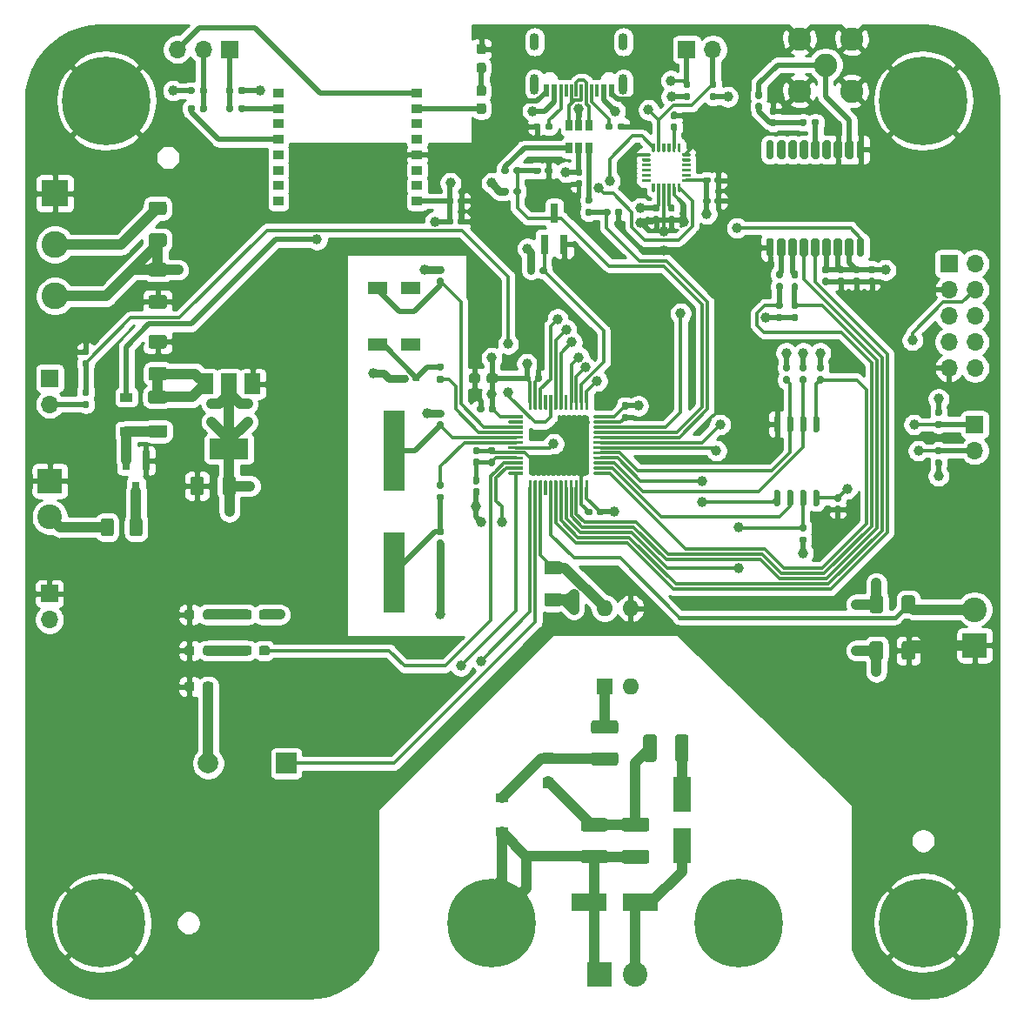
<source format=gbr>
G04 #@! TF.GenerationSoftware,KiCad,Pcbnew,(5.1.9)-1*
G04 #@! TF.CreationDate,2022-01-16T16:07:19+01:00*
G04 #@! TF.ProjectId,STM32F103C8T6,53544d33-3246-4313-9033-433854362e6b,rev?*
G04 #@! TF.SameCoordinates,Original*
G04 #@! TF.FileFunction,Copper,L1,Top*
G04 #@! TF.FilePolarity,Positive*
%FSLAX46Y46*%
G04 Gerber Fmt 4.6, Leading zero omitted, Abs format (unit mm)*
G04 Created by KiCad (PCBNEW (5.1.9)-1) date 2022-01-16 16:07:19*
%MOMM*%
%LPD*%
G01*
G04 APERTURE LIST*
G04 #@! TA.AperFunction,SMDPad,CuDef*
%ADD10R,0.600000X1.160000*%
G04 #@! TD*
G04 #@! TA.AperFunction,SMDPad,CuDef*
%ADD11R,0.300000X1.160000*%
G04 #@! TD*
G04 #@! TA.AperFunction,ComponentPad*
%ADD12O,0.900000X1.700000*%
G04 #@! TD*
G04 #@! TA.AperFunction,ComponentPad*
%ADD13O,0.900000X2.000000*%
G04 #@! TD*
G04 #@! TA.AperFunction,SMDPad,CuDef*
%ADD14R,1.000000X1.000000*%
G04 #@! TD*
G04 #@! TA.AperFunction,SMDPad,CuDef*
%ADD15R,1.800000X3.500000*%
G04 #@! TD*
G04 #@! TA.AperFunction,SMDPad,CuDef*
%ADD16R,3.500000X1.800000*%
G04 #@! TD*
G04 #@! TA.AperFunction,SMDPad,CuDef*
%ADD17R,0.800000X1.900000*%
G04 #@! TD*
G04 #@! TA.AperFunction,SMDPad,CuDef*
%ADD18R,2.000000X7.875000*%
G04 #@! TD*
G04 #@! TA.AperFunction,SMDPad,CuDef*
%ADD19R,1.900000X1.300000*%
G04 #@! TD*
G04 #@! TA.AperFunction,ComponentPad*
%ADD20C,0.900000*%
G04 #@! TD*
G04 #@! TA.AperFunction,ComponentPad*
%ADD21C,8.600000*%
G04 #@! TD*
G04 #@! TA.AperFunction,SMDPad,CuDef*
%ADD22R,1.200000X0.900000*%
G04 #@! TD*
G04 #@! TA.AperFunction,ComponentPad*
%ADD23R,1.700000X1.700000*%
G04 #@! TD*
G04 #@! TA.AperFunction,ComponentPad*
%ADD24O,1.700000X1.700000*%
G04 #@! TD*
G04 #@! TA.AperFunction,ComponentPad*
%ADD25R,2.400000X2.400000*%
G04 #@! TD*
G04 #@! TA.AperFunction,ComponentPad*
%ADD26C,2.400000*%
G04 #@! TD*
G04 #@! TA.AperFunction,ComponentPad*
%ADD27R,2.600000X2.600000*%
G04 #@! TD*
G04 #@! TA.AperFunction,ComponentPad*
%ADD28C,2.600000*%
G04 #@! TD*
G04 #@! TA.AperFunction,SMDPad,CuDef*
%ADD29R,3.800000X2.000000*%
G04 #@! TD*
G04 #@! TA.AperFunction,SMDPad,CuDef*
%ADD30R,1.500000X2.000000*%
G04 #@! TD*
G04 #@! TA.AperFunction,SMDPad,CuDef*
%ADD31R,0.650000X1.060000*%
G04 #@! TD*
G04 #@! TA.AperFunction,SMDPad,CuDef*
%ADD32R,1.000000X0.900000*%
G04 #@! TD*
G04 #@! TA.AperFunction,ComponentPad*
%ADD33R,1.600000X1.600000*%
G04 #@! TD*
G04 #@! TA.AperFunction,ComponentPad*
%ADD34O,1.600000X1.600000*%
G04 #@! TD*
G04 #@! TA.AperFunction,ComponentPad*
%ADD35R,2.000000X2.000000*%
G04 #@! TD*
G04 #@! TA.AperFunction,ComponentPad*
%ADD36C,2.000000*%
G04 #@! TD*
G04 #@! TA.AperFunction,ComponentPad*
%ADD37C,2.250000*%
G04 #@! TD*
G04 #@! TA.AperFunction,ViaPad*
%ADD38C,1.000000*%
G04 #@! TD*
G04 #@! TA.AperFunction,ViaPad*
%ADD39C,0.800000*%
G04 #@! TD*
G04 #@! TA.AperFunction,Conductor*
%ADD40C,1.000000*%
G04 #@! TD*
G04 #@! TA.AperFunction,Conductor*
%ADD41C,0.300000*%
G04 #@! TD*
G04 #@! TA.AperFunction,Conductor*
%ADD42C,0.500000*%
G04 #@! TD*
G04 #@! TA.AperFunction,Conductor*
%ADD43C,0.400000*%
G04 #@! TD*
G04 #@! TA.AperFunction,Conductor*
%ADD44C,0.800000*%
G04 #@! TD*
G04 #@! TA.AperFunction,Conductor*
%ADD45C,0.254000*%
G04 #@! TD*
G04 #@! TA.AperFunction,Conductor*
%ADD46C,0.100000*%
G04 #@! TD*
G04 APERTURE END LIST*
G04 #@! TA.AperFunction,SMDPad,CuDef*
G36*
G01*
X129760000Y-42340000D02*
X129760000Y-42660000D01*
G75*
G02*
X129600000Y-42820000I-160000J0D01*
G01*
X129205000Y-42820000D01*
G75*
G02*
X129045000Y-42660000I0J160000D01*
G01*
X129045000Y-42340000D01*
G75*
G02*
X129205000Y-42180000I160000J0D01*
G01*
X129600000Y-42180000D01*
G75*
G02*
X129760000Y-42340000I0J-160000D01*
G01*
G37*
G04 #@! TD.AperFunction*
G04 #@! TA.AperFunction,SMDPad,CuDef*
G36*
G01*
X130955000Y-42340000D02*
X130955000Y-42660000D01*
G75*
G02*
X130795000Y-42820000I-160000J0D01*
G01*
X130400000Y-42820000D01*
G75*
G02*
X130240000Y-42660000I0J160000D01*
G01*
X130240000Y-42340000D01*
G75*
G02*
X130400000Y-42180000I160000J0D01*
G01*
X130795000Y-42180000D01*
G75*
G02*
X130955000Y-42340000I0J-160000D01*
G01*
G37*
G04 #@! TD.AperFunction*
G04 #@! TA.AperFunction,SMDPad,CuDef*
G36*
G01*
X123240000Y-42660000D02*
X123240000Y-42340000D01*
G75*
G02*
X123400000Y-42180000I160000J0D01*
G01*
X123795000Y-42180000D01*
G75*
G02*
X123955000Y-42340000I0J-160000D01*
G01*
X123955000Y-42660000D01*
G75*
G02*
X123795000Y-42820000I-160000J0D01*
G01*
X123400000Y-42820000D01*
G75*
G02*
X123240000Y-42660000I0J160000D01*
G01*
G37*
G04 #@! TD.AperFunction*
G04 #@! TA.AperFunction,SMDPad,CuDef*
G36*
G01*
X122045000Y-42660000D02*
X122045000Y-42340000D01*
G75*
G02*
X122205000Y-42180000I160000J0D01*
G01*
X122600000Y-42180000D01*
G75*
G02*
X122760000Y-42340000I0J-160000D01*
G01*
X122760000Y-42660000D01*
G75*
G02*
X122600000Y-42820000I-160000J0D01*
G01*
X122205000Y-42820000D01*
G75*
G02*
X122045000Y-42660000I0J160000D01*
G01*
G37*
G04 #@! TD.AperFunction*
D10*
X123300000Y-39010000D03*
X124100000Y-39010000D03*
X123300000Y-39010000D03*
X124100000Y-39010000D03*
X129700000Y-39010000D03*
X129700000Y-39010000D03*
X128900000Y-39010000D03*
X128900000Y-39010000D03*
D11*
X124750000Y-39010000D03*
X125750000Y-39010000D03*
X125250000Y-39010000D03*
X127750000Y-39010000D03*
X128250000Y-39010000D03*
X126250000Y-39010000D03*
X126750000Y-39010000D03*
X127250000Y-39010000D03*
D12*
X122180000Y-34260000D03*
X130820000Y-34260000D03*
D13*
X122180000Y-38430000D03*
X130820000Y-38430000D03*
D14*
X123500000Y-106400000D03*
X123500000Y-103900000D03*
D15*
X136500000Y-112500000D03*
X136500000Y-107500000D03*
D16*
X127500000Y-118000000D03*
X132500000Y-118000000D03*
D17*
X124110000Y-50950000D03*
X125060000Y-53950000D03*
X123160000Y-53950000D03*
X83400000Y-78000000D03*
X82450000Y-75000000D03*
X84350000Y-75000000D03*
D18*
X108500000Y-85937500D03*
X108500000Y-74062500D03*
D19*
X110100000Y-58250000D03*
X110100000Y-63750000D03*
X106900000Y-63750000D03*
X106900000Y-58250000D03*
G04 #@! TA.AperFunction,SMDPad,CuDef*
G36*
G01*
X119660000Y-46630000D02*
X119660000Y-46950000D01*
G75*
G02*
X119500000Y-47110000I-160000J0D01*
G01*
X119105000Y-47110000D01*
G75*
G02*
X118945000Y-46950000I0J160000D01*
G01*
X118945000Y-46630000D01*
G75*
G02*
X119105000Y-46470000I160000J0D01*
G01*
X119500000Y-46470000D01*
G75*
G02*
X119660000Y-46630000I0J-160000D01*
G01*
G37*
G04 #@! TD.AperFunction*
G04 #@! TA.AperFunction,SMDPad,CuDef*
G36*
G01*
X120855000Y-46630000D02*
X120855000Y-46950000D01*
G75*
G02*
X120695000Y-47110000I-160000J0D01*
G01*
X120300000Y-47110000D01*
G75*
G02*
X120140000Y-46950000I0J160000D01*
G01*
X120140000Y-46630000D01*
G75*
G02*
X120300000Y-46470000I160000J0D01*
G01*
X120695000Y-46470000D01*
G75*
G02*
X120855000Y-46630000I0J-160000D01*
G01*
G37*
G04 #@! TD.AperFunction*
G04 #@! TA.AperFunction,SMDPad,CuDef*
G36*
G01*
X127300000Y-50490000D02*
X127620000Y-50490000D01*
G75*
G02*
X127780000Y-50650000I0J-160000D01*
G01*
X127780000Y-51045000D01*
G75*
G02*
X127620000Y-51205000I-160000J0D01*
G01*
X127300000Y-51205000D01*
G75*
G02*
X127140000Y-51045000I0J160000D01*
G01*
X127140000Y-50650000D01*
G75*
G02*
X127300000Y-50490000I160000J0D01*
G01*
G37*
G04 #@! TD.AperFunction*
G04 #@! TA.AperFunction,SMDPad,CuDef*
G36*
G01*
X127300000Y-49295000D02*
X127620000Y-49295000D01*
G75*
G02*
X127780000Y-49455000I0J-160000D01*
G01*
X127780000Y-49850000D01*
G75*
G02*
X127620000Y-50010000I-160000J0D01*
G01*
X127300000Y-50010000D01*
G75*
G02*
X127140000Y-49850000I0J160000D01*
G01*
X127140000Y-49455000D01*
G75*
G02*
X127300000Y-49295000I160000J0D01*
G01*
G37*
G04 #@! TD.AperFunction*
G04 #@! TA.AperFunction,SMDPad,CuDef*
G36*
G01*
X123187500Y-46955000D02*
X123187500Y-46645000D01*
G75*
G02*
X123342500Y-46490000I155000J0D01*
G01*
X123767500Y-46490000D01*
G75*
G02*
X123922500Y-46645000I0J-155000D01*
G01*
X123922500Y-46955000D01*
G75*
G02*
X123767500Y-47110000I-155000J0D01*
G01*
X123342500Y-47110000D01*
G75*
G02*
X123187500Y-46955000I0J155000D01*
G01*
G37*
G04 #@! TD.AperFunction*
G04 #@! TA.AperFunction,SMDPad,CuDef*
G36*
G01*
X122052500Y-46955000D02*
X122052500Y-46645000D01*
G75*
G02*
X122207500Y-46490000I155000J0D01*
G01*
X122632500Y-46490000D01*
G75*
G02*
X122787500Y-46645000I0J-155000D01*
G01*
X122787500Y-46955000D01*
G75*
G02*
X122632500Y-47110000I-155000J0D01*
G01*
X122207500Y-47110000D01*
G75*
G02*
X122052500Y-46955000I0J155000D01*
G01*
G37*
G04 #@! TD.AperFunction*
G04 #@! TA.AperFunction,SMDPad,CuDef*
G36*
G01*
X129980000Y-51005000D02*
X129980000Y-50695000D01*
G75*
G02*
X130135000Y-50540000I155000J0D01*
G01*
X130560000Y-50540000D01*
G75*
G02*
X130715000Y-50695000I0J-155000D01*
G01*
X130715000Y-51005000D01*
G75*
G02*
X130560000Y-51160000I-155000J0D01*
G01*
X130135000Y-51160000D01*
G75*
G02*
X129980000Y-51005000I0J155000D01*
G01*
G37*
G04 #@! TD.AperFunction*
G04 #@! TA.AperFunction,SMDPad,CuDef*
G36*
G01*
X128845000Y-51005000D02*
X128845000Y-50695000D01*
G75*
G02*
X129000000Y-50540000I155000J0D01*
G01*
X129425000Y-50540000D01*
G75*
G02*
X129580000Y-50695000I0J-155000D01*
G01*
X129580000Y-51005000D01*
G75*
G02*
X129425000Y-51160000I-155000J0D01*
G01*
X129000000Y-51160000D01*
G75*
G02*
X128845000Y-51005000I0J155000D01*
G01*
G37*
G04 #@! TD.AperFunction*
G04 #@! TA.AperFunction,SMDPad,CuDef*
G36*
G01*
X124625001Y-86100000D02*
X123374999Y-86100000D01*
G75*
G02*
X123125000Y-85850001I0J249999D01*
G01*
X123125000Y-85049999D01*
G75*
G02*
X123374999Y-84800000I249999J0D01*
G01*
X124625001Y-84800000D01*
G75*
G02*
X124875000Y-85049999I0J-249999D01*
G01*
X124875000Y-85850001D01*
G75*
G02*
X124625001Y-86100000I-249999J0D01*
G01*
G37*
G04 #@! TD.AperFunction*
G04 #@! TA.AperFunction,SMDPad,CuDef*
G36*
G01*
X124625001Y-89200000D02*
X123374999Y-89200000D01*
G75*
G02*
X123125000Y-88950001I0J249999D01*
G01*
X123125000Y-88149999D01*
G75*
G02*
X123374999Y-87900000I249999J0D01*
G01*
X124625001Y-87900000D01*
G75*
G02*
X124875000Y-88149999I0J-249999D01*
G01*
X124875000Y-88950001D01*
G75*
G02*
X124625001Y-89200000I-249999J0D01*
G01*
G37*
G04 #@! TD.AperFunction*
G04 #@! TA.AperFunction,SMDPad,CuDef*
G36*
G01*
X127924999Y-103400000D02*
X130075001Y-103400000D01*
G75*
G02*
X130325000Y-103649999I0J-249999D01*
G01*
X130325000Y-104450001D01*
G75*
G02*
X130075001Y-104700000I-249999J0D01*
G01*
X127924999Y-104700000D01*
G75*
G02*
X127675000Y-104450001I0J249999D01*
G01*
X127675000Y-103649999D01*
G75*
G02*
X127924999Y-103400000I249999J0D01*
G01*
G37*
G04 #@! TD.AperFunction*
G04 #@! TA.AperFunction,SMDPad,CuDef*
G36*
G01*
X127924999Y-100300000D02*
X130075001Y-100300000D01*
G75*
G02*
X130325000Y-100549999I0J-249999D01*
G01*
X130325000Y-101350001D01*
G75*
G02*
X130075001Y-101600000I-249999J0D01*
G01*
X127924999Y-101600000D01*
G75*
G02*
X127675000Y-101350001I0J249999D01*
G01*
X127675000Y-100549999D01*
G75*
G02*
X127924999Y-100300000I249999J0D01*
G01*
G37*
G04 #@! TD.AperFunction*
G04 #@! TA.AperFunction,SMDPad,CuDef*
G36*
G01*
X126924999Y-112900000D02*
X129075001Y-112900000D01*
G75*
G02*
X129325000Y-113149999I0J-249999D01*
G01*
X129325000Y-113950001D01*
G75*
G02*
X129075001Y-114200000I-249999J0D01*
G01*
X126924999Y-114200000D01*
G75*
G02*
X126675000Y-113950001I0J249999D01*
G01*
X126675000Y-113149999D01*
G75*
G02*
X126924999Y-112900000I249999J0D01*
G01*
G37*
G04 #@! TD.AperFunction*
G04 #@! TA.AperFunction,SMDPad,CuDef*
G36*
G01*
X126924999Y-109800000D02*
X129075001Y-109800000D01*
G75*
G02*
X129325000Y-110049999I0J-249999D01*
G01*
X129325000Y-110850001D01*
G75*
G02*
X129075001Y-111100000I-249999J0D01*
G01*
X126924999Y-111100000D01*
G75*
G02*
X126675000Y-110850001I0J249999D01*
G01*
X126675000Y-110049999D01*
G75*
G02*
X126924999Y-109800000I249999J0D01*
G01*
G37*
G04 #@! TD.AperFunction*
G04 #@! TA.AperFunction,SMDPad,CuDef*
G36*
G01*
X135870000Y-104065001D02*
X135870000Y-101914999D01*
G75*
G02*
X136119999Y-101665000I249999J0D01*
G01*
X136920001Y-101665000D01*
G75*
G02*
X137170000Y-101914999I0J-249999D01*
G01*
X137170000Y-104065001D01*
G75*
G02*
X136920001Y-104315000I-249999J0D01*
G01*
X136119999Y-104315000D01*
G75*
G02*
X135870000Y-104065001I0J249999D01*
G01*
G37*
G04 #@! TD.AperFunction*
G04 #@! TA.AperFunction,SMDPad,CuDef*
G36*
G01*
X132770000Y-104065001D02*
X132770000Y-101914999D01*
G75*
G02*
X133019999Y-101665000I249999J0D01*
G01*
X133820001Y-101665000D01*
G75*
G02*
X134070000Y-101914999I0J-249999D01*
G01*
X134070000Y-104065001D01*
G75*
G02*
X133820001Y-104315000I-249999J0D01*
G01*
X133019999Y-104315000D01*
G75*
G02*
X132770000Y-104065001I0J249999D01*
G01*
G37*
G04 #@! TD.AperFunction*
G04 #@! TA.AperFunction,SMDPad,CuDef*
G36*
G01*
X84849998Y-58900000D02*
X86150002Y-58900000D01*
G75*
G02*
X86400000Y-59149998I0J-249998D01*
G01*
X86400000Y-59975002D01*
G75*
G02*
X86150002Y-60225000I-249998J0D01*
G01*
X84849998Y-60225000D01*
G75*
G02*
X84600000Y-59975002I0J249998D01*
G01*
X84600000Y-59149998D01*
G75*
G02*
X84849998Y-58900000I249998J0D01*
G01*
G37*
G04 #@! TD.AperFunction*
G04 #@! TA.AperFunction,SMDPad,CuDef*
G36*
G01*
X84849998Y-55775000D02*
X86150002Y-55775000D01*
G75*
G02*
X86400000Y-56024998I0J-249998D01*
G01*
X86400000Y-56850002D01*
G75*
G02*
X86150002Y-57100000I-249998J0D01*
G01*
X84849998Y-57100000D01*
G75*
G02*
X84600000Y-56850002I0J249998D01*
G01*
X84600000Y-56024998D01*
G75*
G02*
X84849998Y-55775000I249998J0D01*
G01*
G37*
G04 #@! TD.AperFunction*
G04 #@! TA.AperFunction,SMDPad,CuDef*
G36*
G01*
X130899998Y-112900000D02*
X133100002Y-112900000D01*
G75*
G02*
X133350000Y-113149998I0J-249998D01*
G01*
X133350000Y-113975002D01*
G75*
G02*
X133100002Y-114225000I-249998J0D01*
G01*
X130899998Y-114225000D01*
G75*
G02*
X130650000Y-113975002I0J249998D01*
G01*
X130650000Y-113149998D01*
G75*
G02*
X130899998Y-112900000I249998J0D01*
G01*
G37*
G04 #@! TD.AperFunction*
G04 #@! TA.AperFunction,SMDPad,CuDef*
G36*
G01*
X130899998Y-109775000D02*
X133100002Y-109775000D01*
G75*
G02*
X133350000Y-110024998I0J-249998D01*
G01*
X133350000Y-110850002D01*
G75*
G02*
X133100002Y-111100000I-249998J0D01*
G01*
X130899998Y-111100000D01*
G75*
G02*
X130650000Y-110850002I0J249998D01*
G01*
X130650000Y-110024998D01*
G75*
G02*
X130899998Y-109775000I249998J0D01*
G01*
G37*
G04 #@! TD.AperFunction*
G04 #@! TA.AperFunction,SMDPad,CuDef*
G36*
G01*
X157900000Y-94150002D02*
X157900000Y-92849998D01*
G75*
G02*
X158149998Y-92600000I249998J0D01*
G01*
X158975002Y-92600000D01*
G75*
G02*
X159225000Y-92849998I0J-249998D01*
G01*
X159225000Y-94150002D01*
G75*
G02*
X158975002Y-94400000I-249998J0D01*
G01*
X158149998Y-94400000D01*
G75*
G02*
X157900000Y-94150002I0J249998D01*
G01*
G37*
G04 #@! TD.AperFunction*
G04 #@! TA.AperFunction,SMDPad,CuDef*
G36*
G01*
X154775000Y-94150002D02*
X154775000Y-92849998D01*
G75*
G02*
X155024998Y-92600000I249998J0D01*
G01*
X155850002Y-92600000D01*
G75*
G02*
X156100000Y-92849998I0J-249998D01*
G01*
X156100000Y-94150002D01*
G75*
G02*
X155850002Y-94400000I-249998J0D01*
G01*
X155024998Y-94400000D01*
G75*
G02*
X154775000Y-94150002I0J249998D01*
G01*
G37*
G04 #@! TD.AperFunction*
G04 #@! TA.AperFunction,SMDPad,CuDef*
G36*
G01*
X149140000Y-42270000D02*
X149140000Y-41950000D01*
G75*
G02*
X149300000Y-41790000I160000J0D01*
G01*
X149695000Y-41790000D01*
G75*
G02*
X149855000Y-41950000I0J-160000D01*
G01*
X149855000Y-42270000D01*
G75*
G02*
X149695000Y-42430000I-160000J0D01*
G01*
X149300000Y-42430000D01*
G75*
G02*
X149140000Y-42270000I0J160000D01*
G01*
G37*
G04 #@! TD.AperFunction*
G04 #@! TA.AperFunction,SMDPad,CuDef*
G36*
G01*
X147945000Y-42270000D02*
X147945000Y-41950000D01*
G75*
G02*
X148105000Y-41790000I160000J0D01*
G01*
X148500000Y-41790000D01*
G75*
G02*
X148660000Y-41950000I0J-160000D01*
G01*
X148660000Y-42270000D01*
G75*
G02*
X148500000Y-42430000I-160000J0D01*
G01*
X148105000Y-42430000D01*
G75*
G02*
X147945000Y-42270000I0J160000D01*
G01*
G37*
G04 #@! TD.AperFunction*
G04 #@! TA.AperFunction,SMDPad,CuDef*
G36*
G01*
X147660000Y-57260000D02*
X147340000Y-57260000D01*
G75*
G02*
X147180000Y-57100000I0J160000D01*
G01*
X147180000Y-56705000D01*
G75*
G02*
X147340000Y-56545000I160000J0D01*
G01*
X147660000Y-56545000D01*
G75*
G02*
X147820000Y-56705000I0J-160000D01*
G01*
X147820000Y-57100000D01*
G75*
G02*
X147660000Y-57260000I-160000J0D01*
G01*
G37*
G04 #@! TD.AperFunction*
G04 #@! TA.AperFunction,SMDPad,CuDef*
G36*
G01*
X147660000Y-58455000D02*
X147340000Y-58455000D01*
G75*
G02*
X147180000Y-58295000I0J160000D01*
G01*
X147180000Y-57900000D01*
G75*
G02*
X147340000Y-57740000I160000J0D01*
G01*
X147660000Y-57740000D01*
G75*
G02*
X147820000Y-57900000I0J-160000D01*
G01*
X147820000Y-58295000D01*
G75*
G02*
X147660000Y-58455000I-160000J0D01*
G01*
G37*
G04 #@! TD.AperFunction*
G04 #@! TA.AperFunction,SMDPad,CuDef*
G36*
G01*
X146160000Y-57260000D02*
X145840000Y-57260000D01*
G75*
G02*
X145680000Y-57100000I0J160000D01*
G01*
X145680000Y-56705000D01*
G75*
G02*
X145840000Y-56545000I160000J0D01*
G01*
X146160000Y-56545000D01*
G75*
G02*
X146320000Y-56705000I0J-160000D01*
G01*
X146320000Y-57100000D01*
G75*
G02*
X146160000Y-57260000I-160000J0D01*
G01*
G37*
G04 #@! TD.AperFunction*
G04 #@! TA.AperFunction,SMDPad,CuDef*
G36*
G01*
X146160000Y-58455000D02*
X145840000Y-58455000D01*
G75*
G02*
X145680000Y-58295000I0J160000D01*
G01*
X145680000Y-57900000D01*
G75*
G02*
X145840000Y-57740000I160000J0D01*
G01*
X146160000Y-57740000D01*
G75*
G02*
X146320000Y-57900000I0J-160000D01*
G01*
X146320000Y-58295000D01*
G75*
G02*
X146160000Y-58455000I-160000J0D01*
G01*
G37*
G04 #@! TD.AperFunction*
G04 #@! TA.AperFunction,SMDPad,CuDef*
G36*
G01*
X157900000Y-89625001D02*
X157900000Y-88374999D01*
G75*
G02*
X158149999Y-88125000I249999J0D01*
G01*
X158950001Y-88125000D01*
G75*
G02*
X159200000Y-88374999I0J-249999D01*
G01*
X159200000Y-89625001D01*
G75*
G02*
X158950001Y-89875000I-249999J0D01*
G01*
X158149999Y-89875000D01*
G75*
G02*
X157900000Y-89625001I0J249999D01*
G01*
G37*
G04 #@! TD.AperFunction*
G04 #@! TA.AperFunction,SMDPad,CuDef*
G36*
G01*
X154800000Y-89625001D02*
X154800000Y-88374999D01*
G75*
G02*
X155049999Y-88125000I249999J0D01*
G01*
X155850001Y-88125000D01*
G75*
G02*
X156100000Y-88374999I0J-249999D01*
G01*
X156100000Y-89625001D01*
G75*
G02*
X155850001Y-89875000I-249999J0D01*
G01*
X155049999Y-89875000D01*
G75*
G02*
X154800000Y-89625001I0J249999D01*
G01*
G37*
G04 #@! TD.AperFunction*
G04 #@! TA.AperFunction,SMDPad,CuDef*
G36*
G01*
X86125001Y-51100000D02*
X84874999Y-51100000D01*
G75*
G02*
X84625000Y-50850001I0J249999D01*
G01*
X84625000Y-50049999D01*
G75*
G02*
X84874999Y-49800000I249999J0D01*
G01*
X86125001Y-49800000D01*
G75*
G02*
X86375000Y-50049999I0J-249999D01*
G01*
X86375000Y-50850001D01*
G75*
G02*
X86125001Y-51100000I-249999J0D01*
G01*
G37*
G04 #@! TD.AperFunction*
G04 #@! TA.AperFunction,SMDPad,CuDef*
G36*
G01*
X86125001Y-54200000D02*
X84874999Y-54200000D01*
G75*
G02*
X84625000Y-53950001I0J249999D01*
G01*
X84625000Y-53149999D01*
G75*
G02*
X84874999Y-52900000I249999J0D01*
G01*
X86125001Y-52900000D01*
G75*
G02*
X86375000Y-53149999I0J-249999D01*
G01*
X86375000Y-53950001D01*
G75*
G02*
X86125001Y-54200000I-249999J0D01*
G01*
G37*
G04 #@! TD.AperFunction*
G04 #@! TA.AperFunction,SMDPad,CuDef*
G36*
G01*
X84799999Y-71550000D02*
X86200001Y-71550000D01*
G75*
G02*
X86450000Y-71799999I0J-249999D01*
G01*
X86450000Y-72525001D01*
G75*
G02*
X86200001Y-72775000I-249999J0D01*
G01*
X84799999Y-72775000D01*
G75*
G02*
X84550000Y-72525001I0J249999D01*
G01*
X84550000Y-71799999D01*
G75*
G02*
X84799999Y-71550000I249999J0D01*
G01*
G37*
G04 #@! TD.AperFunction*
G04 #@! TA.AperFunction,SMDPad,CuDef*
G36*
G01*
X84799999Y-68225000D02*
X86200001Y-68225000D01*
G75*
G02*
X86450000Y-68474999I0J-249999D01*
G01*
X86450000Y-69200001D01*
G75*
G02*
X86200001Y-69450000I-249999J0D01*
G01*
X84799999Y-69450000D01*
G75*
G02*
X84550000Y-69200001I0J249999D01*
G01*
X84550000Y-68474999D01*
G75*
G02*
X84799999Y-68225000I249999J0D01*
G01*
G37*
G04 #@! TD.AperFunction*
G04 #@! TA.AperFunction,SMDPad,CuDef*
G36*
G01*
X144160000Y-39810000D02*
X143840000Y-39810000D01*
G75*
G02*
X143680000Y-39650000I0J160000D01*
G01*
X143680000Y-39205000D01*
G75*
G02*
X143840000Y-39045000I160000J0D01*
G01*
X144160000Y-39045000D01*
G75*
G02*
X144320000Y-39205000I0J-160000D01*
G01*
X144320000Y-39650000D01*
G75*
G02*
X144160000Y-39810000I-160000J0D01*
G01*
G37*
G04 #@! TD.AperFunction*
G04 #@! TA.AperFunction,SMDPad,CuDef*
G36*
G01*
X144160000Y-40955000D02*
X143840000Y-40955000D01*
G75*
G02*
X143680000Y-40795000I0J160000D01*
G01*
X143680000Y-40350000D01*
G75*
G02*
X143840000Y-40190000I160000J0D01*
G01*
X144160000Y-40190000D01*
G75*
G02*
X144320000Y-40350000I0J-160000D01*
G01*
X144320000Y-40795000D01*
G75*
G02*
X144160000Y-40955000I-160000J0D01*
G01*
G37*
G04 #@! TD.AperFunction*
G04 #@! TA.AperFunction,SMDPad,CuDef*
G36*
G01*
X116660000Y-77310000D02*
X116340000Y-77310000D01*
G75*
G02*
X116180000Y-77150000I0J160000D01*
G01*
X116180000Y-76705000D01*
G75*
G02*
X116340000Y-76545000I160000J0D01*
G01*
X116660000Y-76545000D01*
G75*
G02*
X116820000Y-76705000I0J-160000D01*
G01*
X116820000Y-77150000D01*
G75*
G02*
X116660000Y-77310000I-160000J0D01*
G01*
G37*
G04 #@! TD.AperFunction*
G04 #@! TA.AperFunction,SMDPad,CuDef*
G36*
G01*
X116660000Y-78455000D02*
X116340000Y-78455000D01*
G75*
G02*
X116180000Y-78295000I0J160000D01*
G01*
X116180000Y-77850000D01*
G75*
G02*
X116340000Y-77690000I160000J0D01*
G01*
X116660000Y-77690000D01*
G75*
G02*
X116820000Y-77850000I0J-160000D01*
G01*
X116820000Y-78295000D01*
G75*
G02*
X116660000Y-78455000I-160000J0D01*
G01*
G37*
G04 #@! TD.AperFunction*
D20*
X82780419Y-37719581D03*
X80500000Y-36775000D03*
X78219581Y-37719581D03*
X77275000Y-40000000D03*
X78219581Y-42280419D03*
X80500000Y-43225000D03*
X82780419Y-42280419D03*
X83725000Y-40000000D03*
D21*
X80500000Y-40000000D03*
G04 #@! TA.AperFunction,SMDPad,CuDef*
G36*
G01*
X86150002Y-67225000D02*
X84849998Y-67225000D01*
G75*
G02*
X84600000Y-66975002I0J249998D01*
G01*
X84600000Y-66149998D01*
G75*
G02*
X84849998Y-65900000I249998J0D01*
G01*
X86150002Y-65900000D01*
G75*
G02*
X86400000Y-66149998I0J-249998D01*
G01*
X86400000Y-66975002D01*
G75*
G02*
X86150002Y-67225000I-249998J0D01*
G01*
G37*
G04 #@! TD.AperFunction*
G04 #@! TA.AperFunction,SMDPad,CuDef*
G36*
G01*
X86150002Y-64100000D02*
X84849998Y-64100000D01*
G75*
G02*
X84600000Y-63850002I0J249998D01*
G01*
X84600000Y-63024998D01*
G75*
G02*
X84849998Y-62775000I249998J0D01*
G01*
X86150002Y-62775000D01*
G75*
G02*
X86400000Y-63024998I0J-249998D01*
G01*
X86400000Y-63850002D01*
G75*
G02*
X86150002Y-64100000I-249998J0D01*
G01*
G37*
G04 #@! TD.AperFunction*
G04 #@! TA.AperFunction,SMDPad,CuDef*
G36*
G01*
X90000000Y-76824998D02*
X90000000Y-78125002D01*
G75*
G02*
X89750002Y-78375000I-249998J0D01*
G01*
X88924998Y-78375000D01*
G75*
G02*
X88675000Y-78125002I0J249998D01*
G01*
X88675000Y-76824998D01*
G75*
G02*
X88924998Y-76575000I249998J0D01*
G01*
X89750002Y-76575000D01*
G75*
G02*
X90000000Y-76824998I0J-249998D01*
G01*
G37*
G04 #@! TD.AperFunction*
G04 #@! TA.AperFunction,SMDPad,CuDef*
G36*
G01*
X93125000Y-76824998D02*
X93125000Y-78125002D01*
G75*
G02*
X92875002Y-78375000I-249998J0D01*
G01*
X92049998Y-78375000D01*
G75*
G02*
X91800000Y-78125002I0J249998D01*
G01*
X91800000Y-76824998D01*
G75*
G02*
X92049998Y-76575000I249998J0D01*
G01*
X92875002Y-76575000D01*
G75*
G02*
X93125000Y-76824998I0J-249998D01*
G01*
G37*
G04 #@! TD.AperFunction*
G04 #@! TA.AperFunction,SMDPad,CuDef*
G36*
G01*
X118600000Y-66752500D02*
X118600000Y-67227500D01*
G75*
G02*
X118362500Y-67465000I-237500J0D01*
G01*
X117762500Y-67465000D01*
G75*
G02*
X117525000Y-67227500I0J237500D01*
G01*
X117525000Y-66752500D01*
G75*
G02*
X117762500Y-66515000I237500J0D01*
G01*
X118362500Y-66515000D01*
G75*
G02*
X118600000Y-66752500I0J-237500D01*
G01*
G37*
G04 #@! TD.AperFunction*
G04 #@! TA.AperFunction,SMDPad,CuDef*
G36*
G01*
X116875000Y-66752500D02*
X116875000Y-67227500D01*
G75*
G02*
X116637500Y-67465000I-237500J0D01*
G01*
X116037500Y-67465000D01*
G75*
G02*
X115800000Y-67227500I0J237500D01*
G01*
X115800000Y-66752500D01*
G75*
G02*
X116037500Y-66515000I237500J0D01*
G01*
X116637500Y-66515000D01*
G75*
G02*
X116875000Y-66752500I0J-237500D01*
G01*
G37*
G04 #@! TD.AperFunction*
G04 #@! TA.AperFunction,SMDPad,CuDef*
G36*
G01*
X118435000Y-69845000D02*
X118435000Y-70155000D01*
G75*
G02*
X118280000Y-70310000I-155000J0D01*
G01*
X117855000Y-70310000D01*
G75*
G02*
X117700000Y-70155000I0J155000D01*
G01*
X117700000Y-69845000D01*
G75*
G02*
X117855000Y-69690000I155000J0D01*
G01*
X118280000Y-69690000D01*
G75*
G02*
X118435000Y-69845000I0J-155000D01*
G01*
G37*
G04 #@! TD.AperFunction*
G04 #@! TA.AperFunction,SMDPad,CuDef*
G36*
G01*
X117300000Y-69845000D02*
X117300000Y-70155000D01*
G75*
G02*
X117145000Y-70310000I-155000J0D01*
G01*
X116720000Y-70310000D01*
G75*
G02*
X116565000Y-70155000I0J155000D01*
G01*
X116565000Y-69845000D01*
G75*
G02*
X116720000Y-69690000I155000J0D01*
G01*
X117145000Y-69690000D01*
G75*
G02*
X117300000Y-69845000I0J-155000D01*
G01*
G37*
G04 #@! TD.AperFunction*
G04 #@! TA.AperFunction,SMDPad,CuDef*
G36*
G01*
X122200000Y-67155000D02*
X122200000Y-66845000D01*
G75*
G02*
X122355000Y-66690000I155000J0D01*
G01*
X122780000Y-66690000D01*
G75*
G02*
X122935000Y-66845000I0J-155000D01*
G01*
X122935000Y-67155000D01*
G75*
G02*
X122780000Y-67310000I-155000J0D01*
G01*
X122355000Y-67310000D01*
G75*
G02*
X122200000Y-67155000I0J155000D01*
G01*
G37*
G04 #@! TD.AperFunction*
G04 #@! TA.AperFunction,SMDPad,CuDef*
G36*
G01*
X121065000Y-67155000D02*
X121065000Y-66845000D01*
G75*
G02*
X121220000Y-66690000I155000J0D01*
G01*
X121645000Y-66690000D01*
G75*
G02*
X121800000Y-66845000I0J-155000D01*
G01*
X121800000Y-67155000D01*
G75*
G02*
X121645000Y-67310000I-155000J0D01*
G01*
X121220000Y-67310000D01*
G75*
G02*
X121065000Y-67155000I0J155000D01*
G01*
G37*
G04 #@! TD.AperFunction*
G04 #@! TA.AperFunction,SMDPad,CuDef*
G36*
G01*
X130845000Y-69315000D02*
X131155000Y-69315000D01*
G75*
G02*
X131310000Y-69470000I0J-155000D01*
G01*
X131310000Y-69895000D01*
G75*
G02*
X131155000Y-70050000I-155000J0D01*
G01*
X130845000Y-70050000D01*
G75*
G02*
X130690000Y-69895000I0J155000D01*
G01*
X130690000Y-69470000D01*
G75*
G02*
X130845000Y-69315000I155000J0D01*
G01*
G37*
G04 #@! TD.AperFunction*
G04 #@! TA.AperFunction,SMDPad,CuDef*
G36*
G01*
X130845000Y-70450000D02*
X131155000Y-70450000D01*
G75*
G02*
X131310000Y-70605000I0J-155000D01*
G01*
X131310000Y-71030000D01*
G75*
G02*
X131155000Y-71185000I-155000J0D01*
G01*
X130845000Y-71185000D01*
G75*
G02*
X130690000Y-71030000I0J155000D01*
G01*
X130690000Y-70605000D01*
G75*
G02*
X130845000Y-70450000I155000J0D01*
G01*
G37*
G04 #@! TD.AperFunction*
G04 #@! TA.AperFunction,SMDPad,CuDef*
G36*
G01*
X127820000Y-79845000D02*
X127820000Y-80155000D01*
G75*
G02*
X127665000Y-80310000I-155000J0D01*
G01*
X127240000Y-80310000D01*
G75*
G02*
X127085000Y-80155000I0J155000D01*
G01*
X127085000Y-79845000D01*
G75*
G02*
X127240000Y-79690000I155000J0D01*
G01*
X127665000Y-79690000D01*
G75*
G02*
X127820000Y-79845000I0J-155000D01*
G01*
G37*
G04 #@! TD.AperFunction*
G04 #@! TA.AperFunction,SMDPad,CuDef*
G36*
G01*
X128955000Y-79845000D02*
X128955000Y-80155000D01*
G75*
G02*
X128800000Y-80310000I-155000J0D01*
G01*
X128375000Y-80310000D01*
G75*
G02*
X128220000Y-80155000I0J155000D01*
G01*
X128220000Y-79845000D01*
G75*
G02*
X128375000Y-79690000I155000J0D01*
G01*
X128800000Y-79690000D01*
G75*
G02*
X128955000Y-79845000I0J-155000D01*
G01*
G37*
G04 #@! TD.AperFunction*
G04 #@! TA.AperFunction,SMDPad,CuDef*
G36*
G01*
X116655000Y-75535000D02*
X116345000Y-75535000D01*
G75*
G02*
X116190000Y-75380000I0J155000D01*
G01*
X116190000Y-74955000D01*
G75*
G02*
X116345000Y-74800000I155000J0D01*
G01*
X116655000Y-74800000D01*
G75*
G02*
X116810000Y-74955000I0J-155000D01*
G01*
X116810000Y-75380000D01*
G75*
G02*
X116655000Y-75535000I-155000J0D01*
G01*
G37*
G04 #@! TD.AperFunction*
G04 #@! TA.AperFunction,SMDPad,CuDef*
G36*
G01*
X116655000Y-74400000D02*
X116345000Y-74400000D01*
G75*
G02*
X116190000Y-74245000I0J155000D01*
G01*
X116190000Y-73820000D01*
G75*
G02*
X116345000Y-73665000I155000J0D01*
G01*
X116655000Y-73665000D01*
G75*
G02*
X116810000Y-73820000I0J-155000D01*
G01*
X116810000Y-74245000D01*
G75*
G02*
X116655000Y-74400000I-155000J0D01*
G01*
G37*
G04 #@! TD.AperFunction*
G04 #@! TA.AperFunction,SMDPad,CuDef*
G36*
G01*
X118155000Y-74400000D02*
X117845000Y-74400000D01*
G75*
G02*
X117690000Y-74245000I0J155000D01*
G01*
X117690000Y-73820000D01*
G75*
G02*
X117845000Y-73665000I155000J0D01*
G01*
X118155000Y-73665000D01*
G75*
G02*
X118310000Y-73820000I0J-155000D01*
G01*
X118310000Y-74245000D01*
G75*
G02*
X118155000Y-74400000I-155000J0D01*
G01*
G37*
G04 #@! TD.AperFunction*
G04 #@! TA.AperFunction,SMDPad,CuDef*
G36*
G01*
X118155000Y-75535000D02*
X117845000Y-75535000D01*
G75*
G02*
X117690000Y-75380000I0J155000D01*
G01*
X117690000Y-74955000D01*
G75*
G02*
X117845000Y-74800000I155000J0D01*
G01*
X118155000Y-74800000D01*
G75*
G02*
X118310000Y-74955000I0J-155000D01*
G01*
X118310000Y-75380000D01*
G75*
G02*
X118155000Y-75535000I-155000J0D01*
G01*
G37*
G04 #@! TD.AperFunction*
G04 #@! TA.AperFunction,SMDPad,CuDef*
G36*
G01*
X151535000Y-79410000D02*
X151845000Y-79410000D01*
G75*
G02*
X152000000Y-79565000I0J-155000D01*
G01*
X152000000Y-79990000D01*
G75*
G02*
X151845000Y-80145000I-155000J0D01*
G01*
X151535000Y-80145000D01*
G75*
G02*
X151380000Y-79990000I0J155000D01*
G01*
X151380000Y-79565000D01*
G75*
G02*
X151535000Y-79410000I155000J0D01*
G01*
G37*
G04 #@! TD.AperFunction*
G04 #@! TA.AperFunction,SMDPad,CuDef*
G36*
G01*
X151535000Y-78275000D02*
X151845000Y-78275000D01*
G75*
G02*
X152000000Y-78430000I0J-155000D01*
G01*
X152000000Y-78855000D01*
G75*
G02*
X151845000Y-79010000I-155000J0D01*
G01*
X151535000Y-79010000D01*
G75*
G02*
X151380000Y-78855000I0J155000D01*
G01*
X151380000Y-78430000D01*
G75*
G02*
X151535000Y-78275000I155000J0D01*
G01*
G37*
G04 #@! TD.AperFunction*
G04 #@! TA.AperFunction,SMDPad,CuDef*
G36*
G01*
X113155000Y-71935000D02*
X112845000Y-71935000D01*
G75*
G02*
X112690000Y-71780000I0J155000D01*
G01*
X112690000Y-71355000D01*
G75*
G02*
X112845000Y-71200000I155000J0D01*
G01*
X113155000Y-71200000D01*
G75*
G02*
X113310000Y-71355000I0J-155000D01*
G01*
X113310000Y-71780000D01*
G75*
G02*
X113155000Y-71935000I-155000J0D01*
G01*
G37*
G04 #@! TD.AperFunction*
G04 #@! TA.AperFunction,SMDPad,CuDef*
G36*
G01*
X113155000Y-70800000D02*
X112845000Y-70800000D01*
G75*
G02*
X112690000Y-70645000I0J155000D01*
G01*
X112690000Y-70220000D01*
G75*
G02*
X112845000Y-70065000I155000J0D01*
G01*
X113155000Y-70065000D01*
G75*
G02*
X113310000Y-70220000I0J-155000D01*
G01*
X113310000Y-70645000D01*
G75*
G02*
X113155000Y-70800000I-155000J0D01*
G01*
G37*
G04 #@! TD.AperFunction*
G04 #@! TA.AperFunction,SMDPad,CuDef*
G36*
G01*
X113155000Y-57935000D02*
X112845000Y-57935000D01*
G75*
G02*
X112690000Y-57780000I0J155000D01*
G01*
X112690000Y-57355000D01*
G75*
G02*
X112845000Y-57200000I155000J0D01*
G01*
X113155000Y-57200000D01*
G75*
G02*
X113310000Y-57355000I0J-155000D01*
G01*
X113310000Y-57780000D01*
G75*
G02*
X113155000Y-57935000I-155000J0D01*
G01*
G37*
G04 #@! TD.AperFunction*
G04 #@! TA.AperFunction,SMDPad,CuDef*
G36*
G01*
X113155000Y-56800000D02*
X112845000Y-56800000D01*
G75*
G02*
X112690000Y-56645000I0J155000D01*
G01*
X112690000Y-56220000D01*
G75*
G02*
X112845000Y-56065000I155000J0D01*
G01*
X113155000Y-56065000D01*
G75*
G02*
X113310000Y-56220000I0J-155000D01*
G01*
X113310000Y-56645000D01*
G75*
G02*
X113155000Y-56800000I-155000J0D01*
G01*
G37*
G04 #@! TD.AperFunction*
G04 #@! TA.AperFunction,SMDPad,CuDef*
G36*
G01*
X112845000Y-82700000D02*
X113155000Y-82700000D01*
G75*
G02*
X113310000Y-82855000I0J-155000D01*
G01*
X113310000Y-83280000D01*
G75*
G02*
X113155000Y-83435000I-155000J0D01*
G01*
X112845000Y-83435000D01*
G75*
G02*
X112690000Y-83280000I0J155000D01*
G01*
X112690000Y-82855000D01*
G75*
G02*
X112845000Y-82700000I155000J0D01*
G01*
G37*
G04 #@! TD.AperFunction*
G04 #@! TA.AperFunction,SMDPad,CuDef*
G36*
G01*
X112845000Y-81565000D02*
X113155000Y-81565000D01*
G75*
G02*
X113310000Y-81720000I0J-155000D01*
G01*
X113310000Y-82145000D01*
G75*
G02*
X113155000Y-82300000I-155000J0D01*
G01*
X112845000Y-82300000D01*
G75*
G02*
X112690000Y-82145000I0J155000D01*
G01*
X112690000Y-81720000D01*
G75*
G02*
X112845000Y-81565000I155000J0D01*
G01*
G37*
G04 #@! TD.AperFunction*
G04 #@! TA.AperFunction,SMDPad,CuDef*
G36*
G01*
X109870000Y-66845000D02*
X109870000Y-67155000D01*
G75*
G02*
X109715000Y-67310000I-155000J0D01*
G01*
X109290000Y-67310000D01*
G75*
G02*
X109135000Y-67155000I0J155000D01*
G01*
X109135000Y-66845000D01*
G75*
G02*
X109290000Y-66690000I155000J0D01*
G01*
X109715000Y-66690000D01*
G75*
G02*
X109870000Y-66845000I0J-155000D01*
G01*
G37*
G04 #@! TD.AperFunction*
G04 #@! TA.AperFunction,SMDPad,CuDef*
G36*
G01*
X111005000Y-66845000D02*
X111005000Y-67155000D01*
G75*
G02*
X110850000Y-67310000I-155000J0D01*
G01*
X110425000Y-67310000D01*
G75*
G02*
X110270000Y-67155000I0J155000D01*
G01*
X110270000Y-66845000D01*
G75*
G02*
X110425000Y-66690000I155000J0D01*
G01*
X110850000Y-66690000D01*
G75*
G02*
X111005000Y-66845000I0J-155000D01*
G01*
G37*
G04 #@! TD.AperFunction*
G04 #@! TA.AperFunction,SMDPad,CuDef*
G36*
G01*
X126345000Y-47700000D02*
X126655000Y-47700000D01*
G75*
G02*
X126810000Y-47855000I0J-155000D01*
G01*
X126810000Y-48280000D01*
G75*
G02*
X126655000Y-48435000I-155000J0D01*
G01*
X126345000Y-48435000D01*
G75*
G02*
X126190000Y-48280000I0J155000D01*
G01*
X126190000Y-47855000D01*
G75*
G02*
X126345000Y-47700000I155000J0D01*
G01*
G37*
G04 #@! TD.AperFunction*
G04 #@! TA.AperFunction,SMDPad,CuDef*
G36*
G01*
X126345000Y-46565000D02*
X126655000Y-46565000D01*
G75*
G02*
X126810000Y-46720000I0J-155000D01*
G01*
X126810000Y-47145000D01*
G75*
G02*
X126655000Y-47300000I-155000J0D01*
G01*
X126345000Y-47300000D01*
G75*
G02*
X126190000Y-47145000I0J155000D01*
G01*
X126190000Y-46720000D01*
G75*
G02*
X126345000Y-46565000I155000J0D01*
G01*
G37*
G04 #@! TD.AperFunction*
G04 #@! TA.AperFunction,SMDPad,CuDef*
G36*
G01*
X138565000Y-49895000D02*
X138565000Y-49585000D01*
G75*
G02*
X138720000Y-49430000I155000J0D01*
G01*
X139145000Y-49430000D01*
G75*
G02*
X139300000Y-49585000I0J-155000D01*
G01*
X139300000Y-49895000D01*
G75*
G02*
X139145000Y-50050000I-155000J0D01*
G01*
X138720000Y-50050000D01*
G75*
G02*
X138565000Y-49895000I0J155000D01*
G01*
G37*
G04 #@! TD.AperFunction*
G04 #@! TA.AperFunction,SMDPad,CuDef*
G36*
G01*
X139700000Y-49895000D02*
X139700000Y-49585000D01*
G75*
G02*
X139855000Y-49430000I155000J0D01*
G01*
X140280000Y-49430000D01*
G75*
G02*
X140435000Y-49585000I0J-155000D01*
G01*
X140435000Y-49895000D01*
G75*
G02*
X140280000Y-50050000I-155000J0D01*
G01*
X139855000Y-50050000D01*
G75*
G02*
X139700000Y-49895000I0J155000D01*
G01*
G37*
G04 #@! TD.AperFunction*
G04 #@! TA.AperFunction,SMDPad,CuDef*
G36*
G01*
X133845000Y-51200000D02*
X134155000Y-51200000D01*
G75*
G02*
X134310000Y-51355000I0J-155000D01*
G01*
X134310000Y-51780000D01*
G75*
G02*
X134155000Y-51935000I-155000J0D01*
G01*
X133845000Y-51935000D01*
G75*
G02*
X133690000Y-51780000I0J155000D01*
G01*
X133690000Y-51355000D01*
G75*
G02*
X133845000Y-51200000I155000J0D01*
G01*
G37*
G04 #@! TD.AperFunction*
G04 #@! TA.AperFunction,SMDPad,CuDef*
G36*
G01*
X133845000Y-50065000D02*
X134155000Y-50065000D01*
G75*
G02*
X134310000Y-50220000I0J-155000D01*
G01*
X134310000Y-50645000D01*
G75*
G02*
X134155000Y-50800000I-155000J0D01*
G01*
X133845000Y-50800000D01*
G75*
G02*
X133690000Y-50645000I0J155000D01*
G01*
X133690000Y-50220000D01*
G75*
G02*
X133845000Y-50065000I155000J0D01*
G01*
G37*
G04 #@! TD.AperFunction*
G04 #@! TA.AperFunction,SMDPad,CuDef*
G36*
G01*
X138565000Y-47895000D02*
X138565000Y-47585000D01*
G75*
G02*
X138720000Y-47430000I155000J0D01*
G01*
X139145000Y-47430000D01*
G75*
G02*
X139300000Y-47585000I0J-155000D01*
G01*
X139300000Y-47895000D01*
G75*
G02*
X139145000Y-48050000I-155000J0D01*
G01*
X138720000Y-48050000D01*
G75*
G02*
X138565000Y-47895000I0J155000D01*
G01*
G37*
G04 #@! TD.AperFunction*
G04 #@! TA.AperFunction,SMDPad,CuDef*
G36*
G01*
X139700000Y-47895000D02*
X139700000Y-47585000D01*
G75*
G02*
X139855000Y-47430000I155000J0D01*
G01*
X140280000Y-47430000D01*
G75*
G02*
X140435000Y-47585000I0J-155000D01*
G01*
X140435000Y-47895000D01*
G75*
G02*
X140280000Y-48050000I-155000J0D01*
G01*
X139855000Y-48050000D01*
G75*
G02*
X139700000Y-47895000I0J155000D01*
G01*
G37*
G04 #@! TD.AperFunction*
G04 #@! TA.AperFunction,SMDPad,CuDef*
G36*
G01*
X135345000Y-51200000D02*
X135655000Y-51200000D01*
G75*
G02*
X135810000Y-51355000I0J-155000D01*
G01*
X135810000Y-51780000D01*
G75*
G02*
X135655000Y-51935000I-155000J0D01*
G01*
X135345000Y-51935000D01*
G75*
G02*
X135190000Y-51780000I0J155000D01*
G01*
X135190000Y-51355000D01*
G75*
G02*
X135345000Y-51200000I155000J0D01*
G01*
G37*
G04 #@! TD.AperFunction*
G04 #@! TA.AperFunction,SMDPad,CuDef*
G36*
G01*
X135345000Y-50065000D02*
X135655000Y-50065000D01*
G75*
G02*
X135810000Y-50220000I0J-155000D01*
G01*
X135810000Y-50645000D01*
G75*
G02*
X135655000Y-50800000I-155000J0D01*
G01*
X135345000Y-50800000D01*
G75*
G02*
X135190000Y-50645000I0J155000D01*
G01*
X135190000Y-50220000D01*
G75*
G02*
X135345000Y-50065000I155000J0D01*
G01*
G37*
G04 #@! TD.AperFunction*
G04 #@! TA.AperFunction,SMDPad,CuDef*
G36*
G01*
X135905000Y-42935000D02*
X135595000Y-42935000D01*
G75*
G02*
X135440000Y-42780000I0J155000D01*
G01*
X135440000Y-42355000D01*
G75*
G02*
X135595000Y-42200000I155000J0D01*
G01*
X135905000Y-42200000D01*
G75*
G02*
X136060000Y-42355000I0J-155000D01*
G01*
X136060000Y-42780000D01*
G75*
G02*
X135905000Y-42935000I-155000J0D01*
G01*
G37*
G04 #@! TD.AperFunction*
G04 #@! TA.AperFunction,SMDPad,CuDef*
G36*
G01*
X135905000Y-41800000D02*
X135595000Y-41800000D01*
G75*
G02*
X135440000Y-41645000I0J155000D01*
G01*
X135440000Y-41220000D01*
G75*
G02*
X135595000Y-41065000I155000J0D01*
G01*
X135905000Y-41065000D01*
G75*
G02*
X136060000Y-41220000I0J-155000D01*
G01*
X136060000Y-41645000D01*
G75*
G02*
X135905000Y-41800000I-155000J0D01*
G01*
G37*
G04 #@! TD.AperFunction*
G04 #@! TA.AperFunction,SMDPad,CuDef*
G36*
G01*
X114700000Y-49895000D02*
X114700000Y-49585000D01*
G75*
G02*
X114855000Y-49430000I155000J0D01*
G01*
X115280000Y-49430000D01*
G75*
G02*
X115435000Y-49585000I0J-155000D01*
G01*
X115435000Y-49895000D01*
G75*
G02*
X115280000Y-50050000I-155000J0D01*
G01*
X114855000Y-50050000D01*
G75*
G02*
X114700000Y-49895000I0J155000D01*
G01*
G37*
G04 #@! TD.AperFunction*
G04 #@! TA.AperFunction,SMDPad,CuDef*
G36*
G01*
X113565000Y-49895000D02*
X113565000Y-49585000D01*
G75*
G02*
X113720000Y-49430000I155000J0D01*
G01*
X114145000Y-49430000D01*
G75*
G02*
X114300000Y-49585000I0J-155000D01*
G01*
X114300000Y-49895000D01*
G75*
G02*
X114145000Y-50050000I-155000J0D01*
G01*
X113720000Y-50050000D01*
G75*
G02*
X113565000Y-49895000I0J155000D01*
G01*
G37*
G04 #@! TD.AperFunction*
G04 #@! TA.AperFunction,SMDPad,CuDef*
G36*
G01*
X113565000Y-51895000D02*
X113565000Y-51585000D01*
G75*
G02*
X113720000Y-51430000I155000J0D01*
G01*
X114145000Y-51430000D01*
G75*
G02*
X114300000Y-51585000I0J-155000D01*
G01*
X114300000Y-51895000D01*
G75*
G02*
X114145000Y-52050000I-155000J0D01*
G01*
X113720000Y-52050000D01*
G75*
G02*
X113565000Y-51895000I0J155000D01*
G01*
G37*
G04 #@! TD.AperFunction*
G04 #@! TA.AperFunction,SMDPad,CuDef*
G36*
G01*
X114700000Y-51895000D02*
X114700000Y-51585000D01*
G75*
G02*
X114855000Y-51430000I155000J0D01*
G01*
X115280000Y-51430000D01*
G75*
G02*
X115435000Y-51585000I0J-155000D01*
G01*
X115435000Y-51895000D01*
G75*
G02*
X115280000Y-52050000I-155000J0D01*
G01*
X114855000Y-52050000D01*
G75*
G02*
X114700000Y-51895000I0J155000D01*
G01*
G37*
G04 #@! TD.AperFunction*
G04 #@! TA.AperFunction,SMDPad,CuDef*
G36*
G01*
X154845000Y-56065000D02*
X155155000Y-56065000D01*
G75*
G02*
X155310000Y-56220000I0J-155000D01*
G01*
X155310000Y-56645000D01*
G75*
G02*
X155155000Y-56800000I-155000J0D01*
G01*
X154845000Y-56800000D01*
G75*
G02*
X154690000Y-56645000I0J155000D01*
G01*
X154690000Y-56220000D01*
G75*
G02*
X154845000Y-56065000I155000J0D01*
G01*
G37*
G04 #@! TD.AperFunction*
G04 #@! TA.AperFunction,SMDPad,CuDef*
G36*
G01*
X154845000Y-57200000D02*
X155155000Y-57200000D01*
G75*
G02*
X155310000Y-57355000I0J-155000D01*
G01*
X155310000Y-57780000D01*
G75*
G02*
X155155000Y-57935000I-155000J0D01*
G01*
X154845000Y-57935000D01*
G75*
G02*
X154690000Y-57780000I0J155000D01*
G01*
X154690000Y-57355000D01*
G75*
G02*
X154845000Y-57200000I155000J0D01*
G01*
G37*
G04 #@! TD.AperFunction*
G04 #@! TA.AperFunction,SMDPad,CuDef*
G36*
G01*
X150345000Y-57200000D02*
X150655000Y-57200000D01*
G75*
G02*
X150810000Y-57355000I0J-155000D01*
G01*
X150810000Y-57780000D01*
G75*
G02*
X150655000Y-57935000I-155000J0D01*
G01*
X150345000Y-57935000D01*
G75*
G02*
X150190000Y-57780000I0J155000D01*
G01*
X150190000Y-57355000D01*
G75*
G02*
X150345000Y-57200000I155000J0D01*
G01*
G37*
G04 #@! TD.AperFunction*
G04 #@! TA.AperFunction,SMDPad,CuDef*
G36*
G01*
X150345000Y-56065000D02*
X150655000Y-56065000D01*
G75*
G02*
X150810000Y-56220000I0J-155000D01*
G01*
X150810000Y-56645000D01*
G75*
G02*
X150655000Y-56800000I-155000J0D01*
G01*
X150345000Y-56800000D01*
G75*
G02*
X150190000Y-56645000I0J155000D01*
G01*
X150190000Y-56220000D01*
G75*
G02*
X150345000Y-56065000I155000J0D01*
G01*
G37*
G04 #@! TD.AperFunction*
G04 #@! TA.AperFunction,SMDPad,CuDef*
G36*
G01*
X151845000Y-56065000D02*
X152155000Y-56065000D01*
G75*
G02*
X152310000Y-56220000I0J-155000D01*
G01*
X152310000Y-56645000D01*
G75*
G02*
X152155000Y-56800000I-155000J0D01*
G01*
X151845000Y-56800000D01*
G75*
G02*
X151690000Y-56645000I0J155000D01*
G01*
X151690000Y-56220000D01*
G75*
G02*
X151845000Y-56065000I155000J0D01*
G01*
G37*
G04 #@! TD.AperFunction*
G04 #@! TA.AperFunction,SMDPad,CuDef*
G36*
G01*
X151845000Y-57200000D02*
X152155000Y-57200000D01*
G75*
G02*
X152310000Y-57355000I0J-155000D01*
G01*
X152310000Y-57780000D01*
G75*
G02*
X152155000Y-57935000I-155000J0D01*
G01*
X151845000Y-57935000D01*
G75*
G02*
X151690000Y-57780000I0J155000D01*
G01*
X151690000Y-57355000D01*
G75*
G02*
X151845000Y-57200000I155000J0D01*
G01*
G37*
G04 #@! TD.AperFunction*
G04 #@! TA.AperFunction,SMDPad,CuDef*
G36*
G01*
X153345000Y-57200000D02*
X153655000Y-57200000D01*
G75*
G02*
X153810000Y-57355000I0J-155000D01*
G01*
X153810000Y-57780000D01*
G75*
G02*
X153655000Y-57935000I-155000J0D01*
G01*
X153345000Y-57935000D01*
G75*
G02*
X153190000Y-57780000I0J155000D01*
G01*
X153190000Y-57355000D01*
G75*
G02*
X153345000Y-57200000I155000J0D01*
G01*
G37*
G04 #@! TD.AperFunction*
G04 #@! TA.AperFunction,SMDPad,CuDef*
G36*
G01*
X153345000Y-56065000D02*
X153655000Y-56065000D01*
G75*
G02*
X153810000Y-56220000I0J-155000D01*
G01*
X153810000Y-56645000D01*
G75*
G02*
X153655000Y-56800000I-155000J0D01*
G01*
X153345000Y-56800000D01*
G75*
G02*
X153190000Y-56645000I0J155000D01*
G01*
X153190000Y-56220000D01*
G75*
G02*
X153345000Y-56065000I155000J0D01*
G01*
G37*
G04 #@! TD.AperFunction*
G04 #@! TA.AperFunction,SMDPad,CuDef*
G36*
G01*
X145545000Y-42485000D02*
X145235000Y-42485000D01*
G75*
G02*
X145080000Y-42330000I0J155000D01*
G01*
X145080000Y-41905000D01*
G75*
G02*
X145235000Y-41750000I155000J0D01*
G01*
X145545000Y-41750000D01*
G75*
G02*
X145700000Y-41905000I0J-155000D01*
G01*
X145700000Y-42330000D01*
G75*
G02*
X145545000Y-42485000I-155000J0D01*
G01*
G37*
G04 #@! TD.AperFunction*
G04 #@! TA.AperFunction,SMDPad,CuDef*
G36*
G01*
X145545000Y-41350000D02*
X145235000Y-41350000D01*
G75*
G02*
X145080000Y-41195000I0J155000D01*
G01*
X145080000Y-40770000D01*
G75*
G02*
X145235000Y-40615000I155000J0D01*
G01*
X145545000Y-40615000D01*
G75*
G02*
X145700000Y-40770000I0J-155000D01*
G01*
X145700000Y-41195000D01*
G75*
G02*
X145545000Y-41350000I-155000J0D01*
G01*
G37*
G04 #@! TD.AperFunction*
D22*
X82450000Y-68850000D03*
X82450000Y-72150000D03*
G04 #@! TA.AperFunction,SMDPad,CuDef*
G36*
G01*
X95350000Y-90237500D02*
X95350000Y-89762500D01*
G75*
G02*
X95587500Y-89525000I237500J0D01*
G01*
X96162500Y-89525000D01*
G75*
G02*
X96400000Y-89762500I0J-237500D01*
G01*
X96400000Y-90237500D01*
G75*
G02*
X96162500Y-90475000I-237500J0D01*
G01*
X95587500Y-90475000D01*
G75*
G02*
X95350000Y-90237500I0J237500D01*
G01*
G37*
G04 #@! TD.AperFunction*
G04 #@! TA.AperFunction,SMDPad,CuDef*
G36*
G01*
X93600000Y-90237500D02*
X93600000Y-89762500D01*
G75*
G02*
X93837500Y-89525000I237500J0D01*
G01*
X94412500Y-89525000D01*
G75*
G02*
X94650000Y-89762500I0J-237500D01*
G01*
X94650000Y-90237500D01*
G75*
G02*
X94412500Y-90475000I-237500J0D01*
G01*
X93837500Y-90475000D01*
G75*
G02*
X93600000Y-90237500I0J237500D01*
G01*
G37*
G04 #@! TD.AperFunction*
G04 #@! TA.AperFunction,SMDPad,CuDef*
G36*
G01*
X93600000Y-93737500D02*
X93600000Y-93262500D01*
G75*
G02*
X93837500Y-93025000I237500J0D01*
G01*
X94412500Y-93025000D01*
G75*
G02*
X94650000Y-93262500I0J-237500D01*
G01*
X94650000Y-93737500D01*
G75*
G02*
X94412500Y-93975000I-237500J0D01*
G01*
X93837500Y-93975000D01*
G75*
G02*
X93600000Y-93737500I0J237500D01*
G01*
G37*
G04 #@! TD.AperFunction*
G04 #@! TA.AperFunction,SMDPad,CuDef*
G36*
G01*
X95350000Y-93737500D02*
X95350000Y-93262500D01*
G75*
G02*
X95587500Y-93025000I237500J0D01*
G01*
X96162500Y-93025000D01*
G75*
G02*
X96400000Y-93262500I0J-237500D01*
G01*
X96400000Y-93737500D01*
G75*
G02*
X96162500Y-93975000I-237500J0D01*
G01*
X95587500Y-93975000D01*
G75*
G02*
X95350000Y-93737500I0J237500D01*
G01*
G37*
G04 #@! TD.AperFunction*
G04 #@! TA.AperFunction,SMDPad,CuDef*
G36*
G01*
X116752500Y-38480000D02*
X117227500Y-38480000D01*
G75*
G02*
X117465000Y-38717500I0J-237500D01*
G01*
X117465000Y-39292500D01*
G75*
G02*
X117227500Y-39530000I-237500J0D01*
G01*
X116752500Y-39530000D01*
G75*
G02*
X116515000Y-39292500I0J237500D01*
G01*
X116515000Y-38717500D01*
G75*
G02*
X116752500Y-38480000I237500J0D01*
G01*
G37*
G04 #@! TD.AperFunction*
G04 #@! TA.AperFunction,SMDPad,CuDef*
G36*
G01*
X116752500Y-40230000D02*
X117227500Y-40230000D01*
G75*
G02*
X117465000Y-40467500I0J-237500D01*
G01*
X117465000Y-41042500D01*
G75*
G02*
X117227500Y-41280000I-237500J0D01*
G01*
X116752500Y-41280000D01*
G75*
G02*
X116515000Y-41042500I0J237500D01*
G01*
X116515000Y-40467500D01*
G75*
G02*
X116752500Y-40230000I237500J0D01*
G01*
G37*
G04 #@! TD.AperFunction*
X119000000Y-107850000D03*
X119000000Y-111150000D03*
G04 #@! TA.AperFunction,SMDPad,CuDef*
G36*
G01*
X84025000Y-80875000D02*
X84025000Y-82125000D01*
G75*
G02*
X83775000Y-82375000I-250000J0D01*
G01*
X83025000Y-82375000D01*
G75*
G02*
X82775000Y-82125000I0J250000D01*
G01*
X82775000Y-80875000D01*
G75*
G02*
X83025000Y-80625000I250000J0D01*
G01*
X83775000Y-80625000D01*
G75*
G02*
X84025000Y-80875000I0J-250000D01*
G01*
G37*
G04 #@! TD.AperFunction*
G04 #@! TA.AperFunction,SMDPad,CuDef*
G36*
G01*
X81225000Y-80875000D02*
X81225000Y-82125000D01*
G75*
G02*
X80975000Y-82375000I-250000J0D01*
G01*
X80225000Y-82375000D01*
G75*
G02*
X79975000Y-82125000I0J250000D01*
G01*
X79975000Y-80875000D01*
G75*
G02*
X80225000Y-80625000I250000J0D01*
G01*
X80975000Y-80625000D01*
G75*
G02*
X81225000Y-80875000I0J-250000D01*
G01*
G37*
G04 #@! TD.AperFunction*
D20*
X82280419Y-117719581D03*
X80000000Y-116775000D03*
X77719581Y-117719581D03*
X76775000Y-120000000D03*
X77719581Y-122280419D03*
X80000000Y-123225000D03*
X82280419Y-122280419D03*
X83225000Y-120000000D03*
D21*
X80000000Y-120000000D03*
X160000000Y-120000000D03*
D20*
X163225000Y-120000000D03*
X162280419Y-122280419D03*
X160000000Y-123225000D03*
X157719581Y-122280419D03*
X156775000Y-120000000D03*
X157719581Y-117719581D03*
X160000000Y-116775000D03*
X162280419Y-117719581D03*
X162280419Y-37719581D03*
X160000000Y-36775000D03*
X157719581Y-37719581D03*
X156775000Y-40000000D03*
X157719581Y-42280419D03*
X160000000Y-43225000D03*
X162280419Y-42280419D03*
X163225000Y-40000000D03*
D21*
X160000000Y-40000000D03*
X118000000Y-120000000D03*
D20*
X121225000Y-120000000D03*
X120280419Y-122280419D03*
X118000000Y-123225000D03*
X115719581Y-122280419D03*
X114775000Y-120000000D03*
X115719581Y-117719581D03*
X118000000Y-116775000D03*
X120280419Y-117719581D03*
X144280419Y-117719581D03*
X142000000Y-116775000D03*
X139719581Y-117719581D03*
X138775000Y-120000000D03*
X139719581Y-122280419D03*
X142000000Y-123225000D03*
X144280419Y-122280419D03*
X145225000Y-120000000D03*
D21*
X142000000Y-120000000D03*
D23*
X75000000Y-67000000D03*
D24*
X75000000Y-69540000D03*
D25*
X75000000Y-77000000D03*
D26*
X75000000Y-80500000D03*
D24*
X139540000Y-35000000D03*
D23*
X137000000Y-35000000D03*
D25*
X165000000Y-93000000D03*
D26*
X165000000Y-89500000D03*
D23*
X162500000Y-55840000D03*
D24*
X165040000Y-55840000D03*
X162500000Y-58380000D03*
X165040000Y-58380000D03*
X162500000Y-60920000D03*
X165040000Y-60920000D03*
X162500000Y-63460000D03*
X165040000Y-63460000D03*
X162500000Y-66000000D03*
X165040000Y-66000000D03*
D23*
X165000000Y-71500000D03*
D24*
X165000000Y-74040000D03*
D27*
X75500000Y-49000000D03*
D28*
X75500000Y-54000000D03*
X75500000Y-59000000D03*
D23*
X92500000Y-35000000D03*
D24*
X89960000Y-35000000D03*
X87420000Y-35000000D03*
D26*
X132000000Y-125000000D03*
D25*
X128500000Y-125000000D03*
D24*
X74975000Y-90490000D03*
D23*
X74975000Y-87950000D03*
G04 #@! TA.AperFunction,SMDPad,CuDef*
G36*
G01*
X90900000Y-89762500D02*
X90900000Y-90237500D01*
G75*
G02*
X90662500Y-90475000I-237500J0D01*
G01*
X90162500Y-90475000D01*
G75*
G02*
X89925000Y-90237500I0J237500D01*
G01*
X89925000Y-89762500D01*
G75*
G02*
X90162500Y-89525000I237500J0D01*
G01*
X90662500Y-89525000D01*
G75*
G02*
X90900000Y-89762500I0J-237500D01*
G01*
G37*
G04 #@! TD.AperFunction*
G04 #@! TA.AperFunction,SMDPad,CuDef*
G36*
G01*
X89075000Y-89762500D02*
X89075000Y-90237500D01*
G75*
G02*
X88837500Y-90475000I-237500J0D01*
G01*
X88337500Y-90475000D01*
G75*
G02*
X88100000Y-90237500I0J237500D01*
G01*
X88100000Y-89762500D01*
G75*
G02*
X88337500Y-89525000I237500J0D01*
G01*
X88837500Y-89525000D01*
G75*
G02*
X89075000Y-89762500I0J-237500D01*
G01*
G37*
G04 #@! TD.AperFunction*
G04 #@! TA.AperFunction,SMDPad,CuDef*
G36*
G01*
X136840000Y-38045000D02*
X137160000Y-38045000D01*
G75*
G02*
X137320000Y-38205000I0J-160000D01*
G01*
X137320000Y-38600000D01*
G75*
G02*
X137160000Y-38760000I-160000J0D01*
G01*
X136840000Y-38760000D01*
G75*
G02*
X136680000Y-38600000I0J160000D01*
G01*
X136680000Y-38205000D01*
G75*
G02*
X136840000Y-38045000I160000J0D01*
G01*
G37*
G04 #@! TD.AperFunction*
G04 #@! TA.AperFunction,SMDPad,CuDef*
G36*
G01*
X136840000Y-39240000D02*
X137160000Y-39240000D01*
G75*
G02*
X137320000Y-39400000I0J-160000D01*
G01*
X137320000Y-39795000D01*
G75*
G02*
X137160000Y-39955000I-160000J0D01*
G01*
X136840000Y-39955000D01*
G75*
G02*
X136680000Y-39795000I0J160000D01*
G01*
X136680000Y-39400000D01*
G75*
G02*
X136840000Y-39240000I160000J0D01*
G01*
G37*
G04 #@! TD.AperFunction*
G04 #@! TA.AperFunction,SMDPad,CuDef*
G36*
G01*
X139380000Y-39240000D02*
X139700000Y-39240000D01*
G75*
G02*
X139860000Y-39400000I0J-160000D01*
G01*
X139860000Y-39795000D01*
G75*
G02*
X139700000Y-39955000I-160000J0D01*
G01*
X139380000Y-39955000D01*
G75*
G02*
X139220000Y-39795000I0J160000D01*
G01*
X139220000Y-39400000D01*
G75*
G02*
X139380000Y-39240000I160000J0D01*
G01*
G37*
G04 #@! TD.AperFunction*
G04 #@! TA.AperFunction,SMDPad,CuDef*
G36*
G01*
X139380000Y-38045000D02*
X139700000Y-38045000D01*
G75*
G02*
X139860000Y-38205000I0J-160000D01*
G01*
X139860000Y-38600000D01*
G75*
G02*
X139700000Y-38760000I-160000J0D01*
G01*
X139380000Y-38760000D01*
G75*
G02*
X139220000Y-38600000I0J160000D01*
G01*
X139220000Y-38205000D01*
G75*
G02*
X139380000Y-38045000I160000J0D01*
G01*
G37*
G04 #@! TD.AperFunction*
G04 #@! TA.AperFunction,SMDPad,CuDef*
G36*
G01*
X161660000Y-71855000D02*
X161340000Y-71855000D01*
G75*
G02*
X161180000Y-71695000I0J160000D01*
G01*
X161180000Y-71300000D01*
G75*
G02*
X161340000Y-71140000I160000J0D01*
G01*
X161660000Y-71140000D01*
G75*
G02*
X161820000Y-71300000I0J-160000D01*
G01*
X161820000Y-71695000D01*
G75*
G02*
X161660000Y-71855000I-160000J0D01*
G01*
G37*
G04 #@! TD.AperFunction*
G04 #@! TA.AperFunction,SMDPad,CuDef*
G36*
G01*
X161660000Y-70660000D02*
X161340000Y-70660000D01*
G75*
G02*
X161180000Y-70500000I0J160000D01*
G01*
X161180000Y-70105000D01*
G75*
G02*
X161340000Y-69945000I160000J0D01*
G01*
X161660000Y-69945000D01*
G75*
G02*
X161820000Y-70105000I0J-160000D01*
G01*
X161820000Y-70500000D01*
G75*
G02*
X161660000Y-70660000I-160000J0D01*
G01*
G37*
G04 #@! TD.AperFunction*
G04 #@! TA.AperFunction,SMDPad,CuDef*
G36*
G01*
X161340000Y-73685000D02*
X161660000Y-73685000D01*
G75*
G02*
X161820000Y-73845000I0J-160000D01*
G01*
X161820000Y-74240000D01*
G75*
G02*
X161660000Y-74400000I-160000J0D01*
G01*
X161340000Y-74400000D01*
G75*
G02*
X161180000Y-74240000I0J160000D01*
G01*
X161180000Y-73845000D01*
G75*
G02*
X161340000Y-73685000I160000J0D01*
G01*
G37*
G04 #@! TD.AperFunction*
G04 #@! TA.AperFunction,SMDPad,CuDef*
G36*
G01*
X161340000Y-74880000D02*
X161660000Y-74880000D01*
G75*
G02*
X161820000Y-75040000I0J-160000D01*
G01*
X161820000Y-75435000D01*
G75*
G02*
X161660000Y-75595000I-160000J0D01*
G01*
X161340000Y-75595000D01*
G75*
G02*
X161180000Y-75435000I0J160000D01*
G01*
X161180000Y-75040000D01*
G75*
G02*
X161340000Y-74880000I160000J0D01*
G01*
G37*
G04 #@! TD.AperFunction*
G04 #@! TA.AperFunction,SMDPad,CuDef*
G36*
G01*
X113160000Y-78955000D02*
X112840000Y-78955000D01*
G75*
G02*
X112680000Y-78795000I0J160000D01*
G01*
X112680000Y-78400000D01*
G75*
G02*
X112840000Y-78240000I160000J0D01*
G01*
X113160000Y-78240000D01*
G75*
G02*
X113320000Y-78400000I0J-160000D01*
G01*
X113320000Y-78795000D01*
G75*
G02*
X113160000Y-78955000I-160000J0D01*
G01*
G37*
G04 #@! TD.AperFunction*
G04 #@! TA.AperFunction,SMDPad,CuDef*
G36*
G01*
X113160000Y-77760000D02*
X112840000Y-77760000D01*
G75*
G02*
X112680000Y-77600000I0J160000D01*
G01*
X112680000Y-77205000D01*
G75*
G02*
X112840000Y-77045000I160000J0D01*
G01*
X113160000Y-77045000D01*
G75*
G02*
X113320000Y-77205000I0J-160000D01*
G01*
X113320000Y-77600000D01*
G75*
G02*
X113160000Y-77760000I-160000J0D01*
G01*
G37*
G04 #@! TD.AperFunction*
G04 #@! TA.AperFunction,SMDPad,CuDef*
G36*
G01*
X92145000Y-39160000D02*
X92145000Y-38840000D01*
G75*
G02*
X92305000Y-38680000I160000J0D01*
G01*
X92700000Y-38680000D01*
G75*
G02*
X92860000Y-38840000I0J-160000D01*
G01*
X92860000Y-39160000D01*
G75*
G02*
X92700000Y-39320000I-160000J0D01*
G01*
X92305000Y-39320000D01*
G75*
G02*
X92145000Y-39160000I0J160000D01*
G01*
G37*
G04 #@! TD.AperFunction*
G04 #@! TA.AperFunction,SMDPad,CuDef*
G36*
G01*
X93340000Y-39160000D02*
X93340000Y-38840000D01*
G75*
G02*
X93500000Y-38680000I160000J0D01*
G01*
X93895000Y-38680000D01*
G75*
G02*
X94055000Y-38840000I0J-160000D01*
G01*
X94055000Y-39160000D01*
G75*
G02*
X93895000Y-39320000I-160000J0D01*
G01*
X93500000Y-39320000D01*
G75*
G02*
X93340000Y-39160000I0J160000D01*
G01*
G37*
G04 #@! TD.AperFunction*
G04 #@! TA.AperFunction,SMDPad,CuDef*
G36*
G01*
X112840000Y-65545000D02*
X113160000Y-65545000D01*
G75*
G02*
X113320000Y-65705000I0J-160000D01*
G01*
X113320000Y-66100000D01*
G75*
G02*
X113160000Y-66260000I-160000J0D01*
G01*
X112840000Y-66260000D01*
G75*
G02*
X112680000Y-66100000I0J160000D01*
G01*
X112680000Y-65705000D01*
G75*
G02*
X112840000Y-65545000I160000J0D01*
G01*
G37*
G04 #@! TD.AperFunction*
G04 #@! TA.AperFunction,SMDPad,CuDef*
G36*
G01*
X112840000Y-66740000D02*
X113160000Y-66740000D01*
G75*
G02*
X113320000Y-66900000I0J-160000D01*
G01*
X113320000Y-67295000D01*
G75*
G02*
X113160000Y-67455000I-160000J0D01*
G01*
X112840000Y-67455000D01*
G75*
G02*
X112680000Y-67295000I0J160000D01*
G01*
X112680000Y-66900000D01*
G75*
G02*
X112840000Y-66740000I160000J0D01*
G01*
G37*
G04 #@! TD.AperFunction*
G04 #@! TA.AperFunction,SMDPad,CuDef*
G36*
G01*
X89120000Y-38840000D02*
X89120000Y-39160000D01*
G75*
G02*
X88960000Y-39320000I-160000J0D01*
G01*
X88565000Y-39320000D01*
G75*
G02*
X88405000Y-39160000I0J160000D01*
G01*
X88405000Y-38840000D01*
G75*
G02*
X88565000Y-38680000I160000J0D01*
G01*
X88960000Y-38680000D01*
G75*
G02*
X89120000Y-38840000I0J-160000D01*
G01*
G37*
G04 #@! TD.AperFunction*
G04 #@! TA.AperFunction,SMDPad,CuDef*
G36*
G01*
X90315000Y-38840000D02*
X90315000Y-39160000D01*
G75*
G02*
X90155000Y-39320000I-160000J0D01*
G01*
X89760000Y-39320000D01*
G75*
G02*
X89600000Y-39160000I0J160000D01*
G01*
X89600000Y-38840000D01*
G75*
G02*
X89760000Y-38680000I160000J0D01*
G01*
X90155000Y-38680000D01*
G75*
G02*
X90315000Y-38840000I0J-160000D01*
G01*
G37*
G04 #@! TD.AperFunction*
G04 #@! TA.AperFunction,SMDPad,CuDef*
G36*
G01*
X147340000Y-59545000D02*
X147660000Y-59545000D01*
G75*
G02*
X147820000Y-59705000I0J-160000D01*
G01*
X147820000Y-60100000D01*
G75*
G02*
X147660000Y-60260000I-160000J0D01*
G01*
X147340000Y-60260000D01*
G75*
G02*
X147180000Y-60100000I0J160000D01*
G01*
X147180000Y-59705000D01*
G75*
G02*
X147340000Y-59545000I160000J0D01*
G01*
G37*
G04 #@! TD.AperFunction*
G04 #@! TA.AperFunction,SMDPad,CuDef*
G36*
G01*
X147340000Y-60740000D02*
X147660000Y-60740000D01*
G75*
G02*
X147820000Y-60900000I0J-160000D01*
G01*
X147820000Y-61295000D01*
G75*
G02*
X147660000Y-61455000I-160000J0D01*
G01*
X147340000Y-61455000D01*
G75*
G02*
X147180000Y-61295000I0J160000D01*
G01*
X147180000Y-60900000D01*
G75*
G02*
X147340000Y-60740000I160000J0D01*
G01*
G37*
G04 #@! TD.AperFunction*
G04 #@! TA.AperFunction,SMDPad,CuDef*
G36*
G01*
X145840000Y-60740000D02*
X146160000Y-60740000D01*
G75*
G02*
X146320000Y-60900000I0J-160000D01*
G01*
X146320000Y-61295000D01*
G75*
G02*
X146160000Y-61455000I-160000J0D01*
G01*
X145840000Y-61455000D01*
G75*
G02*
X145680000Y-61295000I0J160000D01*
G01*
X145680000Y-60900000D01*
G75*
G02*
X145840000Y-60740000I160000J0D01*
G01*
G37*
G04 #@! TD.AperFunction*
G04 #@! TA.AperFunction,SMDPad,CuDef*
G36*
G01*
X145840000Y-59545000D02*
X146160000Y-59545000D01*
G75*
G02*
X146320000Y-59705000I0J-160000D01*
G01*
X146320000Y-60100000D01*
G75*
G02*
X146160000Y-60260000I-160000J0D01*
G01*
X145840000Y-60260000D01*
G75*
G02*
X145680000Y-60100000I0J160000D01*
G01*
X145680000Y-59705000D01*
G75*
G02*
X145840000Y-59545000I160000J0D01*
G01*
G37*
G04 #@! TD.AperFunction*
G04 #@! TA.AperFunction,SMDPad,CuDef*
G36*
G01*
X89925000Y-93737500D02*
X89925000Y-93262500D01*
G75*
G02*
X90162500Y-93025000I237500J0D01*
G01*
X90662500Y-93025000D01*
G75*
G02*
X90900000Y-93262500I0J-237500D01*
G01*
X90900000Y-93737500D01*
G75*
G02*
X90662500Y-93975000I-237500J0D01*
G01*
X90162500Y-93975000D01*
G75*
G02*
X89925000Y-93737500I0J237500D01*
G01*
G37*
G04 #@! TD.AperFunction*
G04 #@! TA.AperFunction,SMDPad,CuDef*
G36*
G01*
X88100000Y-93737500D02*
X88100000Y-93262500D01*
G75*
G02*
X88337500Y-93025000I237500J0D01*
G01*
X88837500Y-93025000D01*
G75*
G02*
X89075000Y-93262500I0J-237500D01*
G01*
X89075000Y-93737500D01*
G75*
G02*
X88837500Y-93975000I-237500J0D01*
G01*
X88337500Y-93975000D01*
G75*
G02*
X88100000Y-93737500I0J237500D01*
G01*
G37*
G04 #@! TD.AperFunction*
G04 #@! TA.AperFunction,SMDPad,CuDef*
G36*
G01*
X89925000Y-97237500D02*
X89925000Y-96762500D01*
G75*
G02*
X90162500Y-96525000I237500J0D01*
G01*
X90662500Y-96525000D01*
G75*
G02*
X90900000Y-96762500I0J-237500D01*
G01*
X90900000Y-97237500D01*
G75*
G02*
X90662500Y-97475000I-237500J0D01*
G01*
X90162500Y-97475000D01*
G75*
G02*
X89925000Y-97237500I0J237500D01*
G01*
G37*
G04 #@! TD.AperFunction*
G04 #@! TA.AperFunction,SMDPad,CuDef*
G36*
G01*
X88100000Y-97237500D02*
X88100000Y-96762500D01*
G75*
G02*
X88337500Y-96525000I237500J0D01*
G01*
X88837500Y-96525000D01*
G75*
G02*
X89075000Y-96762500I0J-237500D01*
G01*
X89075000Y-97237500D01*
G75*
G02*
X88837500Y-97475000I-237500J0D01*
G01*
X88337500Y-97475000D01*
G75*
G02*
X88100000Y-97237500I0J237500D01*
G01*
G37*
G04 #@! TD.AperFunction*
G04 #@! TA.AperFunction,SMDPad,CuDef*
G36*
G01*
X148480000Y-67505000D02*
X148160000Y-67505000D01*
G75*
G02*
X148000000Y-67345000I0J160000D01*
G01*
X148000000Y-66950000D01*
G75*
G02*
X148160000Y-66790000I160000J0D01*
G01*
X148480000Y-66790000D01*
G75*
G02*
X148640000Y-66950000I0J-160000D01*
G01*
X148640000Y-67345000D01*
G75*
G02*
X148480000Y-67505000I-160000J0D01*
G01*
G37*
G04 #@! TD.AperFunction*
G04 #@! TA.AperFunction,SMDPad,CuDef*
G36*
G01*
X148480000Y-66310000D02*
X148160000Y-66310000D01*
G75*
G02*
X148000000Y-66150000I0J160000D01*
G01*
X148000000Y-65755000D01*
G75*
G02*
X148160000Y-65595000I160000J0D01*
G01*
X148480000Y-65595000D01*
G75*
G02*
X148640000Y-65755000I0J-160000D01*
G01*
X148640000Y-66150000D01*
G75*
G02*
X148480000Y-66310000I-160000J0D01*
G01*
G37*
G04 #@! TD.AperFunction*
G04 #@! TA.AperFunction,SMDPad,CuDef*
G36*
G01*
X150140000Y-66310000D02*
X149820000Y-66310000D01*
G75*
G02*
X149660000Y-66150000I0J160000D01*
G01*
X149660000Y-65755000D01*
G75*
G02*
X149820000Y-65595000I160000J0D01*
G01*
X150140000Y-65595000D01*
G75*
G02*
X150300000Y-65755000I0J-160000D01*
G01*
X150300000Y-66150000D01*
G75*
G02*
X150140000Y-66310000I-160000J0D01*
G01*
G37*
G04 #@! TD.AperFunction*
G04 #@! TA.AperFunction,SMDPad,CuDef*
G36*
G01*
X150140000Y-67505000D02*
X149820000Y-67505000D01*
G75*
G02*
X149660000Y-67345000I0J160000D01*
G01*
X149660000Y-66950000D01*
G75*
G02*
X149820000Y-66790000I160000J0D01*
G01*
X150140000Y-66790000D01*
G75*
G02*
X150300000Y-66950000I0J-160000D01*
G01*
X150300000Y-67345000D01*
G75*
G02*
X150140000Y-67505000I-160000J0D01*
G01*
G37*
G04 #@! TD.AperFunction*
G04 #@! TA.AperFunction,SMDPad,CuDef*
G36*
G01*
X148150000Y-81195000D02*
X148470000Y-81195000D01*
G75*
G02*
X148630000Y-81355000I0J-160000D01*
G01*
X148630000Y-81750000D01*
G75*
G02*
X148470000Y-81910000I-160000J0D01*
G01*
X148150000Y-81910000D01*
G75*
G02*
X147990000Y-81750000I0J160000D01*
G01*
X147990000Y-81355000D01*
G75*
G02*
X148150000Y-81195000I160000J0D01*
G01*
G37*
G04 #@! TD.AperFunction*
G04 #@! TA.AperFunction,SMDPad,CuDef*
G36*
G01*
X148150000Y-82390000D02*
X148470000Y-82390000D01*
G75*
G02*
X148630000Y-82550000I0J-160000D01*
G01*
X148630000Y-82945000D01*
G75*
G02*
X148470000Y-83105000I-160000J0D01*
G01*
X148150000Y-83105000D01*
G75*
G02*
X147990000Y-82945000I0J160000D01*
G01*
X147990000Y-82550000D01*
G75*
G02*
X148150000Y-82390000I160000J0D01*
G01*
G37*
G04 #@! TD.AperFunction*
G04 #@! TA.AperFunction,SMDPad,CuDef*
G36*
G01*
X146840000Y-66310000D02*
X146520000Y-66310000D01*
G75*
G02*
X146360000Y-66150000I0J160000D01*
G01*
X146360000Y-65755000D01*
G75*
G02*
X146520000Y-65595000I160000J0D01*
G01*
X146840000Y-65595000D01*
G75*
G02*
X147000000Y-65755000I0J-160000D01*
G01*
X147000000Y-66150000D01*
G75*
G02*
X146840000Y-66310000I-160000J0D01*
G01*
G37*
G04 #@! TD.AperFunction*
G04 #@! TA.AperFunction,SMDPad,CuDef*
G36*
G01*
X146840000Y-67505000D02*
X146520000Y-67505000D01*
G75*
G02*
X146360000Y-67345000I0J160000D01*
G01*
X146360000Y-66950000D01*
G75*
G02*
X146520000Y-66790000I160000J0D01*
G01*
X146840000Y-66790000D01*
G75*
G02*
X147000000Y-66950000I0J-160000D01*
G01*
X147000000Y-67345000D01*
G75*
G02*
X146840000Y-67505000I-160000J0D01*
G01*
G37*
G04 #@! TD.AperFunction*
G04 #@! TA.AperFunction,SMDPad,CuDef*
G36*
G01*
X78340000Y-69180000D02*
X78660000Y-69180000D01*
G75*
G02*
X78820000Y-69340000I0J-160000D01*
G01*
X78820000Y-69735000D01*
G75*
G02*
X78660000Y-69895000I-160000J0D01*
G01*
X78340000Y-69895000D01*
G75*
G02*
X78180000Y-69735000I0J160000D01*
G01*
X78180000Y-69340000D01*
G75*
G02*
X78340000Y-69180000I160000J0D01*
G01*
G37*
G04 #@! TD.AperFunction*
G04 #@! TA.AperFunction,SMDPad,CuDef*
G36*
G01*
X78340000Y-67985000D02*
X78660000Y-67985000D01*
G75*
G02*
X78820000Y-68145000I0J-160000D01*
G01*
X78820000Y-68540000D01*
G75*
G02*
X78660000Y-68700000I-160000J0D01*
G01*
X78340000Y-68700000D01*
G75*
G02*
X78180000Y-68540000I0J160000D01*
G01*
X78180000Y-68145000D01*
G75*
G02*
X78340000Y-67985000I160000J0D01*
G01*
G37*
G04 #@! TD.AperFunction*
G04 #@! TA.AperFunction,SMDPad,CuDef*
G36*
G01*
X78340000Y-65240000D02*
X78660000Y-65240000D01*
G75*
G02*
X78820000Y-65400000I0J-160000D01*
G01*
X78820000Y-65795000D01*
G75*
G02*
X78660000Y-65955000I-160000J0D01*
G01*
X78340000Y-65955000D01*
G75*
G02*
X78180000Y-65795000I0J160000D01*
G01*
X78180000Y-65400000D01*
G75*
G02*
X78340000Y-65240000I160000J0D01*
G01*
G37*
G04 #@! TD.AperFunction*
G04 #@! TA.AperFunction,SMDPad,CuDef*
G36*
G01*
X78340000Y-64045000D02*
X78660000Y-64045000D01*
G75*
G02*
X78820000Y-64205000I0J-160000D01*
G01*
X78820000Y-64600000D01*
G75*
G02*
X78660000Y-64760000I-160000J0D01*
G01*
X78340000Y-64760000D01*
G75*
G02*
X78180000Y-64600000I0J160000D01*
G01*
X78180000Y-64205000D01*
G75*
G02*
X78340000Y-64045000I160000J0D01*
G01*
G37*
G04 #@! TD.AperFunction*
G04 #@! TA.AperFunction,SMDPad,CuDef*
G36*
G01*
X119660000Y-48640000D02*
X119660000Y-48960000D01*
G75*
G02*
X119500000Y-49120000I-160000J0D01*
G01*
X119105000Y-49120000D01*
G75*
G02*
X118945000Y-48960000I0J160000D01*
G01*
X118945000Y-48640000D01*
G75*
G02*
X119105000Y-48480000I160000J0D01*
G01*
X119500000Y-48480000D01*
G75*
G02*
X119660000Y-48640000I0J-160000D01*
G01*
G37*
G04 #@! TD.AperFunction*
G04 #@! TA.AperFunction,SMDPad,CuDef*
G36*
G01*
X120855000Y-48640000D02*
X120855000Y-48960000D01*
G75*
G02*
X120695000Y-49120000I-160000J0D01*
G01*
X120300000Y-49120000D01*
G75*
G02*
X120140000Y-48960000I0J160000D01*
G01*
X120140000Y-48640000D01*
G75*
G02*
X120300000Y-48480000I160000J0D01*
G01*
X120695000Y-48480000D01*
G75*
G02*
X120855000Y-48640000I0J-160000D01*
G01*
G37*
G04 #@! TD.AperFunction*
G04 #@! TA.AperFunction,SMDPad,CuDef*
G36*
G01*
X121485000Y-56660000D02*
X121485000Y-56340000D01*
G75*
G02*
X121645000Y-56180000I160000J0D01*
G01*
X122040000Y-56180000D01*
G75*
G02*
X122200000Y-56340000I0J-160000D01*
G01*
X122200000Y-56660000D01*
G75*
G02*
X122040000Y-56820000I-160000J0D01*
G01*
X121645000Y-56820000D01*
G75*
G02*
X121485000Y-56660000I0J160000D01*
G01*
G37*
G04 #@! TD.AperFunction*
G04 #@! TA.AperFunction,SMDPad,CuDef*
G36*
G01*
X122680000Y-56660000D02*
X122680000Y-56340000D01*
G75*
G02*
X122840000Y-56180000I160000J0D01*
G01*
X123235000Y-56180000D01*
G75*
G02*
X123395000Y-56340000I0J-160000D01*
G01*
X123395000Y-56660000D01*
G75*
G02*
X123235000Y-56820000I-160000J0D01*
G01*
X122840000Y-56820000D01*
G75*
G02*
X122680000Y-56660000I0J160000D01*
G01*
G37*
G04 #@! TD.AperFunction*
G04 #@! TA.AperFunction,SMDPad,CuDef*
G36*
G01*
X93340000Y-40910000D02*
X93340000Y-40590000D01*
G75*
G02*
X93500000Y-40430000I160000J0D01*
G01*
X93895000Y-40430000D01*
G75*
G02*
X94055000Y-40590000I0J-160000D01*
G01*
X94055000Y-40910000D01*
G75*
G02*
X93895000Y-41070000I-160000J0D01*
G01*
X93500000Y-41070000D01*
G75*
G02*
X93340000Y-40910000I0J160000D01*
G01*
G37*
G04 #@! TD.AperFunction*
G04 #@! TA.AperFunction,SMDPad,CuDef*
G36*
G01*
X92145000Y-40910000D02*
X92145000Y-40590000D01*
G75*
G02*
X92305000Y-40430000I160000J0D01*
G01*
X92700000Y-40430000D01*
G75*
G02*
X92860000Y-40590000I0J-160000D01*
G01*
X92860000Y-40910000D01*
G75*
G02*
X92700000Y-41070000I-160000J0D01*
G01*
X92305000Y-41070000D01*
G75*
G02*
X92145000Y-40910000I0J160000D01*
G01*
G37*
G04 #@! TD.AperFunction*
G04 #@! TA.AperFunction,SMDPad,CuDef*
G36*
G01*
X90315000Y-40590000D02*
X90315000Y-40910000D01*
G75*
G02*
X90155000Y-41070000I-160000J0D01*
G01*
X89760000Y-41070000D01*
G75*
G02*
X89600000Y-40910000I0J160000D01*
G01*
X89600000Y-40590000D01*
G75*
G02*
X89760000Y-40430000I160000J0D01*
G01*
X90155000Y-40430000D01*
G75*
G02*
X90315000Y-40590000I0J-160000D01*
G01*
G37*
G04 #@! TD.AperFunction*
G04 #@! TA.AperFunction,SMDPad,CuDef*
G36*
G01*
X89120000Y-40590000D02*
X89120000Y-40910000D01*
G75*
G02*
X88960000Y-41070000I-160000J0D01*
G01*
X88565000Y-41070000D01*
G75*
G02*
X88405000Y-40910000I0J160000D01*
G01*
X88405000Y-40590000D01*
G75*
G02*
X88565000Y-40430000I160000J0D01*
G01*
X88960000Y-40430000D01*
G75*
G02*
X89120000Y-40590000I0J-160000D01*
G01*
G37*
G04 #@! TD.AperFunction*
G04 #@! TA.AperFunction,SMDPad,CuDef*
G36*
G01*
X116752500Y-34480000D02*
X117227500Y-34480000D01*
G75*
G02*
X117465000Y-34717500I0J-237500D01*
G01*
X117465000Y-35217500D01*
G75*
G02*
X117227500Y-35455000I-237500J0D01*
G01*
X116752500Y-35455000D01*
G75*
G02*
X116515000Y-35217500I0J237500D01*
G01*
X116515000Y-34717500D01*
G75*
G02*
X116752500Y-34480000I237500J0D01*
G01*
G37*
G04 #@! TD.AperFunction*
G04 #@! TA.AperFunction,SMDPad,CuDef*
G36*
G01*
X116752500Y-36305000D02*
X117227500Y-36305000D01*
G75*
G02*
X117465000Y-36542500I0J-237500D01*
G01*
X117465000Y-37042500D01*
G75*
G02*
X117227500Y-37280000I-237500J0D01*
G01*
X116752500Y-37280000D01*
G75*
G02*
X116515000Y-37042500I0J237500D01*
G01*
X116515000Y-36542500D01*
G75*
G02*
X116752500Y-36305000I237500J0D01*
G01*
G37*
G04 #@! TD.AperFunction*
D29*
X92450000Y-73850000D03*
D30*
X92450000Y-67550000D03*
X90150000Y-67550000D03*
X94750000Y-67550000D03*
G04 #@! TA.AperFunction,SMDPad,CuDef*
G36*
G01*
X149435000Y-70650000D02*
X149735000Y-70650000D01*
G75*
G02*
X149885000Y-70800000I0J-150000D01*
G01*
X149885000Y-72100000D01*
G75*
G02*
X149735000Y-72250000I-150000J0D01*
G01*
X149435000Y-72250000D01*
G75*
G02*
X149285000Y-72100000I0J150000D01*
G01*
X149285000Y-70800000D01*
G75*
G02*
X149435000Y-70650000I150000J0D01*
G01*
G37*
G04 #@! TD.AperFunction*
G04 #@! TA.AperFunction,SMDPad,CuDef*
G36*
G01*
X148165000Y-70650000D02*
X148465000Y-70650000D01*
G75*
G02*
X148615000Y-70800000I0J-150000D01*
G01*
X148615000Y-72100000D01*
G75*
G02*
X148465000Y-72250000I-150000J0D01*
G01*
X148165000Y-72250000D01*
G75*
G02*
X148015000Y-72100000I0J150000D01*
G01*
X148015000Y-70800000D01*
G75*
G02*
X148165000Y-70650000I150000J0D01*
G01*
G37*
G04 #@! TD.AperFunction*
G04 #@! TA.AperFunction,SMDPad,CuDef*
G36*
G01*
X146895000Y-70650000D02*
X147195000Y-70650000D01*
G75*
G02*
X147345000Y-70800000I0J-150000D01*
G01*
X147345000Y-72100000D01*
G75*
G02*
X147195000Y-72250000I-150000J0D01*
G01*
X146895000Y-72250000D01*
G75*
G02*
X146745000Y-72100000I0J150000D01*
G01*
X146745000Y-70800000D01*
G75*
G02*
X146895000Y-70650000I150000J0D01*
G01*
G37*
G04 #@! TD.AperFunction*
G04 #@! TA.AperFunction,SMDPad,CuDef*
G36*
G01*
X145625000Y-70650000D02*
X145925000Y-70650000D01*
G75*
G02*
X146075000Y-70800000I0J-150000D01*
G01*
X146075000Y-72100000D01*
G75*
G02*
X145925000Y-72250000I-150000J0D01*
G01*
X145625000Y-72250000D01*
G75*
G02*
X145475000Y-72100000I0J150000D01*
G01*
X145475000Y-70800000D01*
G75*
G02*
X145625000Y-70650000I150000J0D01*
G01*
G37*
G04 #@! TD.AperFunction*
G04 #@! TA.AperFunction,SMDPad,CuDef*
G36*
G01*
X145625000Y-77850000D02*
X145925000Y-77850000D01*
G75*
G02*
X146075000Y-78000000I0J-150000D01*
G01*
X146075000Y-79300000D01*
G75*
G02*
X145925000Y-79450000I-150000J0D01*
G01*
X145625000Y-79450000D01*
G75*
G02*
X145475000Y-79300000I0J150000D01*
G01*
X145475000Y-78000000D01*
G75*
G02*
X145625000Y-77850000I150000J0D01*
G01*
G37*
G04 #@! TD.AperFunction*
G04 #@! TA.AperFunction,SMDPad,CuDef*
G36*
G01*
X146895000Y-77850000D02*
X147195000Y-77850000D01*
G75*
G02*
X147345000Y-78000000I0J-150000D01*
G01*
X147345000Y-79300000D01*
G75*
G02*
X147195000Y-79450000I-150000J0D01*
G01*
X146895000Y-79450000D01*
G75*
G02*
X146745000Y-79300000I0J150000D01*
G01*
X146745000Y-78000000D01*
G75*
G02*
X146895000Y-77850000I150000J0D01*
G01*
G37*
G04 #@! TD.AperFunction*
G04 #@! TA.AperFunction,SMDPad,CuDef*
G36*
G01*
X148165000Y-77850000D02*
X148465000Y-77850000D01*
G75*
G02*
X148615000Y-78000000I0J-150000D01*
G01*
X148615000Y-79300000D01*
G75*
G02*
X148465000Y-79450000I-150000J0D01*
G01*
X148165000Y-79450000D01*
G75*
G02*
X148015000Y-79300000I0J150000D01*
G01*
X148015000Y-78000000D01*
G75*
G02*
X148165000Y-77850000I150000J0D01*
G01*
G37*
G04 #@! TD.AperFunction*
G04 #@! TA.AperFunction,SMDPad,CuDef*
G36*
G01*
X149435000Y-77850000D02*
X149735000Y-77850000D01*
G75*
G02*
X149885000Y-78000000I0J-150000D01*
G01*
X149885000Y-79300000D01*
G75*
G02*
X149735000Y-79450000I-150000J0D01*
G01*
X149435000Y-79450000D01*
G75*
G02*
X149285000Y-79300000I0J150000D01*
G01*
X149285000Y-78000000D01*
G75*
G02*
X149435000Y-77850000I150000J0D01*
G01*
G37*
G04 #@! TD.AperFunction*
G04 #@! TA.AperFunction,SMDPad,CuDef*
G36*
G01*
X119600000Y-70825000D02*
X119600000Y-70675000D01*
G75*
G02*
X119675000Y-70600000I75000J0D01*
G01*
X121000000Y-70600000D01*
G75*
G02*
X121075000Y-70675000I0J-75000D01*
G01*
X121075000Y-70825000D01*
G75*
G02*
X121000000Y-70900000I-75000J0D01*
G01*
X119675000Y-70900000D01*
G75*
G02*
X119600000Y-70825000I0J75000D01*
G01*
G37*
G04 #@! TD.AperFunction*
G04 #@! TA.AperFunction,SMDPad,CuDef*
G36*
G01*
X119600000Y-71325000D02*
X119600000Y-71175000D01*
G75*
G02*
X119675000Y-71100000I75000J0D01*
G01*
X121000000Y-71100000D01*
G75*
G02*
X121075000Y-71175000I0J-75000D01*
G01*
X121075000Y-71325000D01*
G75*
G02*
X121000000Y-71400000I-75000J0D01*
G01*
X119675000Y-71400000D01*
G75*
G02*
X119600000Y-71325000I0J75000D01*
G01*
G37*
G04 #@! TD.AperFunction*
G04 #@! TA.AperFunction,SMDPad,CuDef*
G36*
G01*
X119600000Y-71825000D02*
X119600000Y-71675000D01*
G75*
G02*
X119675000Y-71600000I75000J0D01*
G01*
X121000000Y-71600000D01*
G75*
G02*
X121075000Y-71675000I0J-75000D01*
G01*
X121075000Y-71825000D01*
G75*
G02*
X121000000Y-71900000I-75000J0D01*
G01*
X119675000Y-71900000D01*
G75*
G02*
X119600000Y-71825000I0J75000D01*
G01*
G37*
G04 #@! TD.AperFunction*
G04 #@! TA.AperFunction,SMDPad,CuDef*
G36*
G01*
X119600000Y-72325000D02*
X119600000Y-72175000D01*
G75*
G02*
X119675000Y-72100000I75000J0D01*
G01*
X121000000Y-72100000D01*
G75*
G02*
X121075000Y-72175000I0J-75000D01*
G01*
X121075000Y-72325000D01*
G75*
G02*
X121000000Y-72400000I-75000J0D01*
G01*
X119675000Y-72400000D01*
G75*
G02*
X119600000Y-72325000I0J75000D01*
G01*
G37*
G04 #@! TD.AperFunction*
G04 #@! TA.AperFunction,SMDPad,CuDef*
G36*
G01*
X119600000Y-72825000D02*
X119600000Y-72675000D01*
G75*
G02*
X119675000Y-72600000I75000J0D01*
G01*
X121000000Y-72600000D01*
G75*
G02*
X121075000Y-72675000I0J-75000D01*
G01*
X121075000Y-72825000D01*
G75*
G02*
X121000000Y-72900000I-75000J0D01*
G01*
X119675000Y-72900000D01*
G75*
G02*
X119600000Y-72825000I0J75000D01*
G01*
G37*
G04 #@! TD.AperFunction*
G04 #@! TA.AperFunction,SMDPad,CuDef*
G36*
G01*
X119600000Y-73325000D02*
X119600000Y-73175000D01*
G75*
G02*
X119675000Y-73100000I75000J0D01*
G01*
X121000000Y-73100000D01*
G75*
G02*
X121075000Y-73175000I0J-75000D01*
G01*
X121075000Y-73325000D01*
G75*
G02*
X121000000Y-73400000I-75000J0D01*
G01*
X119675000Y-73400000D01*
G75*
G02*
X119600000Y-73325000I0J75000D01*
G01*
G37*
G04 #@! TD.AperFunction*
G04 #@! TA.AperFunction,SMDPad,CuDef*
G36*
G01*
X119600000Y-73825000D02*
X119600000Y-73675000D01*
G75*
G02*
X119675000Y-73600000I75000J0D01*
G01*
X121000000Y-73600000D01*
G75*
G02*
X121075000Y-73675000I0J-75000D01*
G01*
X121075000Y-73825000D01*
G75*
G02*
X121000000Y-73900000I-75000J0D01*
G01*
X119675000Y-73900000D01*
G75*
G02*
X119600000Y-73825000I0J75000D01*
G01*
G37*
G04 #@! TD.AperFunction*
G04 #@! TA.AperFunction,SMDPad,CuDef*
G36*
G01*
X119600000Y-74325000D02*
X119600000Y-74175000D01*
G75*
G02*
X119675000Y-74100000I75000J0D01*
G01*
X121000000Y-74100000D01*
G75*
G02*
X121075000Y-74175000I0J-75000D01*
G01*
X121075000Y-74325000D01*
G75*
G02*
X121000000Y-74400000I-75000J0D01*
G01*
X119675000Y-74400000D01*
G75*
G02*
X119600000Y-74325000I0J75000D01*
G01*
G37*
G04 #@! TD.AperFunction*
G04 #@! TA.AperFunction,SMDPad,CuDef*
G36*
G01*
X119600000Y-74825000D02*
X119600000Y-74675000D01*
G75*
G02*
X119675000Y-74600000I75000J0D01*
G01*
X121000000Y-74600000D01*
G75*
G02*
X121075000Y-74675000I0J-75000D01*
G01*
X121075000Y-74825000D01*
G75*
G02*
X121000000Y-74900000I-75000J0D01*
G01*
X119675000Y-74900000D01*
G75*
G02*
X119600000Y-74825000I0J75000D01*
G01*
G37*
G04 #@! TD.AperFunction*
G04 #@! TA.AperFunction,SMDPad,CuDef*
G36*
G01*
X119600000Y-75325000D02*
X119600000Y-75175000D01*
G75*
G02*
X119675000Y-75100000I75000J0D01*
G01*
X121000000Y-75100000D01*
G75*
G02*
X121075000Y-75175000I0J-75000D01*
G01*
X121075000Y-75325000D01*
G75*
G02*
X121000000Y-75400000I-75000J0D01*
G01*
X119675000Y-75400000D01*
G75*
G02*
X119600000Y-75325000I0J75000D01*
G01*
G37*
G04 #@! TD.AperFunction*
G04 #@! TA.AperFunction,SMDPad,CuDef*
G36*
G01*
X119600000Y-75825000D02*
X119600000Y-75675000D01*
G75*
G02*
X119675000Y-75600000I75000J0D01*
G01*
X121000000Y-75600000D01*
G75*
G02*
X121075000Y-75675000I0J-75000D01*
G01*
X121075000Y-75825000D01*
G75*
G02*
X121000000Y-75900000I-75000J0D01*
G01*
X119675000Y-75900000D01*
G75*
G02*
X119600000Y-75825000I0J75000D01*
G01*
G37*
G04 #@! TD.AperFunction*
G04 #@! TA.AperFunction,SMDPad,CuDef*
G36*
G01*
X119600000Y-76325000D02*
X119600000Y-76175000D01*
G75*
G02*
X119675000Y-76100000I75000J0D01*
G01*
X121000000Y-76100000D01*
G75*
G02*
X121075000Y-76175000I0J-75000D01*
G01*
X121075000Y-76325000D01*
G75*
G02*
X121000000Y-76400000I-75000J0D01*
G01*
X119675000Y-76400000D01*
G75*
G02*
X119600000Y-76325000I0J75000D01*
G01*
G37*
G04 #@! TD.AperFunction*
G04 #@! TA.AperFunction,SMDPad,CuDef*
G36*
G01*
X121600000Y-78325000D02*
X121600000Y-77000000D01*
G75*
G02*
X121675000Y-76925000I75000J0D01*
G01*
X121825000Y-76925000D01*
G75*
G02*
X121900000Y-77000000I0J-75000D01*
G01*
X121900000Y-78325000D01*
G75*
G02*
X121825000Y-78400000I-75000J0D01*
G01*
X121675000Y-78400000D01*
G75*
G02*
X121600000Y-78325000I0J75000D01*
G01*
G37*
G04 #@! TD.AperFunction*
G04 #@! TA.AperFunction,SMDPad,CuDef*
G36*
G01*
X122100000Y-78325000D02*
X122100000Y-77000000D01*
G75*
G02*
X122175000Y-76925000I75000J0D01*
G01*
X122325000Y-76925000D01*
G75*
G02*
X122400000Y-77000000I0J-75000D01*
G01*
X122400000Y-78325000D01*
G75*
G02*
X122325000Y-78400000I-75000J0D01*
G01*
X122175000Y-78400000D01*
G75*
G02*
X122100000Y-78325000I0J75000D01*
G01*
G37*
G04 #@! TD.AperFunction*
G04 #@! TA.AperFunction,SMDPad,CuDef*
G36*
G01*
X122600000Y-78325000D02*
X122600000Y-77000000D01*
G75*
G02*
X122675000Y-76925000I75000J0D01*
G01*
X122825000Y-76925000D01*
G75*
G02*
X122900000Y-77000000I0J-75000D01*
G01*
X122900000Y-78325000D01*
G75*
G02*
X122825000Y-78400000I-75000J0D01*
G01*
X122675000Y-78400000D01*
G75*
G02*
X122600000Y-78325000I0J75000D01*
G01*
G37*
G04 #@! TD.AperFunction*
G04 #@! TA.AperFunction,SMDPad,CuDef*
G36*
G01*
X123100000Y-78325000D02*
X123100000Y-77000000D01*
G75*
G02*
X123175000Y-76925000I75000J0D01*
G01*
X123325000Y-76925000D01*
G75*
G02*
X123400000Y-77000000I0J-75000D01*
G01*
X123400000Y-78325000D01*
G75*
G02*
X123325000Y-78400000I-75000J0D01*
G01*
X123175000Y-78400000D01*
G75*
G02*
X123100000Y-78325000I0J75000D01*
G01*
G37*
G04 #@! TD.AperFunction*
G04 #@! TA.AperFunction,SMDPad,CuDef*
G36*
G01*
X123600000Y-78325000D02*
X123600000Y-77000000D01*
G75*
G02*
X123675000Y-76925000I75000J0D01*
G01*
X123825000Y-76925000D01*
G75*
G02*
X123900000Y-77000000I0J-75000D01*
G01*
X123900000Y-78325000D01*
G75*
G02*
X123825000Y-78400000I-75000J0D01*
G01*
X123675000Y-78400000D01*
G75*
G02*
X123600000Y-78325000I0J75000D01*
G01*
G37*
G04 #@! TD.AperFunction*
G04 #@! TA.AperFunction,SMDPad,CuDef*
G36*
G01*
X124100000Y-78325000D02*
X124100000Y-77000000D01*
G75*
G02*
X124175000Y-76925000I75000J0D01*
G01*
X124325000Y-76925000D01*
G75*
G02*
X124400000Y-77000000I0J-75000D01*
G01*
X124400000Y-78325000D01*
G75*
G02*
X124325000Y-78400000I-75000J0D01*
G01*
X124175000Y-78400000D01*
G75*
G02*
X124100000Y-78325000I0J75000D01*
G01*
G37*
G04 #@! TD.AperFunction*
G04 #@! TA.AperFunction,SMDPad,CuDef*
G36*
G01*
X124600000Y-78325000D02*
X124600000Y-77000000D01*
G75*
G02*
X124675000Y-76925000I75000J0D01*
G01*
X124825000Y-76925000D01*
G75*
G02*
X124900000Y-77000000I0J-75000D01*
G01*
X124900000Y-78325000D01*
G75*
G02*
X124825000Y-78400000I-75000J0D01*
G01*
X124675000Y-78400000D01*
G75*
G02*
X124600000Y-78325000I0J75000D01*
G01*
G37*
G04 #@! TD.AperFunction*
G04 #@! TA.AperFunction,SMDPad,CuDef*
G36*
G01*
X125100000Y-78325000D02*
X125100000Y-77000000D01*
G75*
G02*
X125175000Y-76925000I75000J0D01*
G01*
X125325000Y-76925000D01*
G75*
G02*
X125400000Y-77000000I0J-75000D01*
G01*
X125400000Y-78325000D01*
G75*
G02*
X125325000Y-78400000I-75000J0D01*
G01*
X125175000Y-78400000D01*
G75*
G02*
X125100000Y-78325000I0J75000D01*
G01*
G37*
G04 #@! TD.AperFunction*
G04 #@! TA.AperFunction,SMDPad,CuDef*
G36*
G01*
X125600000Y-78325000D02*
X125600000Y-77000000D01*
G75*
G02*
X125675000Y-76925000I75000J0D01*
G01*
X125825000Y-76925000D01*
G75*
G02*
X125900000Y-77000000I0J-75000D01*
G01*
X125900000Y-78325000D01*
G75*
G02*
X125825000Y-78400000I-75000J0D01*
G01*
X125675000Y-78400000D01*
G75*
G02*
X125600000Y-78325000I0J75000D01*
G01*
G37*
G04 #@! TD.AperFunction*
G04 #@! TA.AperFunction,SMDPad,CuDef*
G36*
G01*
X126100000Y-78325000D02*
X126100000Y-77000000D01*
G75*
G02*
X126175000Y-76925000I75000J0D01*
G01*
X126325000Y-76925000D01*
G75*
G02*
X126400000Y-77000000I0J-75000D01*
G01*
X126400000Y-78325000D01*
G75*
G02*
X126325000Y-78400000I-75000J0D01*
G01*
X126175000Y-78400000D01*
G75*
G02*
X126100000Y-78325000I0J75000D01*
G01*
G37*
G04 #@! TD.AperFunction*
G04 #@! TA.AperFunction,SMDPad,CuDef*
G36*
G01*
X126600000Y-78325000D02*
X126600000Y-77000000D01*
G75*
G02*
X126675000Y-76925000I75000J0D01*
G01*
X126825000Y-76925000D01*
G75*
G02*
X126900000Y-77000000I0J-75000D01*
G01*
X126900000Y-78325000D01*
G75*
G02*
X126825000Y-78400000I-75000J0D01*
G01*
X126675000Y-78400000D01*
G75*
G02*
X126600000Y-78325000I0J75000D01*
G01*
G37*
G04 #@! TD.AperFunction*
G04 #@! TA.AperFunction,SMDPad,CuDef*
G36*
G01*
X127100000Y-78325000D02*
X127100000Y-77000000D01*
G75*
G02*
X127175000Y-76925000I75000J0D01*
G01*
X127325000Y-76925000D01*
G75*
G02*
X127400000Y-77000000I0J-75000D01*
G01*
X127400000Y-78325000D01*
G75*
G02*
X127325000Y-78400000I-75000J0D01*
G01*
X127175000Y-78400000D01*
G75*
G02*
X127100000Y-78325000I0J75000D01*
G01*
G37*
G04 #@! TD.AperFunction*
G04 #@! TA.AperFunction,SMDPad,CuDef*
G36*
G01*
X127925000Y-76325000D02*
X127925000Y-76175000D01*
G75*
G02*
X128000000Y-76100000I75000J0D01*
G01*
X129325000Y-76100000D01*
G75*
G02*
X129400000Y-76175000I0J-75000D01*
G01*
X129400000Y-76325000D01*
G75*
G02*
X129325000Y-76400000I-75000J0D01*
G01*
X128000000Y-76400000D01*
G75*
G02*
X127925000Y-76325000I0J75000D01*
G01*
G37*
G04 #@! TD.AperFunction*
G04 #@! TA.AperFunction,SMDPad,CuDef*
G36*
G01*
X127925000Y-75825000D02*
X127925000Y-75675000D01*
G75*
G02*
X128000000Y-75600000I75000J0D01*
G01*
X129325000Y-75600000D01*
G75*
G02*
X129400000Y-75675000I0J-75000D01*
G01*
X129400000Y-75825000D01*
G75*
G02*
X129325000Y-75900000I-75000J0D01*
G01*
X128000000Y-75900000D01*
G75*
G02*
X127925000Y-75825000I0J75000D01*
G01*
G37*
G04 #@! TD.AperFunction*
G04 #@! TA.AperFunction,SMDPad,CuDef*
G36*
G01*
X127925000Y-75325000D02*
X127925000Y-75175000D01*
G75*
G02*
X128000000Y-75100000I75000J0D01*
G01*
X129325000Y-75100000D01*
G75*
G02*
X129400000Y-75175000I0J-75000D01*
G01*
X129400000Y-75325000D01*
G75*
G02*
X129325000Y-75400000I-75000J0D01*
G01*
X128000000Y-75400000D01*
G75*
G02*
X127925000Y-75325000I0J75000D01*
G01*
G37*
G04 #@! TD.AperFunction*
G04 #@! TA.AperFunction,SMDPad,CuDef*
G36*
G01*
X127925000Y-74825000D02*
X127925000Y-74675000D01*
G75*
G02*
X128000000Y-74600000I75000J0D01*
G01*
X129325000Y-74600000D01*
G75*
G02*
X129400000Y-74675000I0J-75000D01*
G01*
X129400000Y-74825000D01*
G75*
G02*
X129325000Y-74900000I-75000J0D01*
G01*
X128000000Y-74900000D01*
G75*
G02*
X127925000Y-74825000I0J75000D01*
G01*
G37*
G04 #@! TD.AperFunction*
G04 #@! TA.AperFunction,SMDPad,CuDef*
G36*
G01*
X127925000Y-74325000D02*
X127925000Y-74175000D01*
G75*
G02*
X128000000Y-74100000I75000J0D01*
G01*
X129325000Y-74100000D01*
G75*
G02*
X129400000Y-74175000I0J-75000D01*
G01*
X129400000Y-74325000D01*
G75*
G02*
X129325000Y-74400000I-75000J0D01*
G01*
X128000000Y-74400000D01*
G75*
G02*
X127925000Y-74325000I0J75000D01*
G01*
G37*
G04 #@! TD.AperFunction*
G04 #@! TA.AperFunction,SMDPad,CuDef*
G36*
G01*
X127925000Y-73825000D02*
X127925000Y-73675000D01*
G75*
G02*
X128000000Y-73600000I75000J0D01*
G01*
X129325000Y-73600000D01*
G75*
G02*
X129400000Y-73675000I0J-75000D01*
G01*
X129400000Y-73825000D01*
G75*
G02*
X129325000Y-73900000I-75000J0D01*
G01*
X128000000Y-73900000D01*
G75*
G02*
X127925000Y-73825000I0J75000D01*
G01*
G37*
G04 #@! TD.AperFunction*
G04 #@! TA.AperFunction,SMDPad,CuDef*
G36*
G01*
X127925000Y-73325000D02*
X127925000Y-73175000D01*
G75*
G02*
X128000000Y-73100000I75000J0D01*
G01*
X129325000Y-73100000D01*
G75*
G02*
X129400000Y-73175000I0J-75000D01*
G01*
X129400000Y-73325000D01*
G75*
G02*
X129325000Y-73400000I-75000J0D01*
G01*
X128000000Y-73400000D01*
G75*
G02*
X127925000Y-73325000I0J75000D01*
G01*
G37*
G04 #@! TD.AperFunction*
G04 #@! TA.AperFunction,SMDPad,CuDef*
G36*
G01*
X127925000Y-72825000D02*
X127925000Y-72675000D01*
G75*
G02*
X128000000Y-72600000I75000J0D01*
G01*
X129325000Y-72600000D01*
G75*
G02*
X129400000Y-72675000I0J-75000D01*
G01*
X129400000Y-72825000D01*
G75*
G02*
X129325000Y-72900000I-75000J0D01*
G01*
X128000000Y-72900000D01*
G75*
G02*
X127925000Y-72825000I0J75000D01*
G01*
G37*
G04 #@! TD.AperFunction*
G04 #@! TA.AperFunction,SMDPad,CuDef*
G36*
G01*
X127925000Y-72325000D02*
X127925000Y-72175000D01*
G75*
G02*
X128000000Y-72100000I75000J0D01*
G01*
X129325000Y-72100000D01*
G75*
G02*
X129400000Y-72175000I0J-75000D01*
G01*
X129400000Y-72325000D01*
G75*
G02*
X129325000Y-72400000I-75000J0D01*
G01*
X128000000Y-72400000D01*
G75*
G02*
X127925000Y-72325000I0J75000D01*
G01*
G37*
G04 #@! TD.AperFunction*
G04 #@! TA.AperFunction,SMDPad,CuDef*
G36*
G01*
X127925000Y-71825000D02*
X127925000Y-71675000D01*
G75*
G02*
X128000000Y-71600000I75000J0D01*
G01*
X129325000Y-71600000D01*
G75*
G02*
X129400000Y-71675000I0J-75000D01*
G01*
X129400000Y-71825000D01*
G75*
G02*
X129325000Y-71900000I-75000J0D01*
G01*
X128000000Y-71900000D01*
G75*
G02*
X127925000Y-71825000I0J75000D01*
G01*
G37*
G04 #@! TD.AperFunction*
G04 #@! TA.AperFunction,SMDPad,CuDef*
G36*
G01*
X127925000Y-71325000D02*
X127925000Y-71175000D01*
G75*
G02*
X128000000Y-71100000I75000J0D01*
G01*
X129325000Y-71100000D01*
G75*
G02*
X129400000Y-71175000I0J-75000D01*
G01*
X129400000Y-71325000D01*
G75*
G02*
X129325000Y-71400000I-75000J0D01*
G01*
X128000000Y-71400000D01*
G75*
G02*
X127925000Y-71325000I0J75000D01*
G01*
G37*
G04 #@! TD.AperFunction*
G04 #@! TA.AperFunction,SMDPad,CuDef*
G36*
G01*
X127925000Y-70825000D02*
X127925000Y-70675000D01*
G75*
G02*
X128000000Y-70600000I75000J0D01*
G01*
X129325000Y-70600000D01*
G75*
G02*
X129400000Y-70675000I0J-75000D01*
G01*
X129400000Y-70825000D01*
G75*
G02*
X129325000Y-70900000I-75000J0D01*
G01*
X128000000Y-70900000D01*
G75*
G02*
X127925000Y-70825000I0J75000D01*
G01*
G37*
G04 #@! TD.AperFunction*
G04 #@! TA.AperFunction,SMDPad,CuDef*
G36*
G01*
X127100000Y-70000000D02*
X127100000Y-68675000D01*
G75*
G02*
X127175000Y-68600000I75000J0D01*
G01*
X127325000Y-68600000D01*
G75*
G02*
X127400000Y-68675000I0J-75000D01*
G01*
X127400000Y-70000000D01*
G75*
G02*
X127325000Y-70075000I-75000J0D01*
G01*
X127175000Y-70075000D01*
G75*
G02*
X127100000Y-70000000I0J75000D01*
G01*
G37*
G04 #@! TD.AperFunction*
G04 #@! TA.AperFunction,SMDPad,CuDef*
G36*
G01*
X126600000Y-70000000D02*
X126600000Y-68675000D01*
G75*
G02*
X126675000Y-68600000I75000J0D01*
G01*
X126825000Y-68600000D01*
G75*
G02*
X126900000Y-68675000I0J-75000D01*
G01*
X126900000Y-70000000D01*
G75*
G02*
X126825000Y-70075000I-75000J0D01*
G01*
X126675000Y-70075000D01*
G75*
G02*
X126600000Y-70000000I0J75000D01*
G01*
G37*
G04 #@! TD.AperFunction*
G04 #@! TA.AperFunction,SMDPad,CuDef*
G36*
G01*
X126100000Y-70000000D02*
X126100000Y-68675000D01*
G75*
G02*
X126175000Y-68600000I75000J0D01*
G01*
X126325000Y-68600000D01*
G75*
G02*
X126400000Y-68675000I0J-75000D01*
G01*
X126400000Y-70000000D01*
G75*
G02*
X126325000Y-70075000I-75000J0D01*
G01*
X126175000Y-70075000D01*
G75*
G02*
X126100000Y-70000000I0J75000D01*
G01*
G37*
G04 #@! TD.AperFunction*
G04 #@! TA.AperFunction,SMDPad,CuDef*
G36*
G01*
X125600000Y-70000000D02*
X125600000Y-68675000D01*
G75*
G02*
X125675000Y-68600000I75000J0D01*
G01*
X125825000Y-68600000D01*
G75*
G02*
X125900000Y-68675000I0J-75000D01*
G01*
X125900000Y-70000000D01*
G75*
G02*
X125825000Y-70075000I-75000J0D01*
G01*
X125675000Y-70075000D01*
G75*
G02*
X125600000Y-70000000I0J75000D01*
G01*
G37*
G04 #@! TD.AperFunction*
G04 #@! TA.AperFunction,SMDPad,CuDef*
G36*
G01*
X125100000Y-70000000D02*
X125100000Y-68675000D01*
G75*
G02*
X125175000Y-68600000I75000J0D01*
G01*
X125325000Y-68600000D01*
G75*
G02*
X125400000Y-68675000I0J-75000D01*
G01*
X125400000Y-70000000D01*
G75*
G02*
X125325000Y-70075000I-75000J0D01*
G01*
X125175000Y-70075000D01*
G75*
G02*
X125100000Y-70000000I0J75000D01*
G01*
G37*
G04 #@! TD.AperFunction*
G04 #@! TA.AperFunction,SMDPad,CuDef*
G36*
G01*
X124600000Y-70000000D02*
X124600000Y-68675000D01*
G75*
G02*
X124675000Y-68600000I75000J0D01*
G01*
X124825000Y-68600000D01*
G75*
G02*
X124900000Y-68675000I0J-75000D01*
G01*
X124900000Y-70000000D01*
G75*
G02*
X124825000Y-70075000I-75000J0D01*
G01*
X124675000Y-70075000D01*
G75*
G02*
X124600000Y-70000000I0J75000D01*
G01*
G37*
G04 #@! TD.AperFunction*
G04 #@! TA.AperFunction,SMDPad,CuDef*
G36*
G01*
X124100000Y-70000000D02*
X124100000Y-68675000D01*
G75*
G02*
X124175000Y-68600000I75000J0D01*
G01*
X124325000Y-68600000D01*
G75*
G02*
X124400000Y-68675000I0J-75000D01*
G01*
X124400000Y-70000000D01*
G75*
G02*
X124325000Y-70075000I-75000J0D01*
G01*
X124175000Y-70075000D01*
G75*
G02*
X124100000Y-70000000I0J75000D01*
G01*
G37*
G04 #@! TD.AperFunction*
G04 #@! TA.AperFunction,SMDPad,CuDef*
G36*
G01*
X123600000Y-70000000D02*
X123600000Y-68675000D01*
G75*
G02*
X123675000Y-68600000I75000J0D01*
G01*
X123825000Y-68600000D01*
G75*
G02*
X123900000Y-68675000I0J-75000D01*
G01*
X123900000Y-70000000D01*
G75*
G02*
X123825000Y-70075000I-75000J0D01*
G01*
X123675000Y-70075000D01*
G75*
G02*
X123600000Y-70000000I0J75000D01*
G01*
G37*
G04 #@! TD.AperFunction*
G04 #@! TA.AperFunction,SMDPad,CuDef*
G36*
G01*
X123100000Y-70000000D02*
X123100000Y-68675000D01*
G75*
G02*
X123175000Y-68600000I75000J0D01*
G01*
X123325000Y-68600000D01*
G75*
G02*
X123400000Y-68675000I0J-75000D01*
G01*
X123400000Y-70000000D01*
G75*
G02*
X123325000Y-70075000I-75000J0D01*
G01*
X123175000Y-70075000D01*
G75*
G02*
X123100000Y-70000000I0J75000D01*
G01*
G37*
G04 #@! TD.AperFunction*
G04 #@! TA.AperFunction,SMDPad,CuDef*
G36*
G01*
X122600000Y-70000000D02*
X122600000Y-68675000D01*
G75*
G02*
X122675000Y-68600000I75000J0D01*
G01*
X122825000Y-68600000D01*
G75*
G02*
X122900000Y-68675000I0J-75000D01*
G01*
X122900000Y-70000000D01*
G75*
G02*
X122825000Y-70075000I-75000J0D01*
G01*
X122675000Y-70075000D01*
G75*
G02*
X122600000Y-70000000I0J75000D01*
G01*
G37*
G04 #@! TD.AperFunction*
G04 #@! TA.AperFunction,SMDPad,CuDef*
G36*
G01*
X122100000Y-70000000D02*
X122100000Y-68675000D01*
G75*
G02*
X122175000Y-68600000I75000J0D01*
G01*
X122325000Y-68600000D01*
G75*
G02*
X122400000Y-68675000I0J-75000D01*
G01*
X122400000Y-70000000D01*
G75*
G02*
X122325000Y-70075000I-75000J0D01*
G01*
X122175000Y-70075000D01*
G75*
G02*
X122100000Y-70000000I0J75000D01*
G01*
G37*
G04 #@! TD.AperFunction*
G04 #@! TA.AperFunction,SMDPad,CuDef*
G36*
G01*
X121600000Y-70000000D02*
X121600000Y-68675000D01*
G75*
G02*
X121675000Y-68600000I75000J0D01*
G01*
X121825000Y-68600000D01*
G75*
G02*
X121900000Y-68675000I0J-75000D01*
G01*
X121900000Y-70000000D01*
G75*
G02*
X121825000Y-70075000I-75000J0D01*
G01*
X121675000Y-70075000D01*
G75*
G02*
X121600000Y-70000000I0J75000D01*
G01*
G37*
G04 #@! TD.AperFunction*
D31*
X127450000Y-42400000D03*
X126500000Y-42400000D03*
X125550000Y-42400000D03*
X125550000Y-44600000D03*
X127450000Y-44600000D03*
X126500000Y-44600000D03*
G04 #@! TA.AperFunction,SMDPad,CuDef*
G36*
G01*
X132625000Y-45325000D02*
X132625000Y-45175000D01*
G75*
G02*
X132700000Y-45100000I75000J0D01*
G01*
X133400000Y-45100000D01*
G75*
G02*
X133475000Y-45175000I0J-75000D01*
G01*
X133475000Y-45325000D01*
G75*
G02*
X133400000Y-45400000I-75000J0D01*
G01*
X132700000Y-45400000D01*
G75*
G02*
X132625000Y-45325000I0J75000D01*
G01*
G37*
G04 #@! TD.AperFunction*
G04 #@! TA.AperFunction,SMDPad,CuDef*
G36*
G01*
X132625000Y-45825000D02*
X132625000Y-45675000D01*
G75*
G02*
X132700000Y-45600000I75000J0D01*
G01*
X133400000Y-45600000D01*
G75*
G02*
X133475000Y-45675000I0J-75000D01*
G01*
X133475000Y-45825000D01*
G75*
G02*
X133400000Y-45900000I-75000J0D01*
G01*
X132700000Y-45900000D01*
G75*
G02*
X132625000Y-45825000I0J75000D01*
G01*
G37*
G04 #@! TD.AperFunction*
G04 #@! TA.AperFunction,SMDPad,CuDef*
G36*
G01*
X132625000Y-46325000D02*
X132625000Y-46175000D01*
G75*
G02*
X132700000Y-46100000I75000J0D01*
G01*
X133400000Y-46100000D01*
G75*
G02*
X133475000Y-46175000I0J-75000D01*
G01*
X133475000Y-46325000D01*
G75*
G02*
X133400000Y-46400000I-75000J0D01*
G01*
X132700000Y-46400000D01*
G75*
G02*
X132625000Y-46325000I0J75000D01*
G01*
G37*
G04 #@! TD.AperFunction*
G04 #@! TA.AperFunction,SMDPad,CuDef*
G36*
G01*
X132625000Y-46825000D02*
X132625000Y-46675000D01*
G75*
G02*
X132700000Y-46600000I75000J0D01*
G01*
X133400000Y-46600000D01*
G75*
G02*
X133475000Y-46675000I0J-75000D01*
G01*
X133475000Y-46825000D01*
G75*
G02*
X133400000Y-46900000I-75000J0D01*
G01*
X132700000Y-46900000D01*
G75*
G02*
X132625000Y-46825000I0J75000D01*
G01*
G37*
G04 #@! TD.AperFunction*
G04 #@! TA.AperFunction,SMDPad,CuDef*
G36*
G01*
X132625000Y-47325000D02*
X132625000Y-47175000D01*
G75*
G02*
X132700000Y-47100000I75000J0D01*
G01*
X133400000Y-47100000D01*
G75*
G02*
X133475000Y-47175000I0J-75000D01*
G01*
X133475000Y-47325000D01*
G75*
G02*
X133400000Y-47400000I-75000J0D01*
G01*
X132700000Y-47400000D01*
G75*
G02*
X132625000Y-47325000I0J75000D01*
G01*
G37*
G04 #@! TD.AperFunction*
G04 #@! TA.AperFunction,SMDPad,CuDef*
G36*
G01*
X132625000Y-47825000D02*
X132625000Y-47675000D01*
G75*
G02*
X132700000Y-47600000I75000J0D01*
G01*
X133400000Y-47600000D01*
G75*
G02*
X133475000Y-47675000I0J-75000D01*
G01*
X133475000Y-47825000D01*
G75*
G02*
X133400000Y-47900000I-75000J0D01*
G01*
X132700000Y-47900000D01*
G75*
G02*
X132625000Y-47825000I0J75000D01*
G01*
G37*
G04 #@! TD.AperFunction*
G04 #@! TA.AperFunction,SMDPad,CuDef*
G36*
G01*
X133825000Y-48875000D02*
X133675000Y-48875000D01*
G75*
G02*
X133600000Y-48800000I0J75000D01*
G01*
X133600000Y-48100000D01*
G75*
G02*
X133675000Y-48025000I75000J0D01*
G01*
X133825000Y-48025000D01*
G75*
G02*
X133900000Y-48100000I0J-75000D01*
G01*
X133900000Y-48800000D01*
G75*
G02*
X133825000Y-48875000I-75000J0D01*
G01*
G37*
G04 #@! TD.AperFunction*
G04 #@! TA.AperFunction,SMDPad,CuDef*
G36*
G01*
X134325000Y-48875000D02*
X134175000Y-48875000D01*
G75*
G02*
X134100000Y-48800000I0J75000D01*
G01*
X134100000Y-48100000D01*
G75*
G02*
X134175000Y-48025000I75000J0D01*
G01*
X134325000Y-48025000D01*
G75*
G02*
X134400000Y-48100000I0J-75000D01*
G01*
X134400000Y-48800000D01*
G75*
G02*
X134325000Y-48875000I-75000J0D01*
G01*
G37*
G04 #@! TD.AperFunction*
G04 #@! TA.AperFunction,SMDPad,CuDef*
G36*
G01*
X134825000Y-48875000D02*
X134675000Y-48875000D01*
G75*
G02*
X134600000Y-48800000I0J75000D01*
G01*
X134600000Y-48100000D01*
G75*
G02*
X134675000Y-48025000I75000J0D01*
G01*
X134825000Y-48025000D01*
G75*
G02*
X134900000Y-48100000I0J-75000D01*
G01*
X134900000Y-48800000D01*
G75*
G02*
X134825000Y-48875000I-75000J0D01*
G01*
G37*
G04 #@! TD.AperFunction*
G04 #@! TA.AperFunction,SMDPad,CuDef*
G36*
G01*
X135325000Y-48875000D02*
X135175000Y-48875000D01*
G75*
G02*
X135100000Y-48800000I0J75000D01*
G01*
X135100000Y-48100000D01*
G75*
G02*
X135175000Y-48025000I75000J0D01*
G01*
X135325000Y-48025000D01*
G75*
G02*
X135400000Y-48100000I0J-75000D01*
G01*
X135400000Y-48800000D01*
G75*
G02*
X135325000Y-48875000I-75000J0D01*
G01*
G37*
G04 #@! TD.AperFunction*
G04 #@! TA.AperFunction,SMDPad,CuDef*
G36*
G01*
X135825000Y-48875000D02*
X135675000Y-48875000D01*
G75*
G02*
X135600000Y-48800000I0J75000D01*
G01*
X135600000Y-48100000D01*
G75*
G02*
X135675000Y-48025000I75000J0D01*
G01*
X135825000Y-48025000D01*
G75*
G02*
X135900000Y-48100000I0J-75000D01*
G01*
X135900000Y-48800000D01*
G75*
G02*
X135825000Y-48875000I-75000J0D01*
G01*
G37*
G04 #@! TD.AperFunction*
G04 #@! TA.AperFunction,SMDPad,CuDef*
G36*
G01*
X136325000Y-48875000D02*
X136175000Y-48875000D01*
G75*
G02*
X136100000Y-48800000I0J75000D01*
G01*
X136100000Y-48100000D01*
G75*
G02*
X136175000Y-48025000I75000J0D01*
G01*
X136325000Y-48025000D01*
G75*
G02*
X136400000Y-48100000I0J-75000D01*
G01*
X136400000Y-48800000D01*
G75*
G02*
X136325000Y-48875000I-75000J0D01*
G01*
G37*
G04 #@! TD.AperFunction*
G04 #@! TA.AperFunction,SMDPad,CuDef*
G36*
G01*
X136525000Y-47825000D02*
X136525000Y-47675000D01*
G75*
G02*
X136600000Y-47600000I75000J0D01*
G01*
X137300000Y-47600000D01*
G75*
G02*
X137375000Y-47675000I0J-75000D01*
G01*
X137375000Y-47825000D01*
G75*
G02*
X137300000Y-47900000I-75000J0D01*
G01*
X136600000Y-47900000D01*
G75*
G02*
X136525000Y-47825000I0J75000D01*
G01*
G37*
G04 #@! TD.AperFunction*
G04 #@! TA.AperFunction,SMDPad,CuDef*
G36*
G01*
X136525000Y-47325000D02*
X136525000Y-47175000D01*
G75*
G02*
X136600000Y-47100000I75000J0D01*
G01*
X137300000Y-47100000D01*
G75*
G02*
X137375000Y-47175000I0J-75000D01*
G01*
X137375000Y-47325000D01*
G75*
G02*
X137300000Y-47400000I-75000J0D01*
G01*
X136600000Y-47400000D01*
G75*
G02*
X136525000Y-47325000I0J75000D01*
G01*
G37*
G04 #@! TD.AperFunction*
G04 #@! TA.AperFunction,SMDPad,CuDef*
G36*
G01*
X136525000Y-46825000D02*
X136525000Y-46675000D01*
G75*
G02*
X136600000Y-46600000I75000J0D01*
G01*
X137300000Y-46600000D01*
G75*
G02*
X137375000Y-46675000I0J-75000D01*
G01*
X137375000Y-46825000D01*
G75*
G02*
X137300000Y-46900000I-75000J0D01*
G01*
X136600000Y-46900000D01*
G75*
G02*
X136525000Y-46825000I0J75000D01*
G01*
G37*
G04 #@! TD.AperFunction*
G04 #@! TA.AperFunction,SMDPad,CuDef*
G36*
G01*
X136525000Y-46325000D02*
X136525000Y-46175000D01*
G75*
G02*
X136600000Y-46100000I75000J0D01*
G01*
X137300000Y-46100000D01*
G75*
G02*
X137375000Y-46175000I0J-75000D01*
G01*
X137375000Y-46325000D01*
G75*
G02*
X137300000Y-46400000I-75000J0D01*
G01*
X136600000Y-46400000D01*
G75*
G02*
X136525000Y-46325000I0J75000D01*
G01*
G37*
G04 #@! TD.AperFunction*
G04 #@! TA.AperFunction,SMDPad,CuDef*
G36*
G01*
X136525000Y-45825000D02*
X136525000Y-45675000D01*
G75*
G02*
X136600000Y-45600000I75000J0D01*
G01*
X137300000Y-45600000D01*
G75*
G02*
X137375000Y-45675000I0J-75000D01*
G01*
X137375000Y-45825000D01*
G75*
G02*
X137300000Y-45900000I-75000J0D01*
G01*
X136600000Y-45900000D01*
G75*
G02*
X136525000Y-45825000I0J75000D01*
G01*
G37*
G04 #@! TD.AperFunction*
G04 #@! TA.AperFunction,SMDPad,CuDef*
G36*
G01*
X136525000Y-45325000D02*
X136525000Y-45175000D01*
G75*
G02*
X136600000Y-45100000I75000J0D01*
G01*
X137300000Y-45100000D01*
G75*
G02*
X137375000Y-45175000I0J-75000D01*
G01*
X137375000Y-45325000D01*
G75*
G02*
X137300000Y-45400000I-75000J0D01*
G01*
X136600000Y-45400000D01*
G75*
G02*
X136525000Y-45325000I0J75000D01*
G01*
G37*
G04 #@! TD.AperFunction*
G04 #@! TA.AperFunction,SMDPad,CuDef*
G36*
G01*
X136325000Y-44975000D02*
X136175000Y-44975000D01*
G75*
G02*
X136100000Y-44900000I0J75000D01*
G01*
X136100000Y-44200000D01*
G75*
G02*
X136175000Y-44125000I75000J0D01*
G01*
X136325000Y-44125000D01*
G75*
G02*
X136400000Y-44200000I0J-75000D01*
G01*
X136400000Y-44900000D01*
G75*
G02*
X136325000Y-44975000I-75000J0D01*
G01*
G37*
G04 #@! TD.AperFunction*
G04 #@! TA.AperFunction,SMDPad,CuDef*
G36*
G01*
X135825000Y-44975000D02*
X135675000Y-44975000D01*
G75*
G02*
X135600000Y-44900000I0J75000D01*
G01*
X135600000Y-44200000D01*
G75*
G02*
X135675000Y-44125000I75000J0D01*
G01*
X135825000Y-44125000D01*
G75*
G02*
X135900000Y-44200000I0J-75000D01*
G01*
X135900000Y-44900000D01*
G75*
G02*
X135825000Y-44975000I-75000J0D01*
G01*
G37*
G04 #@! TD.AperFunction*
G04 #@! TA.AperFunction,SMDPad,CuDef*
G36*
G01*
X135325000Y-44975000D02*
X135175000Y-44975000D01*
G75*
G02*
X135100000Y-44900000I0J75000D01*
G01*
X135100000Y-44200000D01*
G75*
G02*
X135175000Y-44125000I75000J0D01*
G01*
X135325000Y-44125000D01*
G75*
G02*
X135400000Y-44200000I0J-75000D01*
G01*
X135400000Y-44900000D01*
G75*
G02*
X135325000Y-44975000I-75000J0D01*
G01*
G37*
G04 #@! TD.AperFunction*
G04 #@! TA.AperFunction,SMDPad,CuDef*
G36*
G01*
X134825000Y-44975000D02*
X134675000Y-44975000D01*
G75*
G02*
X134600000Y-44900000I0J75000D01*
G01*
X134600000Y-44200000D01*
G75*
G02*
X134675000Y-44125000I75000J0D01*
G01*
X134825000Y-44125000D01*
G75*
G02*
X134900000Y-44200000I0J-75000D01*
G01*
X134900000Y-44900000D01*
G75*
G02*
X134825000Y-44975000I-75000J0D01*
G01*
G37*
G04 #@! TD.AperFunction*
G04 #@! TA.AperFunction,SMDPad,CuDef*
G36*
G01*
X134325000Y-44975000D02*
X134175000Y-44975000D01*
G75*
G02*
X134100000Y-44900000I0J75000D01*
G01*
X134100000Y-44200000D01*
G75*
G02*
X134175000Y-44125000I75000J0D01*
G01*
X134325000Y-44125000D01*
G75*
G02*
X134400000Y-44200000I0J-75000D01*
G01*
X134400000Y-44900000D01*
G75*
G02*
X134325000Y-44975000I-75000J0D01*
G01*
G37*
G04 #@! TD.AperFunction*
G04 #@! TA.AperFunction,SMDPad,CuDef*
G36*
G01*
X133825000Y-44975000D02*
X133675000Y-44975000D01*
G75*
G02*
X133600000Y-44900000I0J75000D01*
G01*
X133600000Y-44200000D01*
G75*
G02*
X133675000Y-44125000I75000J0D01*
G01*
X133825000Y-44125000D01*
G75*
G02*
X133900000Y-44200000I0J-75000D01*
G01*
X133900000Y-44900000D01*
G75*
G02*
X133825000Y-44975000I-75000J0D01*
G01*
G37*
G04 #@! TD.AperFunction*
D32*
X97250000Y-49750000D03*
X110750000Y-49750000D03*
X110750000Y-48250000D03*
X110750000Y-46750000D03*
X110750000Y-45250000D03*
X110750000Y-43750000D03*
X110750000Y-42250000D03*
X110750000Y-40750000D03*
X110750000Y-39250000D03*
X97250000Y-39250000D03*
X97250000Y-40750000D03*
X97250000Y-42250000D03*
X97250000Y-43750000D03*
X97250000Y-45250000D03*
X97250000Y-46750000D03*
X97250000Y-48250000D03*
D33*
X129000000Y-97000000D03*
D34*
X131540000Y-89380000D03*
X131540000Y-97000000D03*
X129000000Y-89380000D03*
G04 #@! TA.AperFunction,SMDPad,CuDef*
G36*
G01*
X145275000Y-55150000D02*
X144925000Y-55150000D01*
G75*
G02*
X144750000Y-54975000I0J175000D01*
G01*
X144750000Y-53525000D01*
G75*
G02*
X144925000Y-53350000I175000J0D01*
G01*
X145275000Y-53350000D01*
G75*
G02*
X145450000Y-53525000I0J-175000D01*
G01*
X145450000Y-54975000D01*
G75*
G02*
X145275000Y-55150000I-175000J0D01*
G01*
G37*
G04 #@! TD.AperFunction*
G04 #@! TA.AperFunction,SMDPad,CuDef*
G36*
G01*
X146400000Y-55150000D02*
X146000000Y-55150000D01*
G75*
G02*
X145800000Y-54950000I0J200000D01*
G01*
X145800000Y-53550000D01*
G75*
G02*
X146000000Y-53350000I200000J0D01*
G01*
X146400000Y-53350000D01*
G75*
G02*
X146600000Y-53550000I0J-200000D01*
G01*
X146600000Y-54950000D01*
G75*
G02*
X146400000Y-55150000I-200000J0D01*
G01*
G37*
G04 #@! TD.AperFunction*
G04 #@! TA.AperFunction,SMDPad,CuDef*
G36*
G01*
X147500000Y-55150000D02*
X147100000Y-55150000D01*
G75*
G02*
X146900000Y-54950000I0J200000D01*
G01*
X146900000Y-53550000D01*
G75*
G02*
X147100000Y-53350000I200000J0D01*
G01*
X147500000Y-53350000D01*
G75*
G02*
X147700000Y-53550000I0J-200000D01*
G01*
X147700000Y-54950000D01*
G75*
G02*
X147500000Y-55150000I-200000J0D01*
G01*
G37*
G04 #@! TD.AperFunction*
G04 #@! TA.AperFunction,SMDPad,CuDef*
G36*
G01*
X148600000Y-55150000D02*
X148200000Y-55150000D01*
G75*
G02*
X148000000Y-54950000I0J200000D01*
G01*
X148000000Y-53550000D01*
G75*
G02*
X148200000Y-53350000I200000J0D01*
G01*
X148600000Y-53350000D01*
G75*
G02*
X148800000Y-53550000I0J-200000D01*
G01*
X148800000Y-54950000D01*
G75*
G02*
X148600000Y-55150000I-200000J0D01*
G01*
G37*
G04 #@! TD.AperFunction*
G04 #@! TA.AperFunction,SMDPad,CuDef*
G36*
G01*
X149700000Y-55150000D02*
X149300000Y-55150000D01*
G75*
G02*
X149100000Y-54950000I0J200000D01*
G01*
X149100000Y-53550000D01*
G75*
G02*
X149300000Y-53350000I200000J0D01*
G01*
X149700000Y-53350000D01*
G75*
G02*
X149900000Y-53550000I0J-200000D01*
G01*
X149900000Y-54950000D01*
G75*
G02*
X149700000Y-55150000I-200000J0D01*
G01*
G37*
G04 #@! TD.AperFunction*
G04 #@! TA.AperFunction,SMDPad,CuDef*
G36*
G01*
X150800000Y-55150000D02*
X150400000Y-55150000D01*
G75*
G02*
X150200000Y-54950000I0J200000D01*
G01*
X150200000Y-53550000D01*
G75*
G02*
X150400000Y-53350000I200000J0D01*
G01*
X150800000Y-53350000D01*
G75*
G02*
X151000000Y-53550000I0J-200000D01*
G01*
X151000000Y-54950000D01*
G75*
G02*
X150800000Y-55150000I-200000J0D01*
G01*
G37*
G04 #@! TD.AperFunction*
G04 #@! TA.AperFunction,SMDPad,CuDef*
G36*
G01*
X151900000Y-55150000D02*
X151500000Y-55150000D01*
G75*
G02*
X151300000Y-54950000I0J200000D01*
G01*
X151300000Y-53550000D01*
G75*
G02*
X151500000Y-53350000I200000J0D01*
G01*
X151900000Y-53350000D01*
G75*
G02*
X152100000Y-53550000I0J-200000D01*
G01*
X152100000Y-54950000D01*
G75*
G02*
X151900000Y-55150000I-200000J0D01*
G01*
G37*
G04 #@! TD.AperFunction*
G04 #@! TA.AperFunction,SMDPad,CuDef*
G36*
G01*
X153000000Y-55150000D02*
X152600000Y-55150000D01*
G75*
G02*
X152400000Y-54950000I0J200000D01*
G01*
X152400000Y-53550000D01*
G75*
G02*
X152600000Y-53350000I200000J0D01*
G01*
X153000000Y-53350000D01*
G75*
G02*
X153200000Y-53550000I0J-200000D01*
G01*
X153200000Y-54950000D01*
G75*
G02*
X153000000Y-55150000I-200000J0D01*
G01*
G37*
G04 #@! TD.AperFunction*
G04 #@! TA.AperFunction,SMDPad,CuDef*
G36*
G01*
X154075000Y-55150000D02*
X153725000Y-55150000D01*
G75*
G02*
X153550000Y-54975000I0J175000D01*
G01*
X153550000Y-53525000D01*
G75*
G02*
X153725000Y-53350000I175000J0D01*
G01*
X154075000Y-53350000D01*
G75*
G02*
X154250000Y-53525000I0J-175000D01*
G01*
X154250000Y-54975000D01*
G75*
G02*
X154075000Y-55150000I-175000J0D01*
G01*
G37*
G04 #@! TD.AperFunction*
G04 #@! TA.AperFunction,SMDPad,CuDef*
G36*
G01*
X154075000Y-45650000D02*
X153725000Y-45650000D01*
G75*
G02*
X153550000Y-45475000I0J175000D01*
G01*
X153550000Y-44025000D01*
G75*
G02*
X153725000Y-43850000I175000J0D01*
G01*
X154075000Y-43850000D01*
G75*
G02*
X154250000Y-44025000I0J-175000D01*
G01*
X154250000Y-45475000D01*
G75*
G02*
X154075000Y-45650000I-175000J0D01*
G01*
G37*
G04 #@! TD.AperFunction*
G04 #@! TA.AperFunction,SMDPad,CuDef*
G36*
G01*
X153000000Y-45650000D02*
X152600000Y-45650000D01*
G75*
G02*
X152400000Y-45450000I0J200000D01*
G01*
X152400000Y-44050000D01*
G75*
G02*
X152600000Y-43850000I200000J0D01*
G01*
X153000000Y-43850000D01*
G75*
G02*
X153200000Y-44050000I0J-200000D01*
G01*
X153200000Y-45450000D01*
G75*
G02*
X153000000Y-45650000I-200000J0D01*
G01*
G37*
G04 #@! TD.AperFunction*
G04 #@! TA.AperFunction,SMDPad,CuDef*
G36*
G01*
X151900000Y-45650000D02*
X151500000Y-45650000D01*
G75*
G02*
X151300000Y-45450000I0J200000D01*
G01*
X151300000Y-44050000D01*
G75*
G02*
X151500000Y-43850000I200000J0D01*
G01*
X151900000Y-43850000D01*
G75*
G02*
X152100000Y-44050000I0J-200000D01*
G01*
X152100000Y-45450000D01*
G75*
G02*
X151900000Y-45650000I-200000J0D01*
G01*
G37*
G04 #@! TD.AperFunction*
G04 #@! TA.AperFunction,SMDPad,CuDef*
G36*
G01*
X150800000Y-45650000D02*
X150400000Y-45650000D01*
G75*
G02*
X150200000Y-45450000I0J200000D01*
G01*
X150200000Y-44050000D01*
G75*
G02*
X150400000Y-43850000I200000J0D01*
G01*
X150800000Y-43850000D01*
G75*
G02*
X151000000Y-44050000I0J-200000D01*
G01*
X151000000Y-45450000D01*
G75*
G02*
X150800000Y-45650000I-200000J0D01*
G01*
G37*
G04 #@! TD.AperFunction*
G04 #@! TA.AperFunction,SMDPad,CuDef*
G36*
G01*
X149700000Y-45650000D02*
X149300000Y-45650000D01*
G75*
G02*
X149100000Y-45450000I0J200000D01*
G01*
X149100000Y-44050000D01*
G75*
G02*
X149300000Y-43850000I200000J0D01*
G01*
X149700000Y-43850000D01*
G75*
G02*
X149900000Y-44050000I0J-200000D01*
G01*
X149900000Y-45450000D01*
G75*
G02*
X149700000Y-45650000I-200000J0D01*
G01*
G37*
G04 #@! TD.AperFunction*
G04 #@! TA.AperFunction,SMDPad,CuDef*
G36*
G01*
X148600000Y-45650000D02*
X148200000Y-45650000D01*
G75*
G02*
X148000000Y-45450000I0J200000D01*
G01*
X148000000Y-44050000D01*
G75*
G02*
X148200000Y-43850000I200000J0D01*
G01*
X148600000Y-43850000D01*
G75*
G02*
X148800000Y-44050000I0J-200000D01*
G01*
X148800000Y-45450000D01*
G75*
G02*
X148600000Y-45650000I-200000J0D01*
G01*
G37*
G04 #@! TD.AperFunction*
G04 #@! TA.AperFunction,SMDPad,CuDef*
G36*
G01*
X147500000Y-45650000D02*
X147100000Y-45650000D01*
G75*
G02*
X146900000Y-45450000I0J200000D01*
G01*
X146900000Y-44050000D01*
G75*
G02*
X147100000Y-43850000I200000J0D01*
G01*
X147500000Y-43850000D01*
G75*
G02*
X147700000Y-44050000I0J-200000D01*
G01*
X147700000Y-45450000D01*
G75*
G02*
X147500000Y-45650000I-200000J0D01*
G01*
G37*
G04 #@! TD.AperFunction*
G04 #@! TA.AperFunction,SMDPad,CuDef*
G36*
G01*
X146400000Y-45650000D02*
X146000000Y-45650000D01*
G75*
G02*
X145800000Y-45450000I0J200000D01*
G01*
X145800000Y-44050000D01*
G75*
G02*
X146000000Y-43850000I200000J0D01*
G01*
X146400000Y-43850000D01*
G75*
G02*
X146600000Y-44050000I0J-200000D01*
G01*
X146600000Y-45450000D01*
G75*
G02*
X146400000Y-45650000I-200000J0D01*
G01*
G37*
G04 #@! TD.AperFunction*
G04 #@! TA.AperFunction,SMDPad,CuDef*
G36*
G01*
X145275000Y-45650000D02*
X144925000Y-45650000D01*
G75*
G02*
X144750000Y-45475000I0J175000D01*
G01*
X144750000Y-44025000D01*
G75*
G02*
X144925000Y-43850000I175000J0D01*
G01*
X145275000Y-43850000D01*
G75*
G02*
X145450000Y-44025000I0J-175000D01*
G01*
X145450000Y-45475000D01*
G75*
G02*
X145275000Y-45650000I-175000J0D01*
G01*
G37*
G04 #@! TD.AperFunction*
D35*
X98025000Y-104475000D03*
D36*
X90425000Y-104475000D03*
D37*
X150500000Y-36500000D03*
X153040000Y-39040000D03*
X153040000Y-33960000D03*
X147960000Y-33960000D03*
X147960000Y-39040000D03*
D38*
X106500000Y-66500000D03*
X113000000Y-90000000D03*
X111500000Y-56425000D03*
X126480000Y-40800000D03*
X136690000Y-51760000D03*
X123500000Y-75500000D03*
X122260000Y-64010000D03*
X121000000Y-63000000D03*
D39*
X142500000Y-45000000D03*
X165000000Y-50000000D03*
X165000000Y-45000000D03*
X142500000Y-50000000D03*
X160000000Y-60000000D03*
X160000000Y-50000000D03*
X160000000Y-80000000D03*
X165000000Y-80000000D03*
X160000000Y-85000000D03*
X165000000Y-85000000D03*
X120000000Y-42500000D03*
X117500000Y-45000000D03*
D38*
X126000000Y-50000000D03*
X122500000Y-50000000D03*
D39*
X165000000Y-102500000D03*
X165000000Y-107500000D03*
X165000000Y-112500000D03*
X160000000Y-107500000D03*
X160000000Y-102500000D03*
X160000000Y-97500000D03*
X155000000Y-97500000D03*
X155000000Y-102500000D03*
X155000000Y-107500000D03*
X155000000Y-112500000D03*
X150000000Y-102500000D03*
X150000000Y-97500000D03*
X145000000Y-92500000D03*
X90000000Y-55000000D03*
X85000000Y-85000000D03*
X85000000Y-90000000D03*
X80000000Y-90000000D03*
X80000000Y-95000000D03*
X85000000Y-95000000D03*
X75000000Y-95000000D03*
X75000000Y-100000000D03*
X80000000Y-100000000D03*
X85000000Y-100000000D03*
X85000000Y-105000000D03*
X80000000Y-105000000D03*
X75000000Y-105000000D03*
X75000000Y-110000000D03*
X80000000Y-110000000D03*
X85000000Y-110000000D03*
X90000000Y-110000000D03*
X100000000Y-110000000D03*
X105000000Y-110000000D03*
X95000000Y-85000000D03*
X90000000Y-85000000D03*
X100000000Y-115000000D03*
X95000000Y-115000000D03*
X90000000Y-115000000D03*
X85000000Y-115000000D03*
X75000000Y-115000000D03*
X95000000Y-120000000D03*
X100000000Y-120000000D03*
X105000000Y-120000000D03*
X95000000Y-125000000D03*
X90000000Y-125000000D03*
X85000000Y-125000000D03*
X100000000Y-125000000D03*
D38*
X149830000Y-80550000D03*
X135000000Y-70000000D03*
X132500000Y-51875000D03*
X134750000Y-52675000D03*
X134750000Y-54600000D03*
X131400000Y-45600000D03*
X111725000Y-70425000D03*
D39*
X100000000Y-95000000D03*
X100000000Y-100000000D03*
X105000000Y-100000000D03*
X110000000Y-100000000D03*
X90000000Y-65000000D03*
X95000000Y-65000000D03*
X95000000Y-60000000D03*
X115000000Y-45000000D03*
D38*
X126000000Y-89500000D03*
X153500000Y-93500000D03*
X153500000Y-89000000D03*
X125230000Y-46930000D03*
X118000000Y-48000000D03*
X114000000Y-48000000D03*
X94500000Y-77500000D03*
X92500000Y-80000000D03*
X117000000Y-81000000D03*
X118000000Y-68500000D03*
X118000000Y-65000000D03*
X152620000Y-77750000D03*
X132270000Y-69680000D03*
X121440000Y-65600000D03*
X148310000Y-84010000D03*
X149980000Y-64550000D03*
X148330000Y-64550000D03*
X146680000Y-64550000D03*
X87000000Y-39000000D03*
X95500000Y-39000000D03*
X116500000Y-79500000D03*
X97400000Y-90000000D03*
X138930000Y-51000000D03*
X132500000Y-50430000D03*
X140990000Y-39600000D03*
X135500000Y-39600000D03*
X161500000Y-69000000D03*
X161500000Y-76500000D03*
X155450000Y-86930000D03*
X155430000Y-95580000D03*
X112500000Y-51740000D03*
X87490000Y-56440000D03*
X90750000Y-69500000D03*
X90750000Y-71250000D03*
X94250000Y-69500000D03*
X94250000Y-71250000D03*
X144690000Y-61090000D03*
X156330000Y-56460000D03*
X129930000Y-80000000D03*
X126000000Y-88000000D03*
X121500000Y-54370000D03*
X101000000Y-53500000D03*
X122000000Y-41000000D03*
X130000000Y-41000000D03*
X125500000Y-113540000D03*
X125825000Y-63500000D03*
X133275000Y-40875000D03*
X129480000Y-47793942D03*
X135470000Y-38030000D03*
X125275000Y-62300000D03*
X136400000Y-60675000D03*
X128263541Y-67263541D03*
X158950000Y-63300000D03*
X127159541Y-65952502D03*
X124025000Y-73375000D03*
X140250000Y-71500000D03*
X159125000Y-71500000D03*
X139875000Y-74050000D03*
X159525000Y-74050000D03*
X119000000Y-81000000D03*
X117000000Y-94500000D03*
X115000000Y-95000000D03*
X142000000Y-85500000D03*
X142020000Y-81530000D03*
X119600000Y-63670000D03*
X119600000Y-68390000D03*
X138500000Y-77000000D03*
X138500000Y-79000000D03*
X141875000Y-52375000D03*
X126500000Y-64950000D03*
X124425000Y-61225000D03*
X128425000Y-48500000D03*
D40*
X90425000Y-97012500D02*
X90412500Y-97000000D01*
X90425000Y-104475000D02*
X90425000Y-97012500D01*
D41*
X122250000Y-77662500D02*
X122250000Y-90750000D01*
X108525000Y-104475000D02*
X98025000Y-104475000D01*
X122250000Y-90750000D02*
X108525000Y-104475000D01*
D40*
X85500000Y-68837500D02*
X85500000Y-66562500D01*
X88862500Y-68837500D02*
X90150000Y-67550000D01*
X85500000Y-68837500D02*
X88862500Y-68837500D01*
X89162500Y-66562500D02*
X90150000Y-67550000D01*
X85500000Y-66562500D02*
X89162500Y-66562500D01*
D41*
X122250000Y-67317500D02*
X122567500Y-67000000D01*
X122250000Y-69337500D02*
X122250000Y-67317500D01*
D42*
X115067500Y-51740000D02*
X115067500Y-49740000D01*
D40*
X159062500Y-93000000D02*
X158562500Y-93500000D01*
X165000000Y-93000000D02*
X159062500Y-93000000D01*
D41*
X134750000Y-48450000D02*
X134750000Y-51550000D01*
D42*
X126500000Y-40820000D02*
X126480000Y-40800000D01*
X126500000Y-42400000D02*
X126500000Y-40820000D01*
D41*
X136950000Y-45250000D02*
X136950000Y-45060000D01*
X136950000Y-45060000D02*
X137960000Y-44050000D01*
X135750000Y-48450000D02*
X135750000Y-49130000D01*
X136690000Y-50070000D02*
X136690000Y-51760000D01*
X135750000Y-49130000D02*
X136690000Y-50070000D01*
X118217500Y-74250000D02*
X118000000Y-74032500D01*
X120337500Y-74250000D02*
X118217500Y-74250000D01*
D43*
X116500000Y-74032500D02*
X118000000Y-74032500D01*
D41*
X120337500Y-74250000D02*
X121250000Y-74250000D01*
X121250000Y-74250000D02*
X122000000Y-75000000D01*
X126750000Y-79297500D02*
X127452500Y-80000000D01*
X126750000Y-77662500D02*
X126750000Y-79297500D01*
X122567500Y-64317500D02*
X122260000Y-64010000D01*
X122567500Y-67000000D02*
X122567500Y-64317500D01*
X130567500Y-71250000D02*
X131000000Y-70817500D01*
X128662500Y-71250000D02*
X130567500Y-71250000D01*
X126750000Y-77662500D02*
X126750000Y-75780000D01*
X126750000Y-75780000D02*
X126470000Y-75500000D01*
X133692500Y-51875000D02*
X134000000Y-51567500D01*
X132500000Y-51875000D02*
X133692500Y-51875000D01*
X134750000Y-52675000D02*
X134750000Y-51550000D01*
X131750000Y-45250000D02*
X131400000Y-45600000D01*
X133050000Y-45250000D02*
X131750000Y-45250000D01*
D44*
X113000000Y-90000000D02*
X113000000Y-83067500D01*
X106500000Y-66500000D02*
X107500000Y-66500000D01*
X108000000Y-67000000D02*
X109502500Y-67000000D01*
X107500000Y-66500000D02*
X108000000Y-67000000D01*
X112992500Y-56425000D02*
X113000000Y-56432500D01*
X111500000Y-56425000D02*
X112992500Y-56425000D01*
X112992500Y-70425000D02*
X113000000Y-70432500D01*
X111725000Y-70425000D02*
X112992500Y-70425000D01*
D42*
X129700000Y-39290000D02*
X130290010Y-39880010D01*
X130290010Y-39880010D02*
X131619990Y-39880010D01*
X129700000Y-39010000D02*
X129700000Y-39290000D01*
X131619990Y-39880010D02*
X133000000Y-38500000D01*
X133000000Y-38500000D02*
X133000000Y-37500000D01*
X123300000Y-39010000D02*
X123300000Y-39132806D01*
X123300000Y-39132806D02*
X122432806Y-40000000D01*
X122432806Y-40000000D02*
X120000000Y-40000000D01*
D41*
X118817500Y-70750000D02*
X118067500Y-70000000D01*
X120337500Y-70750000D02*
X118817500Y-70750000D01*
X121750000Y-67317500D02*
X121432500Y-67000000D01*
X121750000Y-69337500D02*
X121750000Y-67317500D01*
D42*
X118072500Y-67000000D02*
X118062500Y-66990000D01*
X121432500Y-67000000D02*
X118072500Y-67000000D01*
X118067500Y-66995000D02*
X118062500Y-66990000D01*
D40*
X92462500Y-73862500D02*
X92450000Y-73850000D01*
X92462500Y-77475000D02*
X92462500Y-73862500D01*
X83062500Y-56437500D02*
X85500000Y-56437500D01*
X80500000Y-59000000D02*
X83062500Y-56437500D01*
X83062500Y-56437500D02*
X85500000Y-54000000D01*
X85500000Y-54000000D02*
X85500000Y-53550000D01*
X85500000Y-56437500D02*
X85500000Y-54000000D01*
D42*
X113922500Y-49750000D02*
X113932500Y-49740000D01*
X110750000Y-49750000D02*
X113922500Y-49750000D01*
X113932500Y-51740000D02*
X113932500Y-49740000D01*
D40*
X92450000Y-68507106D02*
X92450000Y-67550000D01*
X91457106Y-69500000D02*
X92450000Y-68507106D01*
X90750000Y-69500000D02*
X91457106Y-69500000D01*
X92450000Y-68407106D02*
X92450000Y-67550000D01*
X93542894Y-69500000D02*
X92450000Y-68407106D01*
X94250000Y-69500000D02*
X93542894Y-69500000D01*
X92450000Y-71200000D02*
X92450000Y-67550000D01*
X92450000Y-73850000D02*
X92450000Y-71200000D01*
X92450000Y-73850000D02*
X92450000Y-72950000D01*
X87487500Y-56437500D02*
X87490000Y-56440000D01*
X85500000Y-56437500D02*
X87487500Y-56437500D01*
X80500000Y-59000000D02*
X75500000Y-59000000D01*
D42*
X112500000Y-51740000D02*
X113932500Y-51740000D01*
D40*
X155437500Y-89012500D02*
X155450000Y-89000000D01*
X155437500Y-93500000D02*
X155437500Y-93307500D01*
X155437500Y-93500000D02*
X155437500Y-93347500D01*
X155450000Y-89000000D02*
X155270000Y-89000000D01*
X155450000Y-89000000D02*
X155450000Y-86930000D01*
X155430000Y-93507500D02*
X155437500Y-93500000D01*
X155430000Y-95580000D02*
X155430000Y-93507500D01*
D42*
X161500000Y-70302500D02*
X161500000Y-69000000D01*
X161500000Y-76500000D02*
X161500000Y-75237500D01*
X140987500Y-39597500D02*
X140990000Y-39600000D01*
X139540000Y-39597500D02*
X140987500Y-39597500D01*
X135502500Y-39597500D02*
X135500000Y-39600000D01*
X137000000Y-39597500D02*
X135502500Y-39597500D01*
D41*
X134250000Y-50182500D02*
X134000000Y-50432500D01*
X134250000Y-48450000D02*
X134250000Y-50182500D01*
X138922500Y-47750000D02*
X138932500Y-47740000D01*
X136950000Y-47750000D02*
X138922500Y-47750000D01*
D42*
X138930000Y-49742500D02*
X138932500Y-49740000D01*
X138930000Y-51000000D02*
X138930000Y-49742500D01*
X133997500Y-50430000D02*
X134000000Y-50432500D01*
X132500000Y-50430000D02*
X133997500Y-50430000D01*
X138932500Y-49740000D02*
X138932500Y-47740000D01*
D40*
X92450000Y-72950000D02*
X90750000Y-71250000D01*
X92450000Y-73050000D02*
X94250000Y-71250000D01*
X92450000Y-73850000D02*
X92450000Y-73050000D01*
X95875000Y-90000000D02*
X97400000Y-90000000D01*
D42*
X116500000Y-79500000D02*
X116500000Y-78072500D01*
X87000000Y-39000000D02*
X88762500Y-39000000D01*
X93697500Y-39000000D02*
X95500000Y-39000000D01*
X149980000Y-64550000D02*
X149980000Y-65952500D01*
X148330000Y-65942500D02*
X148320000Y-65952500D01*
X148330000Y-64550000D02*
X148330000Y-65942500D01*
X146680000Y-64550000D02*
X146680000Y-65952500D01*
D41*
X149592500Y-78642500D02*
X149585000Y-78650000D01*
X151690000Y-78642500D02*
X149592500Y-78642500D01*
D42*
X147500000Y-61097500D02*
X146000000Y-61097500D01*
X144697500Y-61097500D02*
X144690000Y-61090000D01*
X146000000Y-61097500D02*
X144697500Y-61097500D01*
X150500000Y-56432500D02*
X152000000Y-56432500D01*
X152000000Y-56432500D02*
X153500000Y-56432500D01*
X155000000Y-56432500D02*
X153500000Y-56432500D01*
X150600000Y-56332500D02*
X150500000Y-56432500D01*
X150600000Y-54250000D02*
X150600000Y-56332500D01*
X151700000Y-56132500D02*
X152000000Y-56432500D01*
X151700000Y-54250000D02*
X151700000Y-56132500D01*
X152800000Y-55732500D02*
X153500000Y-56432500D01*
X152800000Y-54250000D02*
X152800000Y-55732500D01*
X156302500Y-56432500D02*
X156330000Y-56460000D01*
X155000000Y-56432500D02*
X156302500Y-56432500D01*
X121432500Y-65607500D02*
X121440000Y-65600000D01*
X121432500Y-67000000D02*
X121432500Y-65607500D01*
X132267500Y-69682500D02*
X132270000Y-69680000D01*
X131000000Y-69682500D02*
X132267500Y-69682500D01*
X126500000Y-46932500D02*
X126500000Y-44600000D01*
X125232500Y-46932500D02*
X125230000Y-46930000D01*
X126500000Y-46932500D02*
X125232500Y-46932500D01*
X148310000Y-82747500D02*
X148310000Y-84010000D01*
D41*
X152582500Y-77750000D02*
X151690000Y-78642500D01*
X152620000Y-77750000D02*
X152582500Y-77750000D01*
D42*
X118062500Y-65062500D02*
X118000000Y-65000000D01*
X118062500Y-66990000D02*
X118062500Y-65062500D01*
X118067500Y-68567500D02*
X118000000Y-68500000D01*
X118067500Y-70000000D02*
X118067500Y-68567500D01*
X118062500Y-68437500D02*
X118000000Y-68500000D01*
X118062500Y-66990000D02*
X118062500Y-68437500D01*
X116500000Y-80500000D02*
X117000000Y-81000000D01*
X116500000Y-79500000D02*
X116500000Y-80500000D01*
D40*
X92500000Y-77512500D02*
X92462500Y-77475000D01*
X92500000Y-80000000D02*
X92500000Y-77512500D01*
X94475000Y-77475000D02*
X94500000Y-77500000D01*
X92462500Y-77475000D02*
X94475000Y-77475000D01*
D42*
X113932500Y-48067500D02*
X114000000Y-48000000D01*
X113932500Y-49740000D02*
X113932500Y-48067500D01*
D44*
X118800000Y-48800000D02*
X118000000Y-48000000D01*
X119302500Y-48800000D02*
X118800000Y-48800000D01*
D41*
X127250000Y-78662500D02*
X128587500Y-80000000D01*
X127250000Y-77662500D02*
X127250000Y-78662500D01*
D42*
X128587500Y-80000000D02*
X129930000Y-80000000D01*
D41*
X129932500Y-70750000D02*
X131000000Y-69682500D01*
X128662500Y-70750000D02*
X129932500Y-70750000D01*
D40*
X153500000Y-89000000D02*
X155450000Y-89000000D01*
X153500000Y-93500000D02*
X155437500Y-93500000D01*
X125450000Y-88550000D02*
X126000000Y-88000000D01*
X124000000Y-88550000D02*
X125450000Y-88550000D01*
X125050000Y-88550000D02*
X126000000Y-89500000D01*
X124000000Y-88550000D02*
X125050000Y-88550000D01*
X126000000Y-89500000D02*
X126000000Y-88000000D01*
D44*
X121842500Y-54712500D02*
X121500000Y-54370000D01*
X121842500Y-56500000D02*
X121842500Y-54712500D01*
D41*
X118417500Y-74750000D02*
X118000000Y-75167500D01*
X120337500Y-74750000D02*
X118417500Y-74750000D01*
D43*
X118000000Y-75167500D02*
X116500000Y-75167500D01*
X116500000Y-76927500D02*
X116500000Y-75167500D01*
D42*
X110505000Y-74062500D02*
X113000000Y-71567500D01*
X108500000Y-74062500D02*
X110505000Y-74062500D01*
D41*
X114182500Y-72750000D02*
X113000000Y-71567500D01*
X120337500Y-72750000D02*
X114182500Y-72750000D01*
X115000000Y-59567500D02*
X113000000Y-57567500D01*
X115000000Y-69500000D02*
X115000000Y-59567500D01*
X117250000Y-71750000D02*
X115000000Y-69500000D01*
X120337500Y-71750000D02*
X117250000Y-71750000D01*
D42*
X106900000Y-58250000D02*
X106900000Y-58400000D01*
X106900000Y-58400000D02*
X109000000Y-60500000D01*
X113000000Y-57935000D02*
X113000000Y-57567500D01*
X110435000Y-60500000D02*
X113000000Y-57935000D01*
X109000000Y-60500000D02*
X110435000Y-60500000D01*
X112505000Y-81932500D02*
X113000000Y-81932500D01*
X108500000Y-85937500D02*
X112505000Y-81932500D01*
X113000000Y-81932500D02*
X113000000Y-78597500D01*
X111735000Y-65902500D02*
X113000000Y-65902500D01*
X110637500Y-67000000D02*
X111735000Y-65902500D01*
X110637500Y-66911884D02*
X110637500Y-67000000D01*
X107475616Y-63750000D02*
X110637500Y-66911884D01*
X106900000Y-63750000D02*
X107475616Y-63750000D01*
X84675024Y-61710010D02*
X82450000Y-63935034D01*
X82450000Y-68850000D02*
X82450000Y-63935034D01*
X101000000Y-53500000D02*
X97000000Y-53500000D01*
X97000000Y-53500000D02*
X88789990Y-61710010D01*
X88789990Y-61710010D02*
X84675024Y-61710010D01*
X123190000Y-41000000D02*
X122000000Y-41000000D01*
X124100000Y-40090000D02*
X123190000Y-41000000D01*
X124100000Y-39010000D02*
X124100000Y-40090000D01*
X128900000Y-39900000D02*
X130000000Y-41000000D01*
X128900000Y-39010000D02*
X128900000Y-39900000D01*
D41*
X135250000Y-50182500D02*
X135500000Y-50432500D01*
X135250000Y-48450000D02*
X135250000Y-50182500D01*
X135750000Y-44550000D02*
X135750000Y-42567500D01*
D40*
X131987500Y-110450000D02*
X132000000Y-110437500D01*
X128000000Y-110450000D02*
X131987500Y-110450000D01*
X127700000Y-110450000D02*
X123500000Y-106250000D01*
X128000000Y-110450000D02*
X127700000Y-110450000D01*
X132000000Y-104410000D02*
X133420000Y-102990000D01*
X132000000Y-110437500D02*
X132000000Y-104410000D01*
X128000000Y-124500000D02*
X128500000Y-125000000D01*
X128000000Y-118000000D02*
X128000000Y-124500000D01*
X128000000Y-118000000D02*
X128000000Y-113550000D01*
X128012500Y-113562500D02*
X128000000Y-113550000D01*
X132000000Y-113562500D02*
X128012500Y-113562500D01*
X121400000Y-113550000D02*
X119000000Y-111150000D01*
X121400000Y-116600000D02*
X120280419Y-117719581D01*
X121400000Y-113550000D02*
X121400000Y-116600000D01*
X127990000Y-113540000D02*
X128000000Y-113550000D01*
X125500000Y-113540000D02*
X127990000Y-113540000D01*
X121410000Y-113540000D02*
X121400000Y-113550000D01*
X125500000Y-113540000D02*
X121410000Y-113540000D01*
X119000000Y-115775000D02*
X118000000Y-116775000D01*
X119000000Y-111150000D02*
X119000000Y-115775000D01*
D42*
X145397500Y-42110000D02*
X145390000Y-42117500D01*
X148302500Y-42110000D02*
X145397500Y-42110000D01*
X144000000Y-41037500D02*
X144000000Y-40572500D01*
X145080000Y-42117500D02*
X144000000Y-41037500D01*
X145390000Y-42117500D02*
X145080000Y-42117500D01*
D40*
X85487500Y-72150000D02*
X85500000Y-72162500D01*
X82450000Y-72150000D02*
X85487500Y-72150000D01*
X82450000Y-75000000D02*
X82450000Y-72150000D01*
X90412500Y-90000000D02*
X94125000Y-90000000D01*
X90412500Y-93500000D02*
X94125000Y-93500000D01*
D41*
X120337500Y-75250000D02*
X119200000Y-75250000D01*
X118330000Y-76122900D02*
X117950000Y-76502900D01*
X118330000Y-76120000D02*
X118330000Y-76122900D01*
X119200000Y-75250000D02*
X118330000Y-76120000D01*
X117950000Y-82450000D02*
X117950000Y-82650000D01*
X117950000Y-76502900D02*
X117950000Y-82450000D01*
X108000000Y-93500000D02*
X107500000Y-93500000D01*
X109500000Y-95000000D02*
X108000000Y-93500000D01*
X113500000Y-95000000D02*
X109500000Y-95000000D01*
X117950000Y-90550000D02*
X113500000Y-95000000D01*
X117950000Y-82450000D02*
X117950000Y-90550000D01*
X95875000Y-93500000D02*
X107500000Y-93500000D01*
D42*
X116990000Y-39005000D02*
X116990000Y-36792500D01*
X116985000Y-40750000D02*
X116990000Y-40755000D01*
X110750000Y-40750000D02*
X116985000Y-40750000D01*
D40*
X132000000Y-125000000D02*
X132000000Y-118000000D01*
X132500000Y-118000000D02*
X133500000Y-118000000D01*
X136500000Y-115000000D02*
X136500000Y-112500000D01*
X133500000Y-118000000D02*
X136500000Y-115000000D01*
X136500000Y-103010000D02*
X136520000Y-102990000D01*
X136500000Y-107500000D02*
X136500000Y-103010000D01*
X123500000Y-104050000D02*
X129000000Y-104050000D01*
X122800000Y-104050000D02*
X119000000Y-107850000D01*
X123500000Y-104050000D02*
X122800000Y-104050000D01*
X83400000Y-81500000D02*
X83400000Y-78000000D01*
X76000000Y-81500000D02*
X75000000Y-80500000D01*
X80600000Y-81500000D02*
X76000000Y-81500000D01*
D42*
X78497500Y-69540000D02*
X78500000Y-69537500D01*
X75000000Y-69540000D02*
X78497500Y-69540000D01*
X139540000Y-38402500D02*
X139540000Y-35000000D01*
D41*
X134250000Y-44023942D02*
X134250000Y-44550000D01*
X137492499Y-40450001D02*
X139540000Y-38402500D01*
X135650805Y-40450001D02*
X137492499Y-40450001D01*
X124750000Y-64575000D02*
X125825000Y-63500000D01*
X124750000Y-69337500D02*
X124750000Y-64575000D01*
X134250000Y-42475000D02*
X134250000Y-43500000D01*
X134250000Y-44023942D02*
X134250000Y-43500000D01*
X134250000Y-41850806D02*
X135650805Y-40450001D01*
X134250000Y-42475000D02*
X134250000Y-41850806D01*
X134250000Y-41850000D02*
X133275000Y-40875000D01*
X134250000Y-41850806D02*
X134250000Y-41850000D01*
D42*
X137000000Y-38402500D02*
X137000000Y-35000000D01*
D41*
X129480000Y-47793942D02*
X129470000Y-47783942D01*
X129470000Y-47783942D02*
X129470000Y-45650000D01*
X132610000Y-43410000D02*
X133750000Y-44550000D01*
X131710000Y-43410000D02*
X132610000Y-43410000D01*
X129470000Y-45650000D02*
X131710000Y-43410000D01*
X136627500Y-38030000D02*
X137000000Y-38402500D01*
X135470000Y-38030000D02*
X136627500Y-38030000D01*
X124250000Y-63325000D02*
X125275000Y-62300000D01*
X124250000Y-69337500D02*
X124250000Y-63325000D01*
D40*
X159050000Y-89500000D02*
X158550000Y-89000000D01*
X165000000Y-89500000D02*
X159050000Y-89500000D01*
D43*
X157274990Y-90275010D02*
X137775010Y-90275010D01*
X158550000Y-89000000D02*
X157274990Y-90275010D01*
X137775010Y-90275010D02*
X136275010Y-90275010D01*
D41*
X130500000Y-84500000D02*
X136275010Y-90275010D01*
X126000000Y-84500000D02*
X130500000Y-84500000D01*
X123750000Y-82250000D02*
X126000000Y-84500000D01*
X123750000Y-77662500D02*
X123750000Y-82250000D01*
X127450000Y-40511998D02*
X127450000Y-42400000D01*
X127250000Y-40311998D02*
X127450000Y-40511998D01*
X127250000Y-39010000D02*
X127250000Y-40311998D01*
X126250000Y-39010000D02*
X126250000Y-38250000D01*
X126250000Y-38250000D02*
X126500000Y-38000000D01*
X127250000Y-39010000D02*
X127250000Y-38250000D01*
X127250000Y-38250000D02*
X127000000Y-38000000D01*
X126500000Y-38000000D02*
X127000000Y-38000000D01*
X125550000Y-40471998D02*
X125550000Y-42400000D01*
X125750000Y-40271998D02*
X125550000Y-40471998D01*
X125750000Y-39010000D02*
X125750000Y-40271998D01*
X126071999Y-39949999D02*
X125750000Y-40271998D01*
X126690001Y-39949999D02*
X126071999Y-39949999D01*
X126750000Y-39890000D02*
X126690001Y-39949999D01*
X126750000Y-39010000D02*
X126750000Y-39890000D01*
X128662500Y-71750000D02*
X134950000Y-71750000D01*
X134950000Y-71750000D02*
X136400000Y-70300000D01*
X136400000Y-70300000D02*
X136400000Y-60675000D01*
X127250000Y-68277082D02*
X128263541Y-67263541D01*
X127250000Y-69337500D02*
X127250000Y-68277082D01*
X163839999Y-59580001D02*
X165040000Y-58380000D01*
X161962893Y-59580001D02*
X163839999Y-59580001D01*
X158950000Y-62592894D02*
X161962893Y-59580001D01*
X158950000Y-63300000D02*
X158950000Y-62592894D01*
X126250000Y-66862043D02*
X127159541Y-65952502D01*
X126250000Y-69337500D02*
X126250000Y-66862043D01*
X123650000Y-73750000D02*
X124025000Y-73375000D01*
X120337500Y-73750000D02*
X123650000Y-73750000D01*
D42*
X164997500Y-71497500D02*
X165000000Y-71500000D01*
X161500000Y-71497500D02*
X164997500Y-71497500D01*
D41*
X128662500Y-73250000D02*
X138500000Y-73250000D01*
X138500000Y-73250000D02*
X140250000Y-71500000D01*
X161497500Y-71500000D02*
X161500000Y-71497500D01*
X159125000Y-71500000D02*
X161497500Y-71500000D01*
D42*
X164997500Y-74042500D02*
X165000000Y-74040000D01*
X161500000Y-74042500D02*
X164997500Y-74042500D01*
D41*
X139575000Y-73750000D02*
X139875000Y-74050000D01*
X128662500Y-73750000D02*
X139575000Y-73750000D01*
X161492500Y-74050000D02*
X161500000Y-74042500D01*
X159525000Y-74050000D02*
X161492500Y-74050000D01*
D40*
X81950000Y-54000000D02*
X85500000Y-50450000D01*
X75500000Y-54000000D02*
X81950000Y-54000000D01*
D41*
X119410020Y-75750000D02*
X118450010Y-76710010D01*
X120337500Y-75750000D02*
X119410020Y-75750000D01*
X118450010Y-76710010D02*
X118450010Y-78950010D01*
X119000000Y-79500000D02*
X119000000Y-81000000D01*
X118450010Y-78950010D02*
X119000000Y-79500000D01*
D42*
X92502500Y-35002500D02*
X92500000Y-35000000D01*
X92502500Y-39000000D02*
X92502500Y-35002500D01*
X92502500Y-40750000D02*
X92502500Y-39000000D01*
D41*
X121750000Y-77662500D02*
X121750000Y-88750000D01*
X121750000Y-89750000D02*
X117000000Y-94500000D01*
X121750000Y-88750000D02*
X121750000Y-89750000D01*
D42*
X89960000Y-38997500D02*
X89957500Y-39000000D01*
X89960000Y-35000000D02*
X89960000Y-38997500D01*
X89957500Y-40750000D02*
X89957500Y-39000000D01*
D41*
X120337500Y-76250000D02*
X120337500Y-88662500D01*
X120337500Y-88662500D02*
X120337500Y-89662500D01*
X120337500Y-89662500D02*
X115000000Y-95000000D01*
D42*
X87420000Y-35000000D02*
X89510000Y-32910000D01*
X89510000Y-32910000D02*
X94960000Y-32910000D01*
X101300000Y-39250000D02*
X110750000Y-39250000D01*
X94960000Y-32910000D02*
X101300000Y-39250000D01*
X144000000Y-38320000D02*
X144000000Y-39427500D01*
X145820000Y-36500000D02*
X144000000Y-38320000D01*
X150500000Y-36500000D02*
X145820000Y-36500000D01*
X150500000Y-36500000D02*
X150500000Y-39570000D01*
X152800000Y-41870000D02*
X152800000Y-44750000D01*
X150500000Y-39570000D02*
X152800000Y-41870000D01*
D41*
X123040000Y-53570000D02*
X123160000Y-53450000D01*
X123037500Y-53572500D02*
X123160000Y-53450000D01*
X126750000Y-69337500D02*
X126750000Y-67575000D01*
X126750000Y-67575000D02*
X128900000Y-65425000D01*
X123037500Y-56500000D02*
X123037500Y-56537500D01*
X123037500Y-56537500D02*
X128900000Y-62400000D01*
X128900000Y-65425000D02*
X128900000Y-62400000D01*
X123160000Y-56377500D02*
X123037500Y-56500000D01*
X123160000Y-53950000D02*
X123160000Y-56377500D01*
X120337500Y-73250000D02*
X115357120Y-73250000D01*
X113000000Y-75607120D02*
X115357120Y-73250000D01*
X113000000Y-77402500D02*
X113000000Y-75607120D01*
X116750000Y-72250000D02*
X120337500Y-72250000D01*
X114500000Y-70000000D02*
X116750000Y-72250000D01*
X114500000Y-67777500D02*
X114500000Y-70000000D01*
X113820000Y-67097500D02*
X114500000Y-67777500D01*
X113000000Y-67097500D02*
X113820000Y-67097500D01*
D42*
X147500000Y-59902500D02*
X147500000Y-58097500D01*
D41*
X125750000Y-77662500D02*
X125750000Y-80421520D01*
X126828446Y-81499966D02*
X131828446Y-81499966D01*
X125750000Y-80421520D02*
X126828446Y-81499966D01*
X134978479Y-84649999D02*
X144149999Y-84649999D01*
X131828446Y-81499966D02*
X134978479Y-84649999D01*
X144149999Y-84649999D02*
X146000000Y-86500000D01*
X146000000Y-86500000D02*
X150585760Y-86500000D01*
X150585760Y-86500000D02*
X155500000Y-81585760D01*
X150195380Y-59902500D02*
X147500000Y-59902500D01*
X155500000Y-65207120D02*
X150195380Y-59902500D01*
X155500000Y-81585760D02*
X155500000Y-65207120D01*
D42*
X146000000Y-59902500D02*
X146000000Y-58097500D01*
D41*
X144619498Y-59902500D02*
X146000000Y-59902500D01*
X143839999Y-60681999D02*
X144619498Y-59902500D01*
X126250000Y-77662500D02*
X126250000Y-80214400D01*
X126250000Y-80214400D02*
X127035556Y-80999956D01*
X135185589Y-84149989D02*
X144357109Y-84149989D01*
X127035556Y-80999956D02*
X132035556Y-80999956D01*
X144357109Y-84149989D02*
X146207110Y-85999990D01*
X155000000Y-65500000D02*
X152000000Y-62500000D01*
X132035556Y-80999956D02*
X135185589Y-84149989D01*
X146207110Y-85999990D02*
X150378650Y-85999990D01*
X150378650Y-85999990D02*
X155000000Y-81378640D01*
X155000000Y-81378640D02*
X155000000Y-65500000D01*
X152000000Y-62500000D02*
X144500000Y-62500000D01*
X144500000Y-62500000D02*
X143839999Y-61839999D01*
X143839999Y-61839999D02*
X143839999Y-60681999D01*
X148315000Y-67152500D02*
X148320000Y-67147500D01*
X148315000Y-71450000D02*
X148315000Y-67152500D01*
X148315000Y-72250000D02*
X148315000Y-71450000D01*
X128662500Y-75250000D02*
X129957120Y-75250000D01*
X129957120Y-75250000D02*
X132707120Y-78000000D01*
X132707120Y-78000000D02*
X144000000Y-78000000D01*
X148315000Y-73685000D02*
X148315000Y-71450000D01*
X144000000Y-78000000D02*
X148315000Y-73685000D01*
X149585000Y-67542500D02*
X149980000Y-67147500D01*
X149585000Y-71450000D02*
X149585000Y-67542500D01*
X154500000Y-68130000D02*
X153517500Y-67147500D01*
X154500000Y-81171520D02*
X154500000Y-68130000D01*
X153517500Y-67147500D02*
X149980000Y-67147500D01*
X150171540Y-85499980D02*
X154500000Y-81171520D01*
X146414220Y-85499980D02*
X150171540Y-85499980D01*
X144564219Y-83649979D02*
X146414220Y-85499980D01*
X136907981Y-83649979D02*
X144564219Y-83649979D01*
X129508002Y-76250000D02*
X136907981Y-83649979D01*
X128662500Y-76250000D02*
X129508002Y-76250000D01*
X148315000Y-81547500D02*
X148310000Y-81552500D01*
X148315000Y-78650000D02*
X148315000Y-81547500D01*
X125250000Y-77662500D02*
X125250000Y-80628640D01*
X125250000Y-80628640D02*
X126621334Y-81999974D01*
X126621334Y-81999974D02*
X131621334Y-81999974D01*
X135121360Y-85500000D02*
X142000000Y-85500000D01*
X131621334Y-81999974D02*
X135121360Y-85500000D01*
X142042500Y-81552500D02*
X142020000Y-81530000D01*
X148310000Y-81552500D02*
X142042500Y-81552500D01*
X147045000Y-67512500D02*
X146680000Y-67147500D01*
X147045000Y-71450000D02*
X147045000Y-67512500D01*
X128662500Y-74250000D02*
X130457120Y-74250000D01*
X132207120Y-76000000D02*
X145292880Y-76000000D01*
X130457120Y-74250000D02*
X132207120Y-76000000D01*
X147045000Y-74247880D02*
X147045000Y-71450000D01*
X145292880Y-76000000D02*
X147045000Y-74247880D01*
D42*
X78500000Y-68342500D02*
X78500000Y-65597500D01*
D41*
X119600000Y-68673942D02*
X119600000Y-68390000D01*
X122216058Y-71290000D02*
X119600000Y-68673942D01*
X123230000Y-71290000D02*
X122216058Y-71290000D01*
X123750000Y-70770000D02*
X123230000Y-71290000D01*
X123750000Y-69337500D02*
X123750000Y-70770000D01*
X119600000Y-57100000D02*
X115090001Y-52590001D01*
X119600000Y-63670000D02*
X119600000Y-57100000D01*
X115090001Y-52590001D02*
X96129999Y-52590001D01*
X78500000Y-65597500D02*
X78500000Y-65500000D01*
X82890000Y-61110000D02*
X87610000Y-61110000D01*
X78500000Y-65500000D02*
X82890000Y-61110000D01*
X96129999Y-52590001D02*
X87610000Y-61110000D01*
X121547500Y-51450000D02*
X120500000Y-50402500D01*
X124110000Y-51450000D02*
X121547500Y-51450000D01*
X120500000Y-48802500D02*
X120497500Y-48800000D01*
X120500000Y-50402500D02*
X120500000Y-48802500D01*
X120497500Y-48800000D02*
X120497500Y-46790000D01*
D42*
X122410000Y-46790000D02*
X122420000Y-46800000D01*
X120497500Y-46790000D02*
X122410000Y-46790000D01*
D41*
X124810000Y-51450000D02*
X124110000Y-51450000D01*
X129435010Y-56075010D02*
X124810000Y-51450000D01*
X134767890Y-56075010D02*
X129435010Y-56075010D01*
X138500000Y-59807120D02*
X134767890Y-56075010D01*
X138500000Y-69792880D02*
X138500000Y-59807120D01*
X136042880Y-72250000D02*
X138500000Y-69792880D01*
X128662500Y-72250000D02*
X136042880Y-72250000D01*
D42*
X93697500Y-40750000D02*
X97250000Y-40750000D01*
X88762500Y-41070000D02*
X88762500Y-40750000D01*
X91442500Y-43750000D02*
X88762500Y-41070000D01*
X97250000Y-43750000D02*
X91442500Y-43750000D01*
D40*
X129000000Y-100950000D02*
X129000000Y-97000000D01*
X129000000Y-89302930D02*
X129000000Y-89380000D01*
X125147070Y-85450000D02*
X129000000Y-89302930D01*
X124000000Y-85450000D02*
X125147070Y-85450000D01*
D41*
X122750000Y-84200000D02*
X124000000Y-85450000D01*
X122750000Y-77662500D02*
X122750000Y-84200000D01*
D42*
X146200000Y-56702500D02*
X146000000Y-56902500D01*
X146200000Y-54250000D02*
X146200000Y-56702500D01*
X147300000Y-56702500D02*
X147500000Y-56902500D01*
X147300000Y-54250000D02*
X147300000Y-56702500D01*
X149500000Y-44750000D02*
X149500000Y-42097500D01*
D41*
X128662500Y-74750000D02*
X130250000Y-74750000D01*
X132500000Y-77000000D02*
X138500000Y-77000000D01*
X130250000Y-74750000D02*
X132500000Y-77000000D01*
X138500000Y-77000000D02*
X138500000Y-77000000D01*
X145425000Y-79000000D02*
X145775000Y-78650000D01*
X138500000Y-79000000D02*
X145425000Y-79000000D01*
X128662500Y-75750000D02*
X129750000Y-75750000D01*
X129750000Y-75750000D02*
X134500000Y-80500000D01*
X147045000Y-79450000D02*
X147045000Y-78650000D01*
X145995000Y-80500000D02*
X147045000Y-79450000D01*
X134500000Y-80500000D02*
X145995000Y-80500000D01*
X136500001Y-87500001D02*
X136500003Y-87500003D01*
X124250000Y-81042880D02*
X124250000Y-77662500D01*
X126207110Y-82999990D02*
X124250000Y-81042880D01*
X131207110Y-82999990D02*
X126207110Y-82999990D01*
X135707120Y-87500000D02*
X131207110Y-82999990D01*
X151000000Y-87500000D02*
X135707120Y-87500000D01*
X156500000Y-64649194D02*
X156500000Y-82000000D01*
X156500000Y-82000000D02*
X151000000Y-87500000D01*
X149500000Y-57649194D02*
X156500000Y-64649194D01*
X149500000Y-54250000D02*
X149500000Y-57649194D01*
X124750000Y-80835760D02*
X124750000Y-77662500D01*
X126414222Y-82499982D02*
X124750000Y-80835760D01*
X131414222Y-82499982D02*
X126414222Y-82499982D01*
X135914240Y-87000000D02*
X131414222Y-82499982D01*
X156000000Y-81792880D02*
X150792880Y-87000000D01*
X156000000Y-65000000D02*
X156000000Y-81792880D01*
X148400000Y-57400000D02*
X156000000Y-65000000D01*
X150792880Y-87000000D02*
X135914240Y-87000000D01*
X148400000Y-54250000D02*
X148400000Y-57400000D01*
D42*
X127462500Y-50850000D02*
X127460000Y-50847500D01*
X129212500Y-50850000D02*
X127462500Y-50850000D01*
D41*
X139000008Y-69999992D02*
X136250000Y-72750000D01*
X139000008Y-59600008D02*
X139000008Y-69999992D01*
X134975000Y-55575000D02*
X139000008Y-59600008D01*
X136250000Y-72750000D02*
X128662500Y-72750000D01*
X132391998Y-55575000D02*
X134975000Y-55575000D01*
X129212500Y-52395502D02*
X132391998Y-55575000D01*
X129212500Y-50850000D02*
X129212500Y-52395502D01*
X153900000Y-53350000D02*
X153900000Y-54250000D01*
X152925000Y-52375000D02*
X153900000Y-53350000D01*
X141875000Y-52375000D02*
X152925000Y-52375000D01*
X125750000Y-65700000D02*
X126500000Y-64950000D01*
X125750000Y-69337500D02*
X125750000Y-65700000D01*
X122750000Y-69337500D02*
X122750000Y-68075000D01*
X123749990Y-61900010D02*
X124425000Y-61225000D01*
X123749990Y-67075010D02*
X123749990Y-61900010D01*
X122750000Y-68075000D02*
X123749990Y-67075010D01*
X137540001Y-49740001D02*
X136250000Y-48450000D01*
X137540001Y-52168001D02*
X137540001Y-49740001D01*
X136183001Y-53525001D02*
X137540001Y-52168001D01*
X132891999Y-53525001D02*
X136183001Y-53525001D01*
X131649999Y-52283001D02*
X132891999Y-53525001D01*
X128924999Y-48999999D02*
X129811997Y-48999999D01*
X128425000Y-48500000D02*
X128924999Y-48999999D01*
X131649999Y-50838001D02*
X129811997Y-48999999D01*
X131649999Y-52283001D02*
X131649999Y-50838001D01*
D42*
X121172500Y-44600000D02*
X125550000Y-44600000D01*
X119302500Y-46470000D02*
X121172500Y-44600000D01*
X119302500Y-46790000D02*
X119302500Y-46470000D01*
X127460000Y-44610000D02*
X127450000Y-44600000D01*
X127460000Y-49652500D02*
X127460000Y-44610000D01*
D41*
X124750000Y-39010000D02*
X124750000Y-40750000D01*
X123597500Y-41902500D02*
X123597500Y-42500000D01*
X124750000Y-40750000D02*
X123597500Y-41902500D01*
X129402500Y-41757378D02*
X129402500Y-42500000D01*
X127750000Y-40104878D02*
X129402500Y-41757378D01*
X127750000Y-39010000D02*
X127750000Y-40104878D01*
D45*
X87638960Y-33529461D02*
X87566260Y-33515000D01*
X87273740Y-33515000D01*
X86986842Y-33572068D01*
X86716589Y-33684010D01*
X86473368Y-33846525D01*
X86266525Y-34053368D01*
X86104010Y-34296589D01*
X85992068Y-34566842D01*
X85935000Y-34853740D01*
X85935000Y-35146260D01*
X85992068Y-35433158D01*
X86104010Y-35703411D01*
X86266525Y-35946632D01*
X86473368Y-36153475D01*
X86716589Y-36315990D01*
X86986842Y-36427932D01*
X87273740Y-36485000D01*
X87566260Y-36485000D01*
X87853158Y-36427932D01*
X88123411Y-36315990D01*
X88366632Y-36153475D01*
X88573475Y-35946632D01*
X88690000Y-35772240D01*
X88806525Y-35946632D01*
X89013368Y-36153475D01*
X89075000Y-36194656D01*
X89075001Y-38053255D01*
X88960000Y-38041928D01*
X88565000Y-38041928D01*
X88409304Y-38057263D01*
X88259591Y-38102678D01*
X88236538Y-38115000D01*
X87718450Y-38115000D01*
X87537624Y-37994176D01*
X87331067Y-37908617D01*
X87111788Y-37865000D01*
X86888212Y-37865000D01*
X86668933Y-37908617D01*
X86462376Y-37994176D01*
X86276480Y-38118388D01*
X86118388Y-38276480D01*
X85994176Y-38462376D01*
X85908617Y-38668933D01*
X85865000Y-38888212D01*
X85865000Y-39111788D01*
X85908617Y-39331067D01*
X85994176Y-39537624D01*
X86118388Y-39723520D01*
X86276480Y-39881612D01*
X86462376Y-40005824D01*
X86668933Y-40091383D01*
X86888212Y-40135000D01*
X87111788Y-40135000D01*
X87331067Y-40091383D01*
X87537624Y-40005824D01*
X87718450Y-39885000D01*
X88199120Y-39885000D01*
X88121615Y-39926427D01*
X88000678Y-40025678D01*
X87901427Y-40146615D01*
X87827678Y-40284591D01*
X87782263Y-40434304D01*
X87766928Y-40590000D01*
X87766928Y-40910000D01*
X87782263Y-41065696D01*
X87827678Y-41215409D01*
X87901427Y-41353385D01*
X87936669Y-41396327D01*
X87940911Y-41410312D01*
X88023089Y-41564058D01*
X88133683Y-41698817D01*
X88167456Y-41726534D01*
X90785970Y-44345049D01*
X90813683Y-44378817D01*
X90847451Y-44406530D01*
X90847453Y-44406532D01*
X90918696Y-44465000D01*
X90948441Y-44489411D01*
X91102187Y-44571589D01*
X91269010Y-44622195D01*
X91399023Y-44635000D01*
X91399033Y-44635000D01*
X91442499Y-44639281D01*
X91485965Y-44635000D01*
X96136479Y-44635000D01*
X96124188Y-44675518D01*
X96111928Y-44800000D01*
X96111928Y-45700000D01*
X96124188Y-45824482D01*
X96160498Y-45944180D01*
X96190335Y-46000000D01*
X96160498Y-46055820D01*
X96124188Y-46175518D01*
X96111928Y-46300000D01*
X96111928Y-47200000D01*
X96124188Y-47324482D01*
X96160498Y-47444180D01*
X96190335Y-47500000D01*
X96160498Y-47555820D01*
X96124188Y-47675518D01*
X96111928Y-47800000D01*
X96111928Y-48700000D01*
X96124188Y-48824482D01*
X96160498Y-48944180D01*
X96190335Y-49000000D01*
X96160498Y-49055820D01*
X96124188Y-49175518D01*
X96111928Y-49300000D01*
X96111928Y-50200000D01*
X96124188Y-50324482D01*
X96160498Y-50444180D01*
X96219463Y-50554494D01*
X96298815Y-50651185D01*
X96395506Y-50730537D01*
X96505820Y-50789502D01*
X96625518Y-50825812D01*
X96750000Y-50838072D01*
X97750000Y-50838072D01*
X97874482Y-50825812D01*
X97994180Y-50789502D01*
X98104494Y-50730537D01*
X98201185Y-50651185D01*
X98280537Y-50554494D01*
X98339502Y-50444180D01*
X98375812Y-50324482D01*
X98388072Y-50200000D01*
X98388072Y-49300000D01*
X98375812Y-49175518D01*
X98339502Y-49055820D01*
X98309665Y-49000000D01*
X98339502Y-48944180D01*
X98375812Y-48824482D01*
X98388072Y-48700000D01*
X98388072Y-47800000D01*
X98375812Y-47675518D01*
X98339502Y-47555820D01*
X98309665Y-47500000D01*
X98339502Y-47444180D01*
X98375812Y-47324482D01*
X98388072Y-47200000D01*
X98388072Y-46300000D01*
X98375812Y-46175518D01*
X98339502Y-46055820D01*
X98309665Y-46000000D01*
X98339502Y-45944180D01*
X98375812Y-45824482D01*
X98388072Y-45700000D01*
X98388072Y-44800000D01*
X98375812Y-44675518D01*
X98339502Y-44555820D01*
X98309665Y-44500000D01*
X98339502Y-44444180D01*
X98375812Y-44324482D01*
X98388072Y-44200000D01*
X98388072Y-44127000D01*
X109611928Y-44127000D01*
X109611928Y-44200000D01*
X109624188Y-44324482D01*
X109660498Y-44444180D01*
X109690335Y-44500000D01*
X109660498Y-44555820D01*
X109624188Y-44675518D01*
X109611928Y-44800000D01*
X109615000Y-44964250D01*
X109773750Y-45123000D01*
X110623000Y-45123000D01*
X110623000Y-45103000D01*
X110877000Y-45103000D01*
X110877000Y-45123000D01*
X111726250Y-45123000D01*
X111885000Y-44964250D01*
X111888072Y-44800000D01*
X111875812Y-44675518D01*
X111839502Y-44555820D01*
X111809665Y-44500000D01*
X111839502Y-44444180D01*
X111875812Y-44324482D01*
X111888072Y-44200000D01*
X111888072Y-44127000D01*
X116000000Y-44127000D01*
X116024776Y-44124560D01*
X116048601Y-44117333D01*
X116070557Y-44105597D01*
X116089803Y-44089803D01*
X116105597Y-44070557D01*
X116117333Y-44048601D01*
X116124560Y-44024776D01*
X116127000Y-44000000D01*
X116127000Y-42820000D01*
X121406928Y-42820000D01*
X121419188Y-42944482D01*
X121455498Y-43064180D01*
X121514463Y-43174494D01*
X121593815Y-43271185D01*
X121690506Y-43350537D01*
X121800820Y-43409502D01*
X121920518Y-43445812D01*
X122045000Y-43458072D01*
X122116750Y-43455000D01*
X122275500Y-43296250D01*
X122275500Y-42627000D01*
X121568750Y-42627000D01*
X121410000Y-42785750D01*
X121406928Y-42820000D01*
X116127000Y-42820000D01*
X116127000Y-41653853D01*
X116133377Y-41661623D01*
X116266058Y-41770512D01*
X116417433Y-41851423D01*
X116581684Y-41901248D01*
X116752500Y-41918072D01*
X117227500Y-41918072D01*
X117398316Y-41901248D01*
X117562567Y-41851423D01*
X117713942Y-41770512D01*
X117846623Y-41661623D01*
X117955512Y-41528942D01*
X118036423Y-41377567D01*
X118086248Y-41213316D01*
X118103072Y-41042500D01*
X118103072Y-40467500D01*
X118086248Y-40296684D01*
X118036423Y-40132433D01*
X117955512Y-39981058D01*
X117872575Y-39880000D01*
X117955512Y-39778942D01*
X118036423Y-39627567D01*
X118086248Y-39463316D01*
X118103072Y-39292500D01*
X118103072Y-38717500D01*
X118086248Y-38546684D01*
X118036423Y-38382433D01*
X117955512Y-38231058D01*
X117875000Y-38132954D01*
X117875000Y-37627046D01*
X117955512Y-37528942D01*
X118036423Y-37377567D01*
X118086248Y-37213316D01*
X118103072Y-37042500D01*
X118103072Y-36542500D01*
X118086248Y-36371684D01*
X118036423Y-36207433D01*
X117955512Y-36056058D01*
X117866188Y-35947217D01*
X117916185Y-35906185D01*
X117995537Y-35809494D01*
X118054502Y-35699180D01*
X118090812Y-35579482D01*
X118103072Y-35455000D01*
X118100000Y-35253250D01*
X117941250Y-35094500D01*
X117117000Y-35094500D01*
X117117000Y-35114500D01*
X116863000Y-35114500D01*
X116863000Y-35094500D01*
X116843000Y-35094500D01*
X116843000Y-34840500D01*
X116863000Y-34840500D01*
X116863000Y-34003750D01*
X117117000Y-34003750D01*
X117117000Y-34840500D01*
X117941250Y-34840500D01*
X118100000Y-34681750D01*
X118103072Y-34480000D01*
X118090812Y-34355518D01*
X118054502Y-34235820D01*
X117995537Y-34125506D01*
X117916185Y-34028815D01*
X117819494Y-33949463D01*
X117709180Y-33890498D01*
X117589482Y-33854188D01*
X117465000Y-33841928D01*
X117275750Y-33845000D01*
X117117000Y-34003750D01*
X116863000Y-34003750D01*
X116704250Y-33845000D01*
X116515000Y-33841928D01*
X116390518Y-33854188D01*
X116270820Y-33890498D01*
X116160506Y-33949463D01*
X116127000Y-33976961D01*
X116127000Y-33806706D01*
X121095000Y-33806706D01*
X121095000Y-34713293D01*
X121110700Y-34872696D01*
X121172741Y-35077219D01*
X121273491Y-35265710D01*
X121409078Y-35430922D01*
X121574290Y-35566509D01*
X121762780Y-35667259D01*
X121967303Y-35729300D01*
X122180000Y-35750249D01*
X122392696Y-35729300D01*
X122597219Y-35667259D01*
X122785710Y-35566509D01*
X122950922Y-35430922D01*
X123086509Y-35265710D01*
X123187259Y-35077220D01*
X123249300Y-34872697D01*
X123265000Y-34713294D01*
X123265000Y-33806707D01*
X123265000Y-33806706D01*
X129735000Y-33806706D01*
X129735000Y-34713293D01*
X129750700Y-34872696D01*
X129812741Y-35077219D01*
X129913491Y-35265710D01*
X130049078Y-35430922D01*
X130214290Y-35566509D01*
X130402780Y-35667259D01*
X130607303Y-35729300D01*
X130820000Y-35750249D01*
X131032696Y-35729300D01*
X131237219Y-35667259D01*
X131425710Y-35566509D01*
X131590922Y-35430922D01*
X131726509Y-35265710D01*
X131827259Y-35077220D01*
X131889300Y-34872697D01*
X131905000Y-34713294D01*
X131905000Y-33806707D01*
X131889300Y-33647304D01*
X131827259Y-33442780D01*
X131726509Y-33254290D01*
X131590922Y-33089078D01*
X131425710Y-32953491D01*
X131237220Y-32852741D01*
X131032697Y-32790700D01*
X130820000Y-32769751D01*
X130607304Y-32790700D01*
X130402781Y-32852741D01*
X130214291Y-32953491D01*
X130049079Y-33089078D01*
X129913492Y-33254290D01*
X129812742Y-33442780D01*
X129750700Y-33647303D01*
X129735000Y-33806706D01*
X123265000Y-33806706D01*
X123249300Y-33647304D01*
X123187259Y-33442780D01*
X123086509Y-33254290D01*
X122950922Y-33089078D01*
X122785710Y-32953491D01*
X122597220Y-32852741D01*
X122392697Y-32790700D01*
X122180000Y-32769751D01*
X121967304Y-32790700D01*
X121762781Y-32852741D01*
X121574291Y-32953491D01*
X121409079Y-33089078D01*
X121273492Y-33254290D01*
X121172742Y-33442780D01*
X121110700Y-33647303D01*
X121095000Y-33806706D01*
X116127000Y-33806706D01*
X116127000Y-32660000D01*
X146945254Y-32660000D01*
X146915074Y-32735469D01*
X147960000Y-33780395D01*
X149004926Y-32735469D01*
X148974746Y-32660000D01*
X152025254Y-32660000D01*
X151995074Y-32735469D01*
X153040000Y-33780395D01*
X154084926Y-32735469D01*
X154054746Y-32660000D01*
X159976662Y-32660000D01*
X161033984Y-32734863D01*
X162047336Y-32953032D01*
X163019833Y-33311805D01*
X163932081Y-33804027D01*
X164765873Y-34419875D01*
X165504578Y-35147065D01*
X166133441Y-35971073D01*
X166639935Y-36875483D01*
X167013943Y-37842233D01*
X167248001Y-38852030D01*
X167339237Y-39905445D01*
X167340000Y-40002638D01*
X167340001Y-119976647D01*
X167265137Y-121033982D01*
X167046968Y-122047336D01*
X166688195Y-123019833D01*
X166195970Y-123932086D01*
X165580123Y-124765876D01*
X164852934Y-125504578D01*
X164028927Y-126133441D01*
X163124516Y-126639935D01*
X162157766Y-127013943D01*
X161147976Y-127248000D01*
X160094555Y-127339237D01*
X160020745Y-127339816D01*
X158966018Y-127265137D01*
X157952664Y-127046968D01*
X156980167Y-126688195D01*
X156067914Y-126195970D01*
X155234124Y-125580123D01*
X154495422Y-124852934D01*
X153866559Y-124028927D01*
X153560724Y-123482818D01*
X156696787Y-123482818D01*
X157188946Y-124085149D01*
X158039933Y-124555063D01*
X158966243Y-124849929D01*
X159932281Y-124958414D01*
X160900921Y-124876351D01*
X161834938Y-124606893D01*
X162698440Y-124160394D01*
X162811054Y-124085149D01*
X163303213Y-123482818D01*
X160000000Y-120179605D01*
X156696787Y-123482818D01*
X153560724Y-123482818D01*
X153360065Y-123124516D01*
X153127000Y-122522081D01*
X153127000Y-119932281D01*
X155041586Y-119932281D01*
X155123649Y-120900921D01*
X155393107Y-121834938D01*
X155839606Y-122698440D01*
X155914851Y-122811054D01*
X156517182Y-123303213D01*
X159820395Y-120000000D01*
X160179605Y-120000000D01*
X163482818Y-123303213D01*
X164085149Y-122811054D01*
X164555063Y-121960067D01*
X164849929Y-121033757D01*
X164958414Y-120067719D01*
X164876351Y-119099079D01*
X164606893Y-118165062D01*
X164160394Y-117301560D01*
X164085149Y-117188946D01*
X163482818Y-116696787D01*
X160179605Y-120000000D01*
X159820395Y-120000000D01*
X156517182Y-116696787D01*
X155914851Y-117188946D01*
X155444937Y-118039933D01*
X155150071Y-118966243D01*
X155041586Y-119932281D01*
X153127000Y-119932281D01*
X153127000Y-116517182D01*
X156696787Y-116517182D01*
X160000000Y-119820395D01*
X163303213Y-116517182D01*
X162811054Y-115914851D01*
X161960067Y-115444937D01*
X161033757Y-115150071D01*
X160067719Y-115041586D01*
X159099079Y-115123649D01*
X158165062Y-115393107D01*
X157301560Y-115839606D01*
X157188946Y-115914851D01*
X156696787Y-116517182D01*
X153127000Y-116517182D01*
X153127000Y-111880727D01*
X158789000Y-111880727D01*
X158789000Y-112119273D01*
X158835538Y-112353236D01*
X158926825Y-112573624D01*
X159059354Y-112771968D01*
X159228032Y-112940646D01*
X159426376Y-113073175D01*
X159646764Y-113164462D01*
X159880727Y-113211000D01*
X160119273Y-113211000D01*
X160353236Y-113164462D01*
X160573624Y-113073175D01*
X160771968Y-112940646D01*
X160940646Y-112771968D01*
X161073175Y-112573624D01*
X161164462Y-112353236D01*
X161211000Y-112119273D01*
X161211000Y-111880727D01*
X161164462Y-111646764D01*
X161073175Y-111426376D01*
X160940646Y-111228032D01*
X160771968Y-111059354D01*
X160573624Y-110926825D01*
X160353236Y-110835538D01*
X160119273Y-110789000D01*
X159880727Y-110789000D01*
X159646764Y-110835538D01*
X159426376Y-110926825D01*
X159228032Y-111059354D01*
X159059354Y-111228032D01*
X158926825Y-111426376D01*
X158835538Y-111646764D01*
X158789000Y-111880727D01*
X153127000Y-111880727D01*
X153127000Y-108500000D01*
X153124560Y-108475224D01*
X153117333Y-108451399D01*
X153105597Y-108429443D01*
X153088452Y-108408867D01*
X137727802Y-93500000D01*
X152359509Y-93500000D01*
X152365000Y-93555751D01*
X152365000Y-93611788D01*
X152375932Y-93666747D01*
X152381423Y-93722499D01*
X152397685Y-93776106D01*
X152408617Y-93831067D01*
X152430063Y-93882842D01*
X152446324Y-93936447D01*
X152472731Y-93985851D01*
X152494176Y-94037624D01*
X152525307Y-94084214D01*
X152551716Y-94133623D01*
X152587259Y-94176932D01*
X152618388Y-94223520D01*
X152658009Y-94263141D01*
X152693551Y-94306449D01*
X152736859Y-94341991D01*
X152776480Y-94381612D01*
X152823068Y-94412741D01*
X152866377Y-94448284D01*
X152915786Y-94474693D01*
X152962376Y-94505824D01*
X153014149Y-94527269D01*
X153063553Y-94553676D01*
X153117158Y-94569937D01*
X153168933Y-94591383D01*
X153223894Y-94602315D01*
X153277501Y-94618577D01*
X153333253Y-94624068D01*
X153388212Y-94635000D01*
X154282112Y-94635000D01*
X154286595Y-94643387D01*
X154295000Y-94653629D01*
X154295000Y-95691788D01*
X154305932Y-95746748D01*
X154311423Y-95802498D01*
X154327684Y-95856103D01*
X154338617Y-95911067D01*
X154360064Y-95962845D01*
X154376324Y-96016446D01*
X154402730Y-96065848D01*
X154424176Y-96117624D01*
X154455307Y-96164215D01*
X154481716Y-96213623D01*
X154517259Y-96256932D01*
X154548388Y-96303520D01*
X154588009Y-96343141D01*
X154623551Y-96386449D01*
X154666859Y-96421991D01*
X154706480Y-96461612D01*
X154753068Y-96492741D01*
X154796377Y-96528284D01*
X154845786Y-96554693D01*
X154892376Y-96585824D01*
X154944149Y-96607269D01*
X154993553Y-96633676D01*
X155047158Y-96649937D01*
X155098933Y-96671383D01*
X155153894Y-96682315D01*
X155207501Y-96698577D01*
X155263253Y-96704068D01*
X155318212Y-96715000D01*
X155374248Y-96715000D01*
X155430000Y-96720491D01*
X155485751Y-96715000D01*
X155541788Y-96715000D01*
X155596748Y-96704068D01*
X155652498Y-96698577D01*
X155706103Y-96682316D01*
X155761067Y-96671383D01*
X155812845Y-96649936D01*
X155866446Y-96633676D01*
X155915848Y-96607270D01*
X155967624Y-96585824D01*
X156014215Y-96554693D01*
X156063623Y-96528284D01*
X156106932Y-96492741D01*
X156153520Y-96461612D01*
X156193141Y-96421991D01*
X156236449Y-96386449D01*
X156271991Y-96343141D01*
X156311612Y-96303520D01*
X156342741Y-96256932D01*
X156378284Y-96213623D01*
X156404693Y-96164214D01*
X156435824Y-96117624D01*
X156457269Y-96065851D01*
X156483676Y-96016447D01*
X156499937Y-95962842D01*
X156521383Y-95911067D01*
X156532315Y-95856106D01*
X156548577Y-95802499D01*
X156554068Y-95746747D01*
X156565000Y-95691788D01*
X156565000Y-94671906D01*
X156588405Y-94643387D01*
X156670472Y-94489852D01*
X156697728Y-94400000D01*
X157261928Y-94400000D01*
X157274188Y-94524482D01*
X157310498Y-94644180D01*
X157369463Y-94754494D01*
X157448815Y-94851185D01*
X157545506Y-94930537D01*
X157655820Y-94989502D01*
X157775518Y-95025812D01*
X157900000Y-95038072D01*
X158276750Y-95035000D01*
X158435500Y-94876250D01*
X158435500Y-93627000D01*
X158689500Y-93627000D01*
X158689500Y-94876250D01*
X158848250Y-95035000D01*
X159225000Y-95038072D01*
X159349482Y-95025812D01*
X159469180Y-94989502D01*
X159579494Y-94930537D01*
X159676185Y-94851185D01*
X159755537Y-94754494D01*
X159814502Y-94644180D01*
X159850812Y-94524482D01*
X159863072Y-94400000D01*
X159862072Y-94200000D01*
X163161928Y-94200000D01*
X163174188Y-94324482D01*
X163210498Y-94444180D01*
X163269463Y-94554494D01*
X163348815Y-94651185D01*
X163445506Y-94730537D01*
X163555820Y-94789502D01*
X163675518Y-94825812D01*
X163800000Y-94838072D01*
X164714250Y-94835000D01*
X164873000Y-94676250D01*
X164873000Y-93127000D01*
X165127000Y-93127000D01*
X165127000Y-94676250D01*
X165285750Y-94835000D01*
X166200000Y-94838072D01*
X166324482Y-94825812D01*
X166444180Y-94789502D01*
X166554494Y-94730537D01*
X166651185Y-94651185D01*
X166730537Y-94554494D01*
X166789502Y-94444180D01*
X166825812Y-94324482D01*
X166838072Y-94200000D01*
X166835000Y-93285750D01*
X166676250Y-93127000D01*
X165127000Y-93127000D01*
X164873000Y-93127000D01*
X163323750Y-93127000D01*
X163165000Y-93285750D01*
X163161928Y-94200000D01*
X159862072Y-94200000D01*
X159860000Y-93785750D01*
X159701250Y-93627000D01*
X158689500Y-93627000D01*
X158435500Y-93627000D01*
X157423750Y-93627000D01*
X157265000Y-93785750D01*
X157261928Y-94400000D01*
X156697728Y-94400000D01*
X156721008Y-94323256D01*
X156738072Y-94150002D01*
X156738072Y-92849998D01*
X156721008Y-92676744D01*
X156697729Y-92600000D01*
X157261928Y-92600000D01*
X157265000Y-93214250D01*
X157423750Y-93373000D01*
X158435500Y-93373000D01*
X158435500Y-92123750D01*
X158689500Y-92123750D01*
X158689500Y-93373000D01*
X159701250Y-93373000D01*
X159860000Y-93214250D01*
X159863072Y-92600000D01*
X159850812Y-92475518D01*
X159814502Y-92355820D01*
X159755537Y-92245506D01*
X159676185Y-92148815D01*
X159579494Y-92069463D01*
X159469180Y-92010498D01*
X159349482Y-91974188D01*
X159225000Y-91961928D01*
X158848250Y-91965000D01*
X158689500Y-92123750D01*
X158435500Y-92123750D01*
X158276750Y-91965000D01*
X157900000Y-91961928D01*
X157775518Y-91974188D01*
X157655820Y-92010498D01*
X157545506Y-92069463D01*
X157448815Y-92148815D01*
X157369463Y-92245506D01*
X157310498Y-92355820D01*
X157274188Y-92475518D01*
X157261928Y-92600000D01*
X156697729Y-92600000D01*
X156670472Y-92510148D01*
X156588405Y-92356613D01*
X156477962Y-92222038D01*
X156343387Y-92111595D01*
X156189852Y-92029528D01*
X156023256Y-91978992D01*
X155850002Y-91961928D01*
X155024998Y-91961928D01*
X154851744Y-91978992D01*
X154685148Y-92029528D01*
X154531613Y-92111595D01*
X154397038Y-92222038D01*
X154286595Y-92356613D01*
X154282112Y-92365000D01*
X153388212Y-92365000D01*
X153333253Y-92375932D01*
X153277501Y-92381423D01*
X153223894Y-92397685D01*
X153168933Y-92408617D01*
X153117158Y-92430063D01*
X153063553Y-92446324D01*
X153014149Y-92472731D01*
X152962376Y-92494176D01*
X152915786Y-92525307D01*
X152866377Y-92551716D01*
X152823068Y-92587259D01*
X152776480Y-92618388D01*
X152736859Y-92658009D01*
X152693551Y-92693551D01*
X152658009Y-92736859D01*
X152618388Y-92776480D01*
X152587259Y-92823068D01*
X152551716Y-92866377D01*
X152525307Y-92915786D01*
X152494176Y-92962376D01*
X152472731Y-93014149D01*
X152446324Y-93063553D01*
X152430063Y-93117158D01*
X152408617Y-93168933D01*
X152397685Y-93223894D01*
X152381423Y-93277501D01*
X152375932Y-93333253D01*
X152365000Y-93388212D01*
X152365000Y-93444248D01*
X152359509Y-93500000D01*
X137727802Y-93500000D01*
X136088452Y-91908867D01*
X136068974Y-91893362D01*
X136046844Y-91881955D01*
X136022915Y-91875084D01*
X136000000Y-91873000D01*
X124000000Y-91873000D01*
X123975224Y-91875440D01*
X123951399Y-91882667D01*
X123929443Y-91894403D01*
X123910197Y-91910197D01*
X106910197Y-108910197D01*
X106894403Y-108929443D01*
X106882667Y-108951399D01*
X106875440Y-108975224D01*
X106873000Y-109000000D01*
X106873000Y-122518897D01*
X106688195Y-123019833D01*
X106195970Y-123932086D01*
X105580123Y-124765876D01*
X104852934Y-125504578D01*
X104028927Y-126133441D01*
X103124516Y-126639935D01*
X102157766Y-127013943D01*
X101147976Y-127248000D01*
X100094555Y-127339237D01*
X99997362Y-127340000D01*
X80023338Y-127340000D01*
X78966018Y-127265137D01*
X77952664Y-127046968D01*
X76980167Y-126688195D01*
X76067914Y-126195970D01*
X75234124Y-125580123D01*
X74495422Y-124852934D01*
X73866559Y-124028927D01*
X73560724Y-123482818D01*
X76696787Y-123482818D01*
X77188946Y-124085149D01*
X78039933Y-124555063D01*
X78966243Y-124849929D01*
X79932281Y-124958414D01*
X80900921Y-124876351D01*
X81834938Y-124606893D01*
X82698440Y-124160394D01*
X82811054Y-124085149D01*
X83303213Y-123482818D01*
X80000000Y-120179605D01*
X76696787Y-123482818D01*
X73560724Y-123482818D01*
X73360065Y-123124516D01*
X72986057Y-122157766D01*
X72752000Y-121147976D01*
X72660763Y-120094555D01*
X72660000Y-119997362D01*
X72660000Y-119932281D01*
X75041586Y-119932281D01*
X75123649Y-120900921D01*
X75393107Y-121834938D01*
X75839606Y-122698440D01*
X75914851Y-122811054D01*
X76517182Y-123303213D01*
X79820395Y-120000000D01*
X80179605Y-120000000D01*
X83482818Y-123303213D01*
X84085149Y-122811054D01*
X84555063Y-121960067D01*
X84849929Y-121033757D01*
X84958414Y-120067719D01*
X84942573Y-119880727D01*
X87289000Y-119880727D01*
X87289000Y-120119273D01*
X87335538Y-120353236D01*
X87426825Y-120573624D01*
X87559354Y-120771968D01*
X87728032Y-120940646D01*
X87926376Y-121073175D01*
X88146764Y-121164462D01*
X88380727Y-121211000D01*
X88619273Y-121211000D01*
X88853236Y-121164462D01*
X89073624Y-121073175D01*
X89271968Y-120940646D01*
X89440646Y-120771968D01*
X89573175Y-120573624D01*
X89664462Y-120353236D01*
X89711000Y-120119273D01*
X89711000Y-119880727D01*
X89664462Y-119646764D01*
X89573175Y-119426376D01*
X89440646Y-119228032D01*
X89271968Y-119059354D01*
X89073624Y-118926825D01*
X88853236Y-118835538D01*
X88619273Y-118789000D01*
X88380727Y-118789000D01*
X88146764Y-118835538D01*
X87926376Y-118926825D01*
X87728032Y-119059354D01*
X87559354Y-119228032D01*
X87426825Y-119426376D01*
X87335538Y-119646764D01*
X87289000Y-119880727D01*
X84942573Y-119880727D01*
X84876351Y-119099079D01*
X84606893Y-118165062D01*
X84160394Y-117301560D01*
X84085149Y-117188946D01*
X83482818Y-116696787D01*
X80179605Y-120000000D01*
X79820395Y-120000000D01*
X76517182Y-116696787D01*
X75914851Y-117188946D01*
X75444937Y-118039933D01*
X75150071Y-118966243D01*
X75041586Y-119932281D01*
X72660000Y-119932281D01*
X72660000Y-116517182D01*
X76696787Y-116517182D01*
X80000000Y-119820395D01*
X83303213Y-116517182D01*
X82811054Y-115914851D01*
X81960067Y-115444937D01*
X81033757Y-115150071D01*
X80067719Y-115041586D01*
X79099079Y-115123649D01*
X78165062Y-115393107D01*
X77301560Y-115839606D01*
X77188946Y-115914851D01*
X76696787Y-116517182D01*
X72660000Y-116517182D01*
X72660000Y-97475000D01*
X87461928Y-97475000D01*
X87474188Y-97599482D01*
X87510498Y-97719180D01*
X87569463Y-97829494D01*
X87648815Y-97926185D01*
X87745506Y-98005537D01*
X87855820Y-98064502D01*
X87975518Y-98100812D01*
X88100000Y-98113072D01*
X88301750Y-98110000D01*
X88460500Y-97951250D01*
X88460500Y-97127000D01*
X87623750Y-97127000D01*
X87465000Y-97285750D01*
X87461928Y-97475000D01*
X72660000Y-97475000D01*
X72660000Y-96525000D01*
X87461928Y-96525000D01*
X87465000Y-96714250D01*
X87623750Y-96873000D01*
X88460500Y-96873000D01*
X88460500Y-96048750D01*
X88714500Y-96048750D01*
X88714500Y-96873000D01*
X88734500Y-96873000D01*
X88734500Y-97127000D01*
X88714500Y-97127000D01*
X88714500Y-97951250D01*
X88873250Y-98110000D01*
X89075000Y-98113072D01*
X89199482Y-98100812D01*
X89290001Y-98073353D01*
X89290000Y-103297761D01*
X89155013Y-103432748D01*
X88976082Y-103700537D01*
X88852832Y-103998088D01*
X88790000Y-104313967D01*
X88790000Y-104636033D01*
X88852832Y-104951912D01*
X88976082Y-105249463D01*
X89155013Y-105517252D01*
X89382748Y-105744987D01*
X89650537Y-105923918D01*
X89948088Y-106047168D01*
X90263967Y-106110000D01*
X90586033Y-106110000D01*
X90901912Y-106047168D01*
X91199463Y-105923918D01*
X91467252Y-105744987D01*
X91694987Y-105517252D01*
X91873918Y-105249463D01*
X91997168Y-104951912D01*
X92060000Y-104636033D01*
X92060000Y-104313967D01*
X91997168Y-103998088D01*
X91873918Y-103700537D01*
X91694987Y-103432748D01*
X91560000Y-103297761D01*
X91560000Y-97068252D01*
X91565491Y-97012500D01*
X91543577Y-96790002D01*
X91539785Y-96777501D01*
X91538072Y-96771854D01*
X91538072Y-96762500D01*
X91521248Y-96591684D01*
X91471423Y-96427433D01*
X91390512Y-96276058D01*
X91281623Y-96143377D01*
X91148942Y-96034488D01*
X90997567Y-95953577D01*
X90833316Y-95903752D01*
X90662500Y-95886928D01*
X90653145Y-95886928D01*
X90634998Y-95881423D01*
X90412500Y-95859509D01*
X90190002Y-95881423D01*
X90171855Y-95886928D01*
X90162500Y-95886928D01*
X89991684Y-95903752D01*
X89827433Y-95953577D01*
X89676058Y-96034488D01*
X89567217Y-96123812D01*
X89526185Y-96073815D01*
X89429494Y-95994463D01*
X89319180Y-95935498D01*
X89199482Y-95899188D01*
X89075000Y-95886928D01*
X88873250Y-95890000D01*
X88714500Y-96048750D01*
X88460500Y-96048750D01*
X88301750Y-95890000D01*
X88100000Y-95886928D01*
X87975518Y-95899188D01*
X87855820Y-95935498D01*
X87745506Y-95994463D01*
X87648815Y-96073815D01*
X87569463Y-96170506D01*
X87510498Y-96280820D01*
X87474188Y-96400518D01*
X87461928Y-96525000D01*
X72660000Y-96525000D01*
X72660000Y-93975000D01*
X87461928Y-93975000D01*
X87474188Y-94099482D01*
X87510498Y-94219180D01*
X87569463Y-94329494D01*
X87648815Y-94426185D01*
X87745506Y-94505537D01*
X87855820Y-94564502D01*
X87975518Y-94600812D01*
X88100000Y-94613072D01*
X88301750Y-94610000D01*
X88460500Y-94451250D01*
X88460500Y-93627000D01*
X87623750Y-93627000D01*
X87465000Y-93785750D01*
X87461928Y-93975000D01*
X72660000Y-93975000D01*
X72660000Y-93025000D01*
X87461928Y-93025000D01*
X87465000Y-93214250D01*
X87623750Y-93373000D01*
X88460500Y-93373000D01*
X88460500Y-92548750D01*
X88301750Y-92390000D01*
X88100000Y-92386928D01*
X87975518Y-92399188D01*
X87855820Y-92435498D01*
X87745506Y-92494463D01*
X87648815Y-92573815D01*
X87569463Y-92670506D01*
X87510498Y-92780820D01*
X87474188Y-92900518D01*
X87461928Y-93025000D01*
X72660000Y-93025000D01*
X72660000Y-88800000D01*
X73486928Y-88800000D01*
X73499188Y-88924482D01*
X73535498Y-89044180D01*
X73594463Y-89154494D01*
X73673815Y-89251185D01*
X73770506Y-89330537D01*
X73880820Y-89389502D01*
X73953380Y-89411513D01*
X73821525Y-89543368D01*
X73659010Y-89786589D01*
X73547068Y-90056842D01*
X73490000Y-90343740D01*
X73490000Y-90636260D01*
X73547068Y-90923158D01*
X73659010Y-91193411D01*
X73821525Y-91436632D01*
X74028368Y-91643475D01*
X74271589Y-91805990D01*
X74541842Y-91917932D01*
X74828740Y-91975000D01*
X75121260Y-91975000D01*
X75408158Y-91917932D01*
X75678411Y-91805990D01*
X75921632Y-91643475D01*
X76128475Y-91436632D01*
X76290990Y-91193411D01*
X76402932Y-90923158D01*
X76460000Y-90636260D01*
X76460000Y-90475000D01*
X87461928Y-90475000D01*
X87474188Y-90599482D01*
X87510498Y-90719180D01*
X87569463Y-90829494D01*
X87648815Y-90926185D01*
X87745506Y-91005537D01*
X87855820Y-91064502D01*
X87975518Y-91100812D01*
X88100000Y-91113072D01*
X88301750Y-91110000D01*
X88460500Y-90951250D01*
X88460500Y-90127000D01*
X87623750Y-90127000D01*
X87465000Y-90285750D01*
X87461928Y-90475000D01*
X76460000Y-90475000D01*
X76460000Y-90343740D01*
X76402932Y-90056842D01*
X76290990Y-89786589D01*
X76128475Y-89543368D01*
X76110107Y-89525000D01*
X87461928Y-89525000D01*
X87465000Y-89714250D01*
X87623750Y-89873000D01*
X88460500Y-89873000D01*
X88460500Y-89048750D01*
X88714500Y-89048750D01*
X88714500Y-89873000D01*
X88734500Y-89873000D01*
X88734500Y-90127000D01*
X88714500Y-90127000D01*
X88714500Y-90951250D01*
X88873250Y-91110000D01*
X89075000Y-91113072D01*
X89199482Y-91100812D01*
X89319180Y-91064502D01*
X89429494Y-91005537D01*
X89526185Y-90926185D01*
X89567217Y-90876188D01*
X89676058Y-90965512D01*
X89827433Y-91046423D01*
X89991684Y-91096248D01*
X90162500Y-91113072D01*
X90171854Y-91113072D01*
X90190001Y-91118577D01*
X90356748Y-91135000D01*
X94180752Y-91135000D01*
X94347499Y-91118577D01*
X94365646Y-91113072D01*
X94412500Y-91113072D01*
X94583316Y-91096248D01*
X94747567Y-91046423D01*
X94898942Y-90965512D01*
X95000000Y-90882575D01*
X95101058Y-90965512D01*
X95252433Y-91046423D01*
X95416684Y-91096248D01*
X95587500Y-91113072D01*
X95634354Y-91113072D01*
X95652501Y-91118577D01*
X95819248Y-91135000D01*
X97511788Y-91135000D01*
X97566747Y-91124068D01*
X97622499Y-91118577D01*
X97676106Y-91102315D01*
X97731067Y-91091383D01*
X97782842Y-91069937D01*
X97836447Y-91053676D01*
X97885851Y-91027269D01*
X97937624Y-91005824D01*
X97984214Y-90974693D01*
X98033623Y-90948284D01*
X98076932Y-90912741D01*
X98123520Y-90881612D01*
X98163141Y-90841991D01*
X98206449Y-90806449D01*
X98241991Y-90763141D01*
X98281612Y-90723520D01*
X98312741Y-90676932D01*
X98348284Y-90633623D01*
X98374693Y-90584214D01*
X98405824Y-90537624D01*
X98427269Y-90485851D01*
X98453676Y-90436447D01*
X98469937Y-90382842D01*
X98491383Y-90331067D01*
X98502315Y-90276106D01*
X98518577Y-90222499D01*
X98524068Y-90166747D01*
X98535000Y-90111788D01*
X98535000Y-90055752D01*
X98540491Y-90000000D01*
X98535000Y-89944248D01*
X98535000Y-89888212D01*
X98524068Y-89833253D01*
X98518577Y-89777501D01*
X98502315Y-89723894D01*
X98491383Y-89668933D01*
X98469937Y-89617158D01*
X98453676Y-89563553D01*
X98427269Y-89514149D01*
X98405824Y-89462376D01*
X98374693Y-89415786D01*
X98348284Y-89366377D01*
X98312741Y-89323068D01*
X98281612Y-89276480D01*
X98241991Y-89236859D01*
X98206449Y-89193551D01*
X98163141Y-89158009D01*
X98123520Y-89118388D01*
X98076932Y-89087259D01*
X98033623Y-89051716D01*
X97984214Y-89025307D01*
X97937624Y-88994176D01*
X97885851Y-88972731D01*
X97836447Y-88946324D01*
X97782842Y-88930063D01*
X97731067Y-88908617D01*
X97676106Y-88897685D01*
X97622499Y-88881423D01*
X97566747Y-88875932D01*
X97511788Y-88865000D01*
X95819248Y-88865000D01*
X95652501Y-88881423D01*
X95634354Y-88886928D01*
X95587500Y-88886928D01*
X95416684Y-88903752D01*
X95252433Y-88953577D01*
X95101058Y-89034488D01*
X95000000Y-89117425D01*
X94898942Y-89034488D01*
X94747567Y-88953577D01*
X94583316Y-88903752D01*
X94412500Y-88886928D01*
X94365646Y-88886928D01*
X94347499Y-88881423D01*
X94180752Y-88865000D01*
X90356748Y-88865000D01*
X90190001Y-88881423D01*
X90171854Y-88886928D01*
X90162500Y-88886928D01*
X89991684Y-88903752D01*
X89827433Y-88953577D01*
X89676058Y-89034488D01*
X89567217Y-89123812D01*
X89526185Y-89073815D01*
X89429494Y-88994463D01*
X89319180Y-88935498D01*
X89199482Y-88899188D01*
X89075000Y-88886928D01*
X88873250Y-88890000D01*
X88714500Y-89048750D01*
X88460500Y-89048750D01*
X88301750Y-88890000D01*
X88100000Y-88886928D01*
X87975518Y-88899188D01*
X87855820Y-88935498D01*
X87745506Y-88994463D01*
X87648815Y-89073815D01*
X87569463Y-89170506D01*
X87510498Y-89280820D01*
X87474188Y-89400518D01*
X87461928Y-89525000D01*
X76110107Y-89525000D01*
X75996620Y-89411513D01*
X76069180Y-89389502D01*
X76179494Y-89330537D01*
X76276185Y-89251185D01*
X76355537Y-89154494D01*
X76414502Y-89044180D01*
X76450812Y-88924482D01*
X76463072Y-88800000D01*
X76460000Y-88235750D01*
X76301250Y-88077000D01*
X75102000Y-88077000D01*
X75102000Y-88097000D01*
X74848000Y-88097000D01*
X74848000Y-88077000D01*
X73648750Y-88077000D01*
X73490000Y-88235750D01*
X73486928Y-88800000D01*
X72660000Y-88800000D01*
X72660000Y-87100000D01*
X73486928Y-87100000D01*
X73490000Y-87664250D01*
X73648750Y-87823000D01*
X74848000Y-87823000D01*
X74848000Y-86623750D01*
X75102000Y-86623750D01*
X75102000Y-87823000D01*
X76301250Y-87823000D01*
X76460000Y-87664250D01*
X76463072Y-87100000D01*
X76450812Y-86975518D01*
X76414502Y-86855820D01*
X76355537Y-86745506D01*
X76276185Y-86648815D01*
X76179494Y-86569463D01*
X76069180Y-86510498D01*
X75949482Y-86474188D01*
X75825000Y-86461928D01*
X75260750Y-86465000D01*
X75102000Y-86623750D01*
X74848000Y-86623750D01*
X74689250Y-86465000D01*
X74125000Y-86461928D01*
X74000518Y-86474188D01*
X73880820Y-86510498D01*
X73770506Y-86569463D01*
X73673815Y-86648815D01*
X73594463Y-86745506D01*
X73535498Y-86855820D01*
X73499188Y-86975518D01*
X73486928Y-87100000D01*
X72660000Y-87100000D01*
X72660000Y-78200000D01*
X73161928Y-78200000D01*
X73174188Y-78324482D01*
X73210498Y-78444180D01*
X73269463Y-78554494D01*
X73348815Y-78651185D01*
X73445506Y-78730537D01*
X73555820Y-78789502D01*
X73675518Y-78825812D01*
X73800000Y-78838072D01*
X74220574Y-78836659D01*
X74130801Y-78873844D01*
X73830256Y-79074662D01*
X73574662Y-79330256D01*
X73373844Y-79630801D01*
X73235518Y-79964750D01*
X73165000Y-80319268D01*
X73165000Y-80680732D01*
X73235518Y-81035250D01*
X73373844Y-81369199D01*
X73574662Y-81669744D01*
X73830256Y-81925338D01*
X74130801Y-82126156D01*
X74464750Y-82264482D01*
X74819268Y-82335000D01*
X75180732Y-82335000D01*
X75219052Y-82327378D01*
X75236854Y-82341987D01*
X75236856Y-82341989D01*
X75366377Y-82448284D01*
X75563553Y-82553676D01*
X75777501Y-82618577D01*
X76000000Y-82640491D01*
X76055752Y-82635000D01*
X79500230Y-82635000D01*
X79597038Y-82752962D01*
X79731614Y-82863405D01*
X79885150Y-82945472D01*
X80051746Y-82996008D01*
X80225000Y-83013072D01*
X80975000Y-83013072D01*
X81148254Y-82996008D01*
X81314850Y-82945472D01*
X81468386Y-82863405D01*
X81602962Y-82752962D01*
X81713405Y-82618386D01*
X81795472Y-82464850D01*
X81846008Y-82298254D01*
X81863072Y-82125000D01*
X81863072Y-80875000D01*
X81846008Y-80701746D01*
X81795472Y-80535150D01*
X81713405Y-80381614D01*
X81602962Y-80247038D01*
X81468386Y-80136595D01*
X81314850Y-80054528D01*
X81148254Y-80003992D01*
X80975000Y-79986928D01*
X80225000Y-79986928D01*
X80051746Y-80003992D01*
X79885150Y-80054528D01*
X79731614Y-80136595D01*
X79597038Y-80247038D01*
X79500230Y-80365000D01*
X76835000Y-80365000D01*
X76835000Y-80319268D01*
X76764482Y-79964750D01*
X76626156Y-79630801D01*
X76425338Y-79330256D01*
X76169744Y-79074662D01*
X75869199Y-78873844D01*
X75779426Y-78836659D01*
X76200000Y-78838072D01*
X76324482Y-78825812D01*
X76444180Y-78789502D01*
X76554494Y-78730537D01*
X76651185Y-78651185D01*
X76730537Y-78554494D01*
X76789502Y-78444180D01*
X76825812Y-78324482D01*
X76838072Y-78200000D01*
X76835000Y-77285750D01*
X76676250Y-77127000D01*
X75127000Y-77127000D01*
X75127000Y-77147000D01*
X74873000Y-77147000D01*
X74873000Y-77127000D01*
X73323750Y-77127000D01*
X73165000Y-77285750D01*
X73161928Y-78200000D01*
X72660000Y-78200000D01*
X72660000Y-75800000D01*
X73161928Y-75800000D01*
X73165000Y-76714250D01*
X73323750Y-76873000D01*
X74873000Y-76873000D01*
X74873000Y-75323750D01*
X75127000Y-75323750D01*
X75127000Y-76873000D01*
X76676250Y-76873000D01*
X76835000Y-76714250D01*
X76838072Y-75800000D01*
X76825812Y-75675518D01*
X76789502Y-75555820D01*
X76730537Y-75445506D01*
X76651185Y-75348815D01*
X76554494Y-75269463D01*
X76444180Y-75210498D01*
X76324482Y-75174188D01*
X76200000Y-75161928D01*
X75285750Y-75165000D01*
X75127000Y-75323750D01*
X74873000Y-75323750D01*
X74714250Y-75165000D01*
X73800000Y-75161928D01*
X73675518Y-75174188D01*
X73555820Y-75210498D01*
X73445506Y-75269463D01*
X73348815Y-75348815D01*
X73269463Y-75445506D01*
X73210498Y-75555820D01*
X73174188Y-75675518D01*
X73161928Y-75800000D01*
X72660000Y-75800000D01*
X72660000Y-71700000D01*
X81211928Y-71700000D01*
X81211928Y-72600000D01*
X81224188Y-72724482D01*
X81260498Y-72844180D01*
X81315001Y-72946146D01*
X81315000Y-75055751D01*
X81331423Y-75222498D01*
X81396324Y-75436446D01*
X81411928Y-75465639D01*
X81411928Y-75950000D01*
X81424188Y-76074482D01*
X81460498Y-76194180D01*
X81519463Y-76304494D01*
X81598815Y-76401185D01*
X81695506Y-76480537D01*
X81805820Y-76539502D01*
X81925518Y-76575812D01*
X82050000Y-76588072D01*
X82561905Y-76588072D01*
X82548815Y-76598815D01*
X82469463Y-76695506D01*
X82410498Y-76805820D01*
X82374188Y-76925518D01*
X82361928Y-77050000D01*
X82361928Y-77534362D01*
X82346325Y-77563553D01*
X82281424Y-77777501D01*
X82265001Y-77944248D01*
X82265000Y-80422015D01*
X82204528Y-80535150D01*
X82153992Y-80701746D01*
X82136928Y-80875000D01*
X82136928Y-82125000D01*
X82153992Y-82298254D01*
X82204528Y-82464850D01*
X82286595Y-82618386D01*
X82397038Y-82752962D01*
X82531614Y-82863405D01*
X82685150Y-82945472D01*
X82851746Y-82996008D01*
X83025000Y-83013072D01*
X83775000Y-83013072D01*
X83948254Y-82996008D01*
X84114850Y-82945472D01*
X84268386Y-82863405D01*
X84402962Y-82752962D01*
X84513405Y-82618386D01*
X84595472Y-82464850D01*
X84646008Y-82298254D01*
X84663072Y-82125000D01*
X84663072Y-80875000D01*
X84646008Y-80701746D01*
X84595472Y-80535150D01*
X84535000Y-80422015D01*
X84535000Y-78375000D01*
X88036928Y-78375000D01*
X88049188Y-78499482D01*
X88085498Y-78619180D01*
X88144463Y-78729494D01*
X88223815Y-78826185D01*
X88320506Y-78905537D01*
X88430820Y-78964502D01*
X88550518Y-79000812D01*
X88675000Y-79013072D01*
X89051750Y-79010000D01*
X89210500Y-78851250D01*
X89210500Y-77602000D01*
X89464500Y-77602000D01*
X89464500Y-78851250D01*
X89623250Y-79010000D01*
X90000000Y-79013072D01*
X90124482Y-79000812D01*
X90244180Y-78964502D01*
X90354494Y-78905537D01*
X90451185Y-78826185D01*
X90530537Y-78729494D01*
X90589502Y-78619180D01*
X90625812Y-78499482D01*
X90638072Y-78375000D01*
X90635000Y-77760750D01*
X90476250Y-77602000D01*
X89464500Y-77602000D01*
X89210500Y-77602000D01*
X88198750Y-77602000D01*
X88040000Y-77760750D01*
X88036928Y-78375000D01*
X84535000Y-78375000D01*
X84535000Y-77944248D01*
X84518577Y-77777501D01*
X84453676Y-77563553D01*
X84438072Y-77534360D01*
X84438072Y-77050000D01*
X84425812Y-76925518D01*
X84389502Y-76805820D01*
X84330537Y-76695506D01*
X84251185Y-76598815D01*
X84154494Y-76519463D01*
X84138393Y-76510857D01*
X84223000Y-76426250D01*
X84223000Y-75127000D01*
X84477000Y-75127000D01*
X84477000Y-76426250D01*
X84635750Y-76585000D01*
X84750000Y-76588072D01*
X84874482Y-76575812D01*
X84877158Y-76575000D01*
X88036928Y-76575000D01*
X88040000Y-77189250D01*
X88198750Y-77348000D01*
X89210500Y-77348000D01*
X89210500Y-76098750D01*
X89464500Y-76098750D01*
X89464500Y-77348000D01*
X90476250Y-77348000D01*
X90635000Y-77189250D01*
X90638072Y-76575000D01*
X90625812Y-76450518D01*
X90589502Y-76330820D01*
X90530537Y-76220506D01*
X90451185Y-76123815D01*
X90354494Y-76044463D01*
X90244180Y-75985498D01*
X90124482Y-75949188D01*
X90000000Y-75936928D01*
X89623250Y-75940000D01*
X89464500Y-76098750D01*
X89210500Y-76098750D01*
X89051750Y-75940000D01*
X88675000Y-75936928D01*
X88550518Y-75949188D01*
X88430820Y-75985498D01*
X88320506Y-76044463D01*
X88223815Y-76123815D01*
X88144463Y-76220506D01*
X88085498Y-76330820D01*
X88049188Y-76450518D01*
X88036928Y-76575000D01*
X84877158Y-76575000D01*
X84994180Y-76539502D01*
X85104494Y-76480537D01*
X85201185Y-76401185D01*
X85280537Y-76304494D01*
X85339502Y-76194180D01*
X85375812Y-76074482D01*
X85388072Y-75950000D01*
X85385000Y-75285750D01*
X85226250Y-75127000D01*
X84477000Y-75127000D01*
X84223000Y-75127000D01*
X84203000Y-75127000D01*
X84203000Y-74873000D01*
X84223000Y-74873000D01*
X84223000Y-73573750D01*
X84477000Y-73573750D01*
X84477000Y-74873000D01*
X85226250Y-74873000D01*
X85385000Y-74714250D01*
X85388072Y-74050000D01*
X85375812Y-73925518D01*
X85339502Y-73805820D01*
X85280537Y-73695506D01*
X85201185Y-73598815D01*
X85104494Y-73519463D01*
X84994180Y-73460498D01*
X84874482Y-73424188D01*
X84750000Y-73411928D01*
X84635750Y-73415000D01*
X84477000Y-73573750D01*
X84223000Y-73573750D01*
X84064250Y-73415000D01*
X83950000Y-73411928D01*
X83825518Y-73424188D01*
X83705820Y-73460498D01*
X83595506Y-73519463D01*
X83585000Y-73528085D01*
X83585000Y-73285000D01*
X84347014Y-73285000D01*
X84460149Y-73345472D01*
X84626745Y-73396008D01*
X84799999Y-73413072D01*
X86200001Y-73413072D01*
X86373255Y-73396008D01*
X86539851Y-73345472D01*
X86693387Y-73263405D01*
X86827962Y-73152962D01*
X86938405Y-73018387D01*
X87020472Y-72864851D01*
X87071008Y-72698255D01*
X87088072Y-72525001D01*
X87088072Y-71799999D01*
X87071008Y-71626745D01*
X87020472Y-71460149D01*
X86938405Y-71306613D01*
X86827962Y-71172038D01*
X86693387Y-71061595D01*
X86539851Y-70979528D01*
X86373255Y-70928992D01*
X86200001Y-70911928D01*
X84799999Y-70911928D01*
X84626745Y-70928992D01*
X84460149Y-70979528D01*
X84393786Y-71015000D01*
X82505752Y-71015000D01*
X82450000Y-71009509D01*
X82394249Y-71015000D01*
X82394248Y-71015000D01*
X82227501Y-71031423D01*
X82126940Y-71061928D01*
X81850000Y-71061928D01*
X81725518Y-71074188D01*
X81605820Y-71110498D01*
X81495506Y-71169463D01*
X81398815Y-71248815D01*
X81319463Y-71345506D01*
X81260498Y-71455820D01*
X81224188Y-71575518D01*
X81211928Y-71700000D01*
X72660000Y-71700000D01*
X72660000Y-66150000D01*
X73511928Y-66150000D01*
X73511928Y-67850000D01*
X73524188Y-67974482D01*
X73560498Y-68094180D01*
X73619463Y-68204494D01*
X73698815Y-68301185D01*
X73795506Y-68380537D01*
X73905820Y-68439502D01*
X73978380Y-68461513D01*
X73846525Y-68593368D01*
X73684010Y-68836589D01*
X73572068Y-69106842D01*
X73515000Y-69393740D01*
X73515000Y-69686260D01*
X73572068Y-69973158D01*
X73684010Y-70243411D01*
X73846525Y-70486632D01*
X74053368Y-70693475D01*
X74296589Y-70855990D01*
X74566842Y-70967932D01*
X74853740Y-71025000D01*
X75146260Y-71025000D01*
X75433158Y-70967932D01*
X75703411Y-70855990D01*
X75946632Y-70693475D01*
X76153475Y-70486632D01*
X76194656Y-70425000D01*
X77946057Y-70425000D01*
X78034591Y-70472322D01*
X78184304Y-70517737D01*
X78340000Y-70533072D01*
X78660000Y-70533072D01*
X78815696Y-70517737D01*
X78965409Y-70472322D01*
X79103385Y-70398573D01*
X79224322Y-70299322D01*
X79323573Y-70178385D01*
X79397322Y-70040409D01*
X79442737Y-69890696D01*
X79458072Y-69735000D01*
X79458072Y-69340000D01*
X79442737Y-69184304D01*
X79397322Y-69034591D01*
X79346763Y-68940000D01*
X79397322Y-68845409D01*
X79442737Y-68695696D01*
X79458072Y-68540000D01*
X79458072Y-68145000D01*
X79442737Y-67989304D01*
X79397322Y-67839591D01*
X79385000Y-67816538D01*
X79385000Y-66123462D01*
X79397322Y-66100409D01*
X79442737Y-65950696D01*
X79458072Y-65795000D01*
X79458072Y-65652085D01*
X83215157Y-61895000D01*
X83238455Y-61895000D01*
X81854951Y-63278505D01*
X81821184Y-63306217D01*
X81793471Y-63339985D01*
X81793468Y-63339988D01*
X81710590Y-63440975D01*
X81628412Y-63594721D01*
X81577805Y-63761544D01*
X81560719Y-63935034D01*
X81565001Y-63978513D01*
X81565000Y-67832317D01*
X81495506Y-67869463D01*
X81398815Y-67948815D01*
X81319463Y-68045506D01*
X81260498Y-68155820D01*
X81224188Y-68275518D01*
X81211928Y-68400000D01*
X81211928Y-69300000D01*
X81224188Y-69424482D01*
X81260498Y-69544180D01*
X81319463Y-69654494D01*
X81398815Y-69751185D01*
X81495506Y-69830537D01*
X81605820Y-69889502D01*
X81725518Y-69925812D01*
X81850000Y-69938072D01*
X83050000Y-69938072D01*
X83174482Y-69925812D01*
X83294180Y-69889502D01*
X83404494Y-69830537D01*
X83501185Y-69751185D01*
X83580537Y-69654494D01*
X83639502Y-69544180D01*
X83675812Y-69424482D01*
X83688072Y-69300000D01*
X83688072Y-68474999D01*
X83911928Y-68474999D01*
X83911928Y-69200001D01*
X83928992Y-69373255D01*
X83979528Y-69539851D01*
X84061595Y-69693387D01*
X84172038Y-69827962D01*
X84306613Y-69938405D01*
X84460149Y-70020472D01*
X84626745Y-70071008D01*
X84799999Y-70088072D01*
X86200001Y-70088072D01*
X86373255Y-70071008D01*
X86539851Y-70020472D01*
X86629600Y-69972500D01*
X88806749Y-69972500D01*
X88862500Y-69977991D01*
X88918251Y-69972500D01*
X88918252Y-69972500D01*
X89084999Y-69956077D01*
X89298947Y-69891176D01*
X89496123Y-69785784D01*
X89627072Y-69678317D01*
X89631423Y-69722499D01*
X89647685Y-69776106D01*
X89658617Y-69831067D01*
X89680063Y-69882842D01*
X89696324Y-69936447D01*
X89722731Y-69985851D01*
X89744176Y-70037624D01*
X89775307Y-70084214D01*
X89801716Y-70133623D01*
X89837259Y-70176932D01*
X89868388Y-70223520D01*
X89908009Y-70263141D01*
X89943551Y-70306449D01*
X89986857Y-70341989D01*
X90019868Y-70375000D01*
X89986849Y-70408019D01*
X89943552Y-70443552D01*
X89908019Y-70486849D01*
X89868388Y-70526480D01*
X89837251Y-70573080D01*
X89801717Y-70616378D01*
X89775313Y-70665776D01*
X89744176Y-70712376D01*
X89722728Y-70764155D01*
X89696324Y-70813554D01*
X89680064Y-70867155D01*
X89658617Y-70918933D01*
X89647684Y-70973897D01*
X89631423Y-71027502D01*
X89625932Y-71083252D01*
X89615000Y-71138212D01*
X89615000Y-71194249D01*
X89609509Y-71250000D01*
X89615000Y-71305751D01*
X89615000Y-71361788D01*
X89625932Y-71416748D01*
X89631423Y-71472498D01*
X89647684Y-71526103D01*
X89658617Y-71581067D01*
X89680064Y-71632845D01*
X89696324Y-71686446D01*
X89722728Y-71735845D01*
X89744176Y-71787624D01*
X89775313Y-71834224D01*
X89801717Y-71883622D01*
X89837251Y-71926921D01*
X89868388Y-71973520D01*
X90026480Y-72131612D01*
X90026483Y-72131614D01*
X90207774Y-72312905D01*
X90195506Y-72319463D01*
X90098815Y-72398815D01*
X90019463Y-72495506D01*
X89960498Y-72605820D01*
X89924188Y-72725518D01*
X89911928Y-72850000D01*
X89911928Y-74850000D01*
X89924188Y-74974482D01*
X89960498Y-75094180D01*
X90019463Y-75204494D01*
X90098815Y-75301185D01*
X90195506Y-75380537D01*
X90305820Y-75439502D01*
X90425518Y-75475812D01*
X90550000Y-75488072D01*
X91327501Y-75488072D01*
X91327500Y-76312232D01*
X91311595Y-76331613D01*
X91229528Y-76485148D01*
X91178992Y-76651744D01*
X91161928Y-76824998D01*
X91161928Y-78125002D01*
X91178992Y-78298256D01*
X91229528Y-78464852D01*
X91311595Y-78618387D01*
X91365001Y-78683462D01*
X91365000Y-79888212D01*
X91365000Y-80111788D01*
X91375932Y-80166748D01*
X91381423Y-80222498D01*
X91397684Y-80276103D01*
X91408617Y-80331067D01*
X91430064Y-80382845D01*
X91446324Y-80436446D01*
X91472730Y-80485848D01*
X91494176Y-80537624D01*
X91525307Y-80584215D01*
X91551716Y-80633623D01*
X91587259Y-80676932D01*
X91618388Y-80723520D01*
X91658009Y-80763141D01*
X91693551Y-80806449D01*
X91736859Y-80841991D01*
X91776480Y-80881612D01*
X91823068Y-80912741D01*
X91866377Y-80948284D01*
X91915786Y-80974693D01*
X91962376Y-81005824D01*
X92014149Y-81027269D01*
X92063553Y-81053676D01*
X92117158Y-81069937D01*
X92168933Y-81091383D01*
X92223894Y-81102315D01*
X92277501Y-81118577D01*
X92333253Y-81124068D01*
X92388212Y-81135000D01*
X92444248Y-81135000D01*
X92500000Y-81140491D01*
X92555751Y-81135000D01*
X92611788Y-81135000D01*
X92666748Y-81124068D01*
X92722498Y-81118577D01*
X92776103Y-81102316D01*
X92831067Y-81091383D01*
X92882845Y-81069936D01*
X92936446Y-81053676D01*
X92985848Y-81027270D01*
X93037624Y-81005824D01*
X93084215Y-80974693D01*
X93133623Y-80948284D01*
X93176932Y-80912741D01*
X93223520Y-80881612D01*
X93263141Y-80841991D01*
X93306449Y-80806449D01*
X93341991Y-80763141D01*
X93381612Y-80723520D01*
X93412741Y-80676932D01*
X93448284Y-80633623D01*
X93474693Y-80584214D01*
X93505824Y-80537624D01*
X93527269Y-80485851D01*
X93553676Y-80436447D01*
X93569937Y-80382842D01*
X93591383Y-80331067D01*
X93602315Y-80276106D01*
X93618577Y-80222499D01*
X93624068Y-80166747D01*
X93635000Y-80111788D01*
X93635000Y-78610000D01*
X94249230Y-78610000D01*
X94277501Y-78618576D01*
X94333243Y-78624066D01*
X94388212Y-78635000D01*
X94444258Y-78635000D01*
X94499999Y-78640490D01*
X94555741Y-78635000D01*
X94611788Y-78635000D01*
X94666758Y-78624066D01*
X94722498Y-78618576D01*
X94776094Y-78602318D01*
X94831067Y-78591383D01*
X94882854Y-78569932D01*
X94936446Y-78553675D01*
X94985839Y-78527274D01*
X95037624Y-78505824D01*
X95084226Y-78474686D01*
X95133622Y-78448283D01*
X95176920Y-78412749D01*
X95223520Y-78381612D01*
X95263151Y-78341981D01*
X95306448Y-78306448D01*
X95341981Y-78263151D01*
X95381612Y-78223520D01*
X95412749Y-78176920D01*
X95448283Y-78133622D01*
X95474686Y-78084226D01*
X95505824Y-78037624D01*
X95527274Y-77985839D01*
X95553675Y-77936446D01*
X95569932Y-77882854D01*
X95591383Y-77831067D01*
X95602318Y-77776094D01*
X95618576Y-77722498D01*
X95624066Y-77666758D01*
X95635000Y-77611788D01*
X95635000Y-77555741D01*
X95640490Y-77499999D01*
X95635000Y-77444258D01*
X95635000Y-77388212D01*
X95624066Y-77333243D01*
X95618576Y-77277501D01*
X95602317Y-77223904D01*
X95591383Y-77168933D01*
X95569933Y-77117149D01*
X95553675Y-77063553D01*
X95527272Y-77014157D01*
X95505824Y-76962376D01*
X95474688Y-76915778D01*
X95448283Y-76866377D01*
X95412746Y-76823076D01*
X95381612Y-76776480D01*
X95316991Y-76711859D01*
X95281449Y-76668551D01*
X95238141Y-76633009D01*
X95223520Y-76618388D01*
X95206328Y-76606901D01*
X95108623Y-76526716D01*
X94911447Y-76421324D01*
X94697499Y-76356423D01*
X94530752Y-76340000D01*
X94530751Y-76340000D01*
X94475000Y-76334509D01*
X94419249Y-76340000D01*
X93617888Y-76340000D01*
X93613405Y-76331613D01*
X93597500Y-76312233D01*
X93597500Y-75488072D01*
X94350000Y-75488072D01*
X94474482Y-75475812D01*
X94594180Y-75439502D01*
X94704494Y-75380537D01*
X94801185Y-75301185D01*
X94880537Y-75204494D01*
X94939502Y-75094180D01*
X94975812Y-74974482D01*
X94988072Y-74850000D01*
X94988072Y-72850000D01*
X94975812Y-72725518D01*
X94939502Y-72605820D01*
X94880537Y-72495506D01*
X94801185Y-72398815D01*
X94749079Y-72356053D01*
X95131612Y-71973520D01*
X95162743Y-71926930D01*
X95198283Y-71883624D01*
X95224691Y-71834218D01*
X95255824Y-71787624D01*
X95277271Y-71735848D01*
X95303675Y-71686448D01*
X95319935Y-71632848D01*
X95341383Y-71581067D01*
X95352317Y-71526099D01*
X95368576Y-71472500D01*
X95374066Y-71416756D01*
X95385000Y-71361788D01*
X95385000Y-71305743D01*
X95390490Y-71250001D01*
X95385000Y-71194259D01*
X95385000Y-71138212D01*
X95374066Y-71083242D01*
X95368576Y-71027502D01*
X95352318Y-70973906D01*
X95341383Y-70918933D01*
X95319932Y-70867146D01*
X95303675Y-70813554D01*
X95277274Y-70764161D01*
X95255824Y-70712376D01*
X95224686Y-70665774D01*
X95198283Y-70616378D01*
X95162749Y-70573080D01*
X95131612Y-70526480D01*
X95091981Y-70486849D01*
X95056448Y-70443552D01*
X95013151Y-70408019D01*
X94980132Y-70375000D01*
X95013143Y-70341989D01*
X95056449Y-70306449D01*
X95091991Y-70263141D01*
X95131612Y-70223520D01*
X95162741Y-70176932D01*
X95198284Y-70133623D01*
X95224693Y-70084214D01*
X95255824Y-70037624D01*
X95277269Y-69985851D01*
X95303676Y-69936447D01*
X95319937Y-69882842D01*
X95341383Y-69831067D01*
X95352315Y-69776106D01*
X95368577Y-69722499D01*
X95374068Y-69666747D01*
X95385000Y-69611788D01*
X95385000Y-69555752D01*
X95390491Y-69500000D01*
X95385000Y-69444248D01*
X95385000Y-69388212D01*
X95374068Y-69333253D01*
X95368577Y-69277501D01*
X95352315Y-69223894D01*
X95344986Y-69187046D01*
X95500000Y-69188072D01*
X95624482Y-69175812D01*
X95744180Y-69139502D01*
X95854494Y-69080537D01*
X95951185Y-69001185D01*
X96030537Y-68904494D01*
X96089502Y-68794180D01*
X96125812Y-68674482D01*
X96138072Y-68550000D01*
X96135000Y-67835750D01*
X95976250Y-67677000D01*
X94877000Y-67677000D01*
X94877000Y-67697000D01*
X94623000Y-67697000D01*
X94623000Y-67677000D01*
X94603000Y-67677000D01*
X94603000Y-67423000D01*
X94623000Y-67423000D01*
X94623000Y-66073750D01*
X94877000Y-66073750D01*
X94877000Y-67423000D01*
X95976250Y-67423000D01*
X96135000Y-67264250D01*
X96138072Y-66550000D01*
X96125812Y-66425518D01*
X96089502Y-66305820D01*
X96030537Y-66195506D01*
X95951185Y-66098815D01*
X95854494Y-66019463D01*
X95744180Y-65960498D01*
X95624482Y-65924188D01*
X95500000Y-65911928D01*
X95035750Y-65915000D01*
X94877000Y-66073750D01*
X94623000Y-66073750D01*
X94464250Y-65915000D01*
X94000000Y-65911928D01*
X93875518Y-65924188D01*
X93755820Y-65960498D01*
X93645506Y-66019463D01*
X93600000Y-66056809D01*
X93554494Y-66019463D01*
X93444180Y-65960498D01*
X93324482Y-65924188D01*
X93200000Y-65911928D01*
X91700000Y-65911928D01*
X91575518Y-65924188D01*
X91455820Y-65960498D01*
X91345506Y-66019463D01*
X91300000Y-66056809D01*
X91254494Y-66019463D01*
X91144180Y-65960498D01*
X91024482Y-65924188D01*
X90900000Y-65911928D01*
X90117059Y-65911928D01*
X90004496Y-65799364D01*
X89968949Y-65756051D01*
X89796123Y-65614216D01*
X89598947Y-65508824D01*
X89384999Y-65443923D01*
X89218252Y-65427500D01*
X89218251Y-65427500D01*
X89162500Y-65422009D01*
X89106749Y-65427500D01*
X86662767Y-65427500D01*
X86643387Y-65411595D01*
X86489852Y-65329528D01*
X86323256Y-65278992D01*
X86150002Y-65261928D01*
X84849998Y-65261928D01*
X84676744Y-65278992D01*
X84510148Y-65329528D01*
X84356613Y-65411595D01*
X84222038Y-65522038D01*
X84111595Y-65656613D01*
X84029528Y-65810148D01*
X83978992Y-65976744D01*
X83961928Y-66149998D01*
X83961928Y-66975002D01*
X83978992Y-67148256D01*
X84029528Y-67314852D01*
X84111595Y-67468387D01*
X84222038Y-67602962D01*
X84354004Y-67711264D01*
X84306613Y-67736595D01*
X84172038Y-67847038D01*
X84061595Y-67981613D01*
X83979528Y-68135149D01*
X83928992Y-68301745D01*
X83911928Y-68474999D01*
X83688072Y-68474999D01*
X83688072Y-68400000D01*
X83675812Y-68275518D01*
X83639502Y-68155820D01*
X83580537Y-68045506D01*
X83501185Y-67948815D01*
X83404494Y-67869463D01*
X83335000Y-67832317D01*
X83335000Y-64301612D01*
X84072111Y-63564502D01*
X84123748Y-63564502D01*
X83965000Y-63723250D01*
X83961928Y-64100000D01*
X83974188Y-64224482D01*
X84010498Y-64344180D01*
X84069463Y-64454494D01*
X84148815Y-64551185D01*
X84245506Y-64630537D01*
X84355820Y-64689502D01*
X84475518Y-64725812D01*
X84600000Y-64738072D01*
X85214250Y-64735000D01*
X85373000Y-64576250D01*
X85373000Y-63564500D01*
X85627000Y-63564500D01*
X85627000Y-64576250D01*
X85785750Y-64735000D01*
X86400000Y-64738072D01*
X86524482Y-64725812D01*
X86644180Y-64689502D01*
X86754494Y-64630537D01*
X86851185Y-64551185D01*
X86930537Y-64454494D01*
X86989502Y-64344180D01*
X87025812Y-64224482D01*
X87038072Y-64100000D01*
X87035000Y-63723250D01*
X86876250Y-63564500D01*
X85627000Y-63564500D01*
X85373000Y-63564500D01*
X85353000Y-63564500D01*
X85353000Y-63310500D01*
X85373000Y-63310500D01*
X85373000Y-63290500D01*
X85627000Y-63290500D01*
X85627000Y-63310500D01*
X86876250Y-63310500D01*
X87035000Y-63151750D01*
X87038072Y-62775000D01*
X87025812Y-62650518D01*
X87008974Y-62595010D01*
X88746521Y-62595010D01*
X88789990Y-62599291D01*
X88833459Y-62595010D01*
X88833467Y-62595010D01*
X88963480Y-62582205D01*
X89130303Y-62531599D01*
X89284049Y-62449421D01*
X89418807Y-62338827D01*
X89446524Y-62305054D01*
X97366579Y-54385000D01*
X100281550Y-54385000D01*
X100462376Y-54505824D01*
X100668933Y-54591383D01*
X100888212Y-54635000D01*
X101111788Y-54635000D01*
X101331067Y-54591383D01*
X101537624Y-54505824D01*
X101723520Y-54381612D01*
X101881612Y-54223520D01*
X102005824Y-54037624D01*
X102091383Y-53831067D01*
X102135000Y-53611788D01*
X102135000Y-53388212D01*
X102132372Y-53375001D01*
X114764844Y-53375001D01*
X118815001Y-57425158D01*
X118815000Y-62849868D01*
X118718388Y-62946480D01*
X118594176Y-63132376D01*
X118508617Y-63338933D01*
X118465000Y-63558212D01*
X118465000Y-63781788D01*
X118504519Y-63980463D01*
X118331067Y-63908617D01*
X118111788Y-63865000D01*
X117888212Y-63865000D01*
X117668933Y-63908617D01*
X117462376Y-63994176D01*
X117276480Y-64118388D01*
X117118388Y-64276480D01*
X116994176Y-64462376D01*
X116908617Y-64668933D01*
X116865000Y-64888212D01*
X116865000Y-65111788D01*
X116908617Y-65331067D01*
X116994176Y-65537624D01*
X117118388Y-65723520D01*
X117177501Y-65782633D01*
X117177501Y-65956671D01*
X117119180Y-65925498D01*
X116999482Y-65889188D01*
X116875000Y-65876928D01*
X116623250Y-65880000D01*
X116464500Y-66038750D01*
X116464500Y-66863000D01*
X116484500Y-66863000D01*
X116484500Y-67117000D01*
X116464500Y-67117000D01*
X116464500Y-67941250D01*
X116623250Y-68100000D01*
X116875000Y-68103072D01*
X116938488Y-68096819D01*
X116908617Y-68168933D01*
X116865000Y-68388212D01*
X116865000Y-68611788D01*
X116908617Y-68831067D01*
X116994176Y-69037624D01*
X117090887Y-69182363D01*
X117059500Y-69213750D01*
X117059500Y-69873000D01*
X117061928Y-69873000D01*
X117061928Y-70127000D01*
X117059500Y-70127000D01*
X117059500Y-70147000D01*
X116805500Y-70147000D01*
X116805500Y-70127000D01*
X116785500Y-70127000D01*
X116785500Y-69873000D01*
X116805500Y-69873000D01*
X116805500Y-69213750D01*
X116646750Y-69055000D01*
X116565000Y-69051928D01*
X116440518Y-69064188D01*
X116320820Y-69100498D01*
X116210506Y-69159463D01*
X116113815Y-69238815D01*
X116034463Y-69335506D01*
X116003531Y-69393374D01*
X115785000Y-69174843D01*
X115785000Y-68101595D01*
X115800000Y-68103072D01*
X116051750Y-68100000D01*
X116210500Y-67941250D01*
X116210500Y-67117000D01*
X116190500Y-67117000D01*
X116190500Y-66863000D01*
X116210500Y-66863000D01*
X116210500Y-66038750D01*
X116051750Y-65880000D01*
X115800000Y-65876928D01*
X115785000Y-65878405D01*
X115785000Y-59606052D01*
X115788797Y-59567499D01*
X115785000Y-59528946D01*
X115785000Y-59528939D01*
X115773641Y-59413613D01*
X115769388Y-59399591D01*
X115728754Y-59265640D01*
X115705694Y-59222498D01*
X115655862Y-59129267D01*
X115627000Y-59094099D01*
X115627000Y-55000000D01*
X115624560Y-54975224D01*
X115617333Y-54951399D01*
X115605597Y-54929443D01*
X115589803Y-54910197D01*
X115570557Y-54894403D01*
X115548601Y-54882667D01*
X115524776Y-54875440D01*
X115500000Y-54873000D01*
X104000000Y-54873000D01*
X103975224Y-54875440D01*
X103951399Y-54882667D01*
X103929443Y-54894403D01*
X103910197Y-54910197D01*
X103894403Y-54929443D01*
X103882667Y-54951399D01*
X103875440Y-54975224D01*
X103873000Y-55000000D01*
X103873000Y-92000000D01*
X103875440Y-92024776D01*
X103882667Y-92048601D01*
X103894403Y-92070557D01*
X103910197Y-92089803D01*
X103929443Y-92105597D01*
X103951399Y-92117333D01*
X103975224Y-92124560D01*
X104000000Y-92127000D01*
X115262842Y-92127000D01*
X113174843Y-94215000D01*
X109825158Y-94215000D01*
X108582347Y-92972190D01*
X108557764Y-92942236D01*
X108438233Y-92844138D01*
X108301860Y-92771246D01*
X108153887Y-92726359D01*
X108038561Y-92715000D01*
X108038553Y-92715000D01*
X108000000Y-92711203D01*
X107961447Y-92715000D01*
X96840403Y-92715000D01*
X96781623Y-92643377D01*
X96648942Y-92534488D01*
X96497567Y-92453577D01*
X96333316Y-92403752D01*
X96162500Y-92386928D01*
X95587500Y-92386928D01*
X95416684Y-92403752D01*
X95252433Y-92453577D01*
X95101058Y-92534488D01*
X95000000Y-92617425D01*
X94898942Y-92534488D01*
X94747567Y-92453577D01*
X94583316Y-92403752D01*
X94412500Y-92386928D01*
X94365646Y-92386928D01*
X94347499Y-92381423D01*
X94180752Y-92365000D01*
X90356748Y-92365000D01*
X90190001Y-92381423D01*
X90171854Y-92386928D01*
X90162500Y-92386928D01*
X89991684Y-92403752D01*
X89827433Y-92453577D01*
X89676058Y-92534488D01*
X89567217Y-92623812D01*
X89526185Y-92573815D01*
X89429494Y-92494463D01*
X89319180Y-92435498D01*
X89199482Y-92399188D01*
X89075000Y-92386928D01*
X88873250Y-92390000D01*
X88714500Y-92548750D01*
X88714500Y-93373000D01*
X88734500Y-93373000D01*
X88734500Y-93627000D01*
X88714500Y-93627000D01*
X88714500Y-94451250D01*
X88873250Y-94610000D01*
X89075000Y-94613072D01*
X89199482Y-94600812D01*
X89319180Y-94564502D01*
X89429494Y-94505537D01*
X89526185Y-94426185D01*
X89567217Y-94376188D01*
X89676058Y-94465512D01*
X89827433Y-94546423D01*
X89991684Y-94596248D01*
X90162500Y-94613072D01*
X90171854Y-94613072D01*
X90190001Y-94618577D01*
X90356748Y-94635000D01*
X94180752Y-94635000D01*
X94347499Y-94618577D01*
X94365646Y-94613072D01*
X94412500Y-94613072D01*
X94583316Y-94596248D01*
X94747567Y-94546423D01*
X94898942Y-94465512D01*
X95000000Y-94382575D01*
X95101058Y-94465512D01*
X95252433Y-94546423D01*
X95416684Y-94596248D01*
X95587500Y-94613072D01*
X96162500Y-94613072D01*
X96333316Y-94596248D01*
X96497567Y-94546423D01*
X96648942Y-94465512D01*
X96781623Y-94356623D01*
X96840403Y-94285000D01*
X107674843Y-94285000D01*
X108917658Y-95527816D01*
X108942236Y-95557764D01*
X108972184Y-95582342D01*
X108972187Y-95582345D01*
X108983200Y-95591383D01*
X109061767Y-95655862D01*
X109198140Y-95728754D01*
X109311672Y-95763194D01*
X109346112Y-95773641D01*
X109360490Y-95775057D01*
X109461439Y-95785000D01*
X109461446Y-95785000D01*
X109499999Y-95788797D01*
X109538552Y-95785000D01*
X113461447Y-95785000D01*
X113500000Y-95788797D01*
X113538553Y-95785000D01*
X113538561Y-95785000D01*
X113653887Y-95773641D01*
X113801860Y-95728754D01*
X113938233Y-95655862D01*
X114025387Y-95584335D01*
X114118388Y-95723520D01*
X114276480Y-95881612D01*
X114462376Y-96005824D01*
X114668933Y-96091383D01*
X114888212Y-96135000D01*
X115111788Y-96135000D01*
X115331067Y-96091383D01*
X115537624Y-96005824D01*
X115723520Y-95881612D01*
X115881612Y-95723520D01*
X116005824Y-95537624D01*
X116091383Y-95331067D01*
X116114063Y-95217047D01*
X116118388Y-95223520D01*
X116276480Y-95381612D01*
X116415404Y-95474438D01*
X108199843Y-103690000D01*
X99663072Y-103690000D01*
X99663072Y-103475000D01*
X99650812Y-103350518D01*
X99614502Y-103230820D01*
X99555537Y-103120506D01*
X99476185Y-103023815D01*
X99379494Y-102944463D01*
X99269180Y-102885498D01*
X99149482Y-102849188D01*
X99025000Y-102836928D01*
X97025000Y-102836928D01*
X96900518Y-102849188D01*
X96780820Y-102885498D01*
X96670506Y-102944463D01*
X96573815Y-103023815D01*
X96494463Y-103120506D01*
X96435498Y-103230820D01*
X96399188Y-103350518D01*
X96386928Y-103475000D01*
X96386928Y-105475000D01*
X96399188Y-105599482D01*
X96435498Y-105719180D01*
X96494463Y-105829494D01*
X96573815Y-105926185D01*
X96670506Y-106005537D01*
X96780820Y-106064502D01*
X96900518Y-106100812D01*
X97025000Y-106113072D01*
X99025000Y-106113072D01*
X99149482Y-106100812D01*
X99269180Y-106064502D01*
X99379494Y-106005537D01*
X99476185Y-105926185D01*
X99555537Y-105829494D01*
X99614502Y-105719180D01*
X99650812Y-105599482D01*
X99663072Y-105475000D01*
X99663072Y-105260000D01*
X108486447Y-105260000D01*
X108525000Y-105263797D01*
X108563553Y-105260000D01*
X108563561Y-105260000D01*
X108678887Y-105248641D01*
X108826860Y-105203754D01*
X108963233Y-105130862D01*
X109082764Y-105032764D01*
X109107347Y-105002810D01*
X122777816Y-91332342D01*
X122807764Y-91307764D01*
X122839198Y-91269463D01*
X122887589Y-91210498D01*
X122905862Y-91188233D01*
X122978754Y-91051860D01*
X123009274Y-90951250D01*
X123023641Y-90903888D01*
X123030968Y-90829494D01*
X123035000Y-90788561D01*
X123035000Y-90788554D01*
X123038797Y-90750001D01*
X123035000Y-90711448D01*
X123035000Y-89770392D01*
X123035149Y-89770472D01*
X123201745Y-89821008D01*
X123374999Y-89838072D01*
X124625001Y-89838072D01*
X124723263Y-89828394D01*
X125118388Y-90223520D01*
X125158009Y-90263141D01*
X125193551Y-90306449D01*
X125236859Y-90341991D01*
X125276480Y-90381612D01*
X125323068Y-90412741D01*
X125366377Y-
... [270335 chars truncated]
</source>
